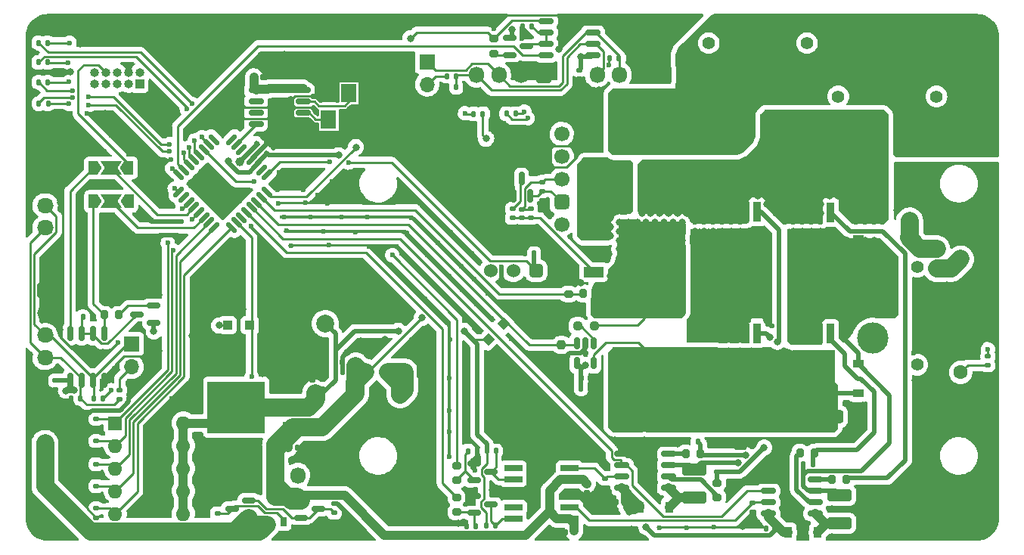
<source format=gbr>
%TF.GenerationSoftware,KiCad,Pcbnew,(6.0.11)*%
%TF.CreationDate,2024-02-10T22:55:27+09:00*%
%TF.ProjectId,LargeMD,4c617267-654d-4442-9e6b-696361645f70,rev?*%
%TF.SameCoordinates,Original*%
%TF.FileFunction,Copper,L2,Bot*%
%TF.FilePolarity,Positive*%
%FSLAX46Y46*%
G04 Gerber Fmt 4.6, Leading zero omitted, Abs format (unit mm)*
G04 Created by KiCad (PCBNEW (6.0.11)) date 2024-02-10 22:55:27*
%MOMM*%
%LPD*%
G01*
G04 APERTURE LIST*
G04 Aperture macros list*
%AMRoundRect*
0 Rectangle with rounded corners*
0 $1 Rounding radius*
0 $2 $3 $4 $5 $6 $7 $8 $9 X,Y pos of 4 corners*
0 Add a 4 corners polygon primitive as box body*
4,1,4,$2,$3,$4,$5,$6,$7,$8,$9,$2,$3,0*
0 Add four circle primitives for the rounded corners*
1,1,$1+$1,$2,$3*
1,1,$1+$1,$4,$5*
1,1,$1+$1,$6,$7*
1,1,$1+$1,$8,$9*
0 Add four rect primitives between the rounded corners*
20,1,$1+$1,$2,$3,$4,$5,0*
20,1,$1+$1,$4,$5,$6,$7,0*
20,1,$1+$1,$6,$7,$8,$9,0*
20,1,$1+$1,$8,$9,$2,$3,0*%
%AMRotRect*
0 Rectangle, with rotation*
0 The origin of the aperture is its center*
0 $1 length*
0 $2 width*
0 $3 Rotation angle, in degrees counterclockwise*
0 Add horizontal line*
21,1,$1,$2,0,0,$3*%
%AMFreePoly0*
4,1,6,1.000000,0.000000,0.500000,-0.750000,-0.500000,-0.750000,-0.500000,0.750000,0.500000,0.750000,1.000000,0.000000,1.000000,0.000000,$1*%
%AMFreePoly1*
4,1,7,0.700000,0.000000,1.200000,-0.750000,-1.200000,-0.750000,-0.700000,0.000000,-1.200000,0.750000,1.200000,0.750000,0.700000,0.000000,0.700000,0.000000,$1*%
G04 Aperture macros list end*
%TA.AperFunction,ComponentPad*%
%ADD10C,1.700000*%
%TD*%
%TA.AperFunction,ComponentPad*%
%ADD11RoundRect,0.425000X0.425000X0.425000X-0.425000X0.425000X-0.425000X-0.425000X0.425000X-0.425000X0*%
%TD*%
%TA.AperFunction,ComponentPad*%
%ADD12RoundRect,0.250000X-0.675000X0.600000X-0.675000X-0.600000X0.675000X-0.600000X0.675000X0.600000X0*%
%TD*%
%TA.AperFunction,ComponentPad*%
%ADD13O,1.850000X1.700000*%
%TD*%
%TA.AperFunction,ComponentPad*%
%ADD14C,1.400000*%
%TD*%
%TA.AperFunction,ComponentPad*%
%ADD15R,3.500000X3.500000*%
%TD*%
%TA.AperFunction,ComponentPad*%
%ADD16C,3.500000*%
%TD*%
%TA.AperFunction,ComponentPad*%
%ADD17RoundRect,0.250000X0.600000X0.675000X-0.600000X0.675000X-0.600000X-0.675000X0.600000X-0.675000X0*%
%TD*%
%TA.AperFunction,ComponentPad*%
%ADD18O,1.700000X1.850000*%
%TD*%
%TA.AperFunction,ComponentPad*%
%ADD19RoundRect,0.381000X-0.381000X0.381000X-0.381000X-0.381000X0.381000X-0.381000X0.381000X0.381000X0*%
%TD*%
%TA.AperFunction,ComponentPad*%
%ADD20C,1.524000*%
%TD*%
%TA.AperFunction,ComponentPad*%
%ADD21R,1.700000X1.700000*%
%TD*%
%TA.AperFunction,ComponentPad*%
%ADD22O,1.700000X1.700000*%
%TD*%
%TA.AperFunction,ComponentPad*%
%ADD23RoundRect,0.250000X-0.600000X-0.675000X0.600000X-0.675000X0.600000X0.675000X-0.600000X0.675000X0*%
%TD*%
%TA.AperFunction,ComponentPad*%
%ADD24R,1.600000X1.600000*%
%TD*%
%TA.AperFunction,ComponentPad*%
%ADD25O,1.600000X1.600000*%
%TD*%
%TA.AperFunction,SMDPad,CuDef*%
%ADD26RoundRect,0.250000X1.100000X-0.412500X1.100000X0.412500X-1.100000X0.412500X-1.100000X-0.412500X0*%
%TD*%
%TA.AperFunction,SMDPad,CuDef*%
%ADD27RoundRect,0.135000X0.185000X-0.135000X0.185000X0.135000X-0.185000X0.135000X-0.185000X-0.135000X0*%
%TD*%
%TA.AperFunction,SMDPad,CuDef*%
%ADD28RoundRect,0.135000X-0.135000X-0.185000X0.135000X-0.185000X0.135000X0.185000X-0.135000X0.185000X0*%
%TD*%
%TA.AperFunction,SMDPad,CuDef*%
%ADD29RoundRect,0.250000X1.425000X-0.362500X1.425000X0.362500X-1.425000X0.362500X-1.425000X-0.362500X0*%
%TD*%
%TA.AperFunction,SMDPad,CuDef*%
%ADD30RoundRect,0.140000X-0.170000X0.140000X-0.170000X-0.140000X0.170000X-0.140000X0.170000X0.140000X0*%
%TD*%
%TA.AperFunction,SMDPad,CuDef*%
%ADD31R,0.900000X1.200000*%
%TD*%
%TA.AperFunction,SMDPad,CuDef*%
%ADD32RoundRect,0.140000X-0.140000X-0.170000X0.140000X-0.170000X0.140000X0.170000X-0.140000X0.170000X0*%
%TD*%
%TA.AperFunction,SMDPad,CuDef*%
%ADD33R,2.200000X1.200000*%
%TD*%
%TA.AperFunction,SMDPad,CuDef*%
%ADD34R,6.400000X5.800000*%
%TD*%
%TA.AperFunction,SMDPad,CuDef*%
%ADD35RoundRect,0.135000X-0.185000X0.135000X-0.185000X-0.135000X0.185000X-0.135000X0.185000X0.135000X0*%
%TD*%
%TA.AperFunction,SMDPad,CuDef*%
%ADD36R,1.800000X2.100000*%
%TD*%
%TA.AperFunction,ComponentPad*%
%ADD37C,2.000000*%
%TD*%
%TA.AperFunction,SMDPad,CuDef*%
%ADD38FreePoly0,0.000000*%
%TD*%
%TA.AperFunction,SMDPad,CuDef*%
%ADD39FreePoly1,0.000000*%
%TD*%
%TA.AperFunction,SMDPad,CuDef*%
%ADD40FreePoly0,180.000000*%
%TD*%
%TA.AperFunction,SMDPad,CuDef*%
%ADD41RoundRect,0.150000X-0.150000X0.512500X-0.150000X-0.512500X0.150000X-0.512500X0.150000X0.512500X0*%
%TD*%
%TA.AperFunction,SMDPad,CuDef*%
%ADD42RoundRect,0.250000X-0.250000X-0.475000X0.250000X-0.475000X0.250000X0.475000X-0.250000X0.475000X0*%
%TD*%
%TA.AperFunction,SMDPad,CuDef*%
%ADD43RoundRect,0.150000X0.587500X0.150000X-0.587500X0.150000X-0.587500X-0.150000X0.587500X-0.150000X0*%
%TD*%
%TA.AperFunction,SMDPad,CuDef*%
%ADD44RoundRect,0.150000X-0.587500X-0.150000X0.587500X-0.150000X0.587500X0.150000X-0.587500X0.150000X0*%
%TD*%
%TA.AperFunction,SMDPad,CuDef*%
%ADD45RoundRect,0.140000X0.021213X-0.219203X0.219203X-0.021213X-0.021213X0.219203X-0.219203X0.021213X0*%
%TD*%
%TA.AperFunction,SMDPad,CuDef*%
%ADD46RoundRect,0.200000X0.200000X0.275000X-0.200000X0.275000X-0.200000X-0.275000X0.200000X-0.275000X0*%
%TD*%
%TA.AperFunction,SMDPad,CuDef*%
%ADD47RoundRect,0.135000X0.135000X0.185000X-0.135000X0.185000X-0.135000X-0.185000X0.135000X-0.185000X0*%
%TD*%
%TA.AperFunction,SMDPad,CuDef*%
%ADD48RoundRect,0.150000X0.150000X-0.587500X0.150000X0.587500X-0.150000X0.587500X-0.150000X-0.587500X0*%
%TD*%
%TA.AperFunction,SMDPad,CuDef*%
%ADD49RoundRect,0.200000X0.275000X-0.200000X0.275000X0.200000X-0.275000X0.200000X-0.275000X-0.200000X0*%
%TD*%
%TA.AperFunction,SMDPad,CuDef*%
%ADD50R,0.850000X2.225000*%
%TD*%
%TA.AperFunction,SMDPad,CuDef*%
%ADD51R,4.700000X3.750000*%
%TD*%
%TA.AperFunction,SMDPad,CuDef*%
%ADD52R,0.850000X1.825000*%
%TD*%
%TA.AperFunction,SMDPad,CuDef*%
%ADD53R,2.000000X0.640000*%
%TD*%
%TA.AperFunction,SMDPad,CuDef*%
%ADD54RoundRect,0.250000X-0.475000X0.250000X-0.475000X-0.250000X0.475000X-0.250000X0.475000X0.250000X0*%
%TD*%
%TA.AperFunction,SMDPad,CuDef*%
%ADD55R,1.000000X1.000000*%
%TD*%
%TA.AperFunction,SMDPad,CuDef*%
%ADD56RoundRect,0.125000X0.353553X0.530330X-0.530330X-0.353553X-0.353553X-0.530330X0.530330X0.353553X0*%
%TD*%
%TA.AperFunction,SMDPad,CuDef*%
%ADD57RoundRect,0.125000X-0.353553X0.530330X-0.530330X0.353553X0.353553X-0.530330X0.530330X-0.353553X0*%
%TD*%
%TA.AperFunction,SMDPad,CuDef*%
%ADD58RoundRect,0.200000X-0.275000X0.200000X-0.275000X-0.200000X0.275000X-0.200000X0.275000X0.200000X0*%
%TD*%
%TA.AperFunction,SMDPad,CuDef*%
%ADD59RotRect,1.000000X1.000000X45.000000*%
%TD*%
%TA.AperFunction,SMDPad,CuDef*%
%ADD60RoundRect,0.140000X0.170000X-0.140000X0.170000X0.140000X-0.170000X0.140000X-0.170000X-0.140000X0*%
%TD*%
%TA.AperFunction,SMDPad,CuDef*%
%ADD61R,1.200000X0.900000*%
%TD*%
%TA.AperFunction,SMDPad,CuDef*%
%ADD62RoundRect,0.140000X0.140000X0.170000X-0.140000X0.170000X-0.140000X-0.170000X0.140000X-0.170000X0*%
%TD*%
%TA.AperFunction,SMDPad,CuDef*%
%ADD63R,1.200000X2.200000*%
%TD*%
%TA.AperFunction,SMDPad,CuDef*%
%ADD64R,5.800000X6.400000*%
%TD*%
%TA.AperFunction,SMDPad,CuDef*%
%ADD65R,0.700000X1.000000*%
%TD*%
%TA.AperFunction,SMDPad,CuDef*%
%ADD66RoundRect,0.200000X-0.200000X-0.275000X0.200000X-0.275000X0.200000X0.275000X-0.200000X0.275000X0*%
%TD*%
%TA.AperFunction,SMDPad,CuDef*%
%ADD67RoundRect,0.150000X-0.675000X-0.150000X0.675000X-0.150000X0.675000X0.150000X-0.675000X0.150000X0*%
%TD*%
%TA.AperFunction,SMDPad,CuDef*%
%ADD68RoundRect,0.237500X-0.250000X-0.237500X0.250000X-0.237500X0.250000X0.237500X-0.250000X0.237500X0*%
%TD*%
%TA.AperFunction,ComponentPad*%
%ADD69R,1.000000X1.000000*%
%TD*%
%TA.AperFunction,ComponentPad*%
%ADD70O,1.000000X1.000000*%
%TD*%
%TA.AperFunction,SMDPad,CuDef*%
%ADD71RoundRect,0.150000X-0.150000X0.675000X-0.150000X-0.675000X0.150000X-0.675000X0.150000X0.675000X0*%
%TD*%
%TA.AperFunction,ComponentPad*%
%ADD72C,1.600000*%
%TD*%
%TA.AperFunction,SMDPad,CuDef*%
%ADD73RoundRect,0.237500X-0.237500X0.250000X-0.237500X-0.250000X0.237500X-0.250000X0.237500X0.250000X0*%
%TD*%
%TA.AperFunction,SMDPad,CuDef*%
%ADD74RoundRect,0.150000X0.675000X0.150000X-0.675000X0.150000X-0.675000X-0.150000X0.675000X-0.150000X0*%
%TD*%
%TA.AperFunction,ViaPad*%
%ADD75C,0.800000*%
%TD*%
%TA.AperFunction,ViaPad*%
%ADD76C,0.600000*%
%TD*%
%TA.AperFunction,ViaPad*%
%ADD77C,1.000000*%
%TD*%
%TA.AperFunction,Conductor*%
%ADD78C,0.250000*%
%TD*%
%TA.AperFunction,Conductor*%
%ADD79C,0.500000*%
%TD*%
%TA.AperFunction,Conductor*%
%ADD80C,1.000000*%
%TD*%
%TA.AperFunction,Conductor*%
%ADD81C,2.000000*%
%TD*%
G04 APERTURE END LIST*
D10*
%TO.P,SW3,*%
%TO.N,*%
X103040000Y-49100000D03*
X103040000Y-59260000D03*
D11*
%TO.P,SW3,1,A*%
%TO.N,\u4E3B\u96FB\u6E90\u30B9\u30A4\u30C3\u30C1*%
X103040000Y-56720000D03*
D10*
%TO.P,SW3,2,B*%
%TO.N,/S-S*%
X103040000Y-54180000D03*
%TO.P,SW3,3,C*%
%TO.N,unconnected-(SW3-Pad3)*%
X103040000Y-51640000D03*
%TD*%
D12*
%TO.P,J10,1,Pin_1*%
%TO.N,GND*%
X45200000Y-52100000D03*
D13*
%TO.P,J10,2,Pin_2*%
X45200000Y-54600000D03*
%TO.P,J10,3,Pin_3*%
%TO.N,RS485a_A*%
X45200000Y-57100000D03*
%TO.P,J10,4,Pin_4*%
%TO.N,RS485a_B*%
X45200000Y-59600000D03*
%TD*%
D14*
%TO.P,J1,*%
%TO.N,*%
X130500000Y-38925000D03*
X119500000Y-38925000D03*
D15*
%TO.P,J1,1,Pin_1*%
%TO.N,GND*%
X127500000Y-48925000D03*
D16*
%TO.P,J1,2,Pin_2*%
%TO.N,/12VBAT*%
X122500000Y-48925000D03*
%TD*%
D17*
%TO.P,J8,1,Pin_1*%
%TO.N,GND*%
X101000000Y-42500000D03*
D18*
%TO.P,J8,2,Pin_2*%
X98500000Y-42500000D03*
%TO.P,J8,3,Pin_3*%
%TO.N,RS485b_A*%
X96000000Y-42500000D03*
%TO.P,J8,4,Pin_4*%
%TO.N,RS485b_B*%
X93500000Y-42500000D03*
%TD*%
D12*
%TO.P,J4,1,Pin_1*%
%TO.N,GND*%
X45200000Y-81250000D03*
D13*
%TO.P,J4,2,Pin_2*%
%TO.N,Net-(J4-Pad2)*%
X45200000Y-83750000D03*
%TD*%
D12*
%TO.P,J9,1,Pin_1*%
%TO.N,GND*%
X45200000Y-66650000D03*
D13*
%TO.P,J9,2,Pin_2*%
X45200000Y-69150000D03*
%TO.P,J9,3,Pin_3*%
%TO.N,RS485a_A*%
X45200000Y-71650000D03*
%TO.P,J9,4,Pin_4*%
%TO.N,RS485a_B*%
X45200000Y-74150000D03*
%TD*%
D19*
%TO.P,SW2,1,A*%
%TO.N,Slide_SW0*%
X100171000Y-64420000D03*
D20*
%TO.P,SW2,2,B*%
%TO.N,+3.3V*%
X97631000Y-64420000D03*
%TO.P,SW2,3,C*%
%TO.N,unconnected-(SW2-Pad3)*%
X95091000Y-64420000D03*
%TD*%
D14*
%TO.P,J2,*%
%TO.N,*%
X134000000Y-44900000D03*
X145000000Y-44900000D03*
D15*
%TO.P,J2,1,Pin_1*%
%TO.N,GND*%
X137000000Y-49900000D03*
D16*
%TO.P,J2,2,Pin_2*%
%TO.N,/12VBAT*%
X142000000Y-49900000D03*
%TD*%
D21*
%TO.P,JP4,1,A*%
%TO.N,RS485a_A*%
X54900000Y-72625000D03*
D22*
%TO.P,JP4,2,B*%
%TO.N,Net-(JP4-Pad2)*%
X54900000Y-75165000D03*
%TD*%
D23*
%TO.P,J5,1,Pin_1*%
%TO.N,GND*%
X68500000Y-87350000D03*
D18*
%TO.P,J5,2,Pin_2*%
%TO.N,+5V*%
X71000000Y-87350000D03*
%TO.P,J5,3,Pin_3*%
%TO.N,Sensor0*%
X73500000Y-87350000D03*
%TD*%
D17*
%TO.P,J7,1,Pin_1*%
%TO.N,GND*%
X114500000Y-42470000D03*
D18*
%TO.P,J7,2,Pin_2*%
X112000000Y-42470000D03*
%TO.P,J7,3,Pin_3*%
%TO.N,RS485b_A*%
X109500000Y-42470000D03*
%TO.P,J7,4,Pin_4*%
%TO.N,RS485b_B*%
X107000000Y-42470000D03*
%TD*%
D14*
%TO.P,J6,*%
%TO.N,*%
X142850000Y-63950000D03*
X142850000Y-74950000D03*
D15*
%TO.P,J6,1,Pin_1*%
%TO.N,Motor_A*%
X137850000Y-66950000D03*
D16*
%TO.P,J6,2,Pin_2*%
%TO.N,Motor_B*%
X137850000Y-71950000D03*
%TD*%
D19*
%TO.P,U1,1,VI*%
%TO.N,VCC*%
X84940000Y-78300000D03*
D20*
%TO.P,U1,2,GND*%
%TO.N,GND*%
X82400000Y-78300000D03*
%TO.P,U1,3,VO*%
%TO.N,+5V*%
X79860000Y-78300000D03*
%TD*%
D24*
%TO.P,SW1,1*%
%TO.N,DIP_SW0*%
X53050000Y-81475000D03*
D25*
%TO.P,SW1,2*%
%TO.N,DIP_SW1*%
X53050000Y-84015000D03*
%TO.P,SW1,3*%
%TO.N,DIP_SW2*%
X53050000Y-86555000D03*
%TO.P,SW1,4*%
%TO.N,DIP_SW3*%
X53050000Y-89095000D03*
%TO.P,SW1,5*%
%TO.N,DIP_SW4*%
X53050000Y-91635000D03*
%TO.P,SW1,6*%
%TO.N,+3.3V*%
X60670000Y-91635000D03*
%TO.P,SW1,7*%
X60670000Y-89095000D03*
%TO.P,SW1,8*%
X60670000Y-86555000D03*
%TO.P,SW1,9*%
X60670000Y-84015000D03*
%TO.P,SW1,10*%
X60670000Y-81475000D03*
%TD*%
D21*
%TO.P,JP3,1,A*%
%TO.N,RS485b_A*%
X87970000Y-41010000D03*
D22*
%TO.P,JP3,2,B*%
%TO.N,Net-(JP3-Pad2)*%
X87970000Y-43550000D03*
%TD*%
D26*
%TO.P,C30,1*%
%TO.N,Net-(C30-Pad1)*%
X117850000Y-89832500D03*
%TO.P,C30,2*%
%TO.N,Motor_B*%
X117850000Y-86707500D03*
%TD*%
D27*
%TO.P,R55,1*%
%TO.N,GND*%
X107900000Y-88710000D03*
%TO.P,R55,2*%
%TO.N,Net-(R55-Pad2)*%
X107900000Y-87690000D03*
%TD*%
D28*
%TO.P,R48,1*%
%TO.N,+3.3V*%
X94642781Y-84600000D03*
%TO.P,R48,2*%
%TO.N,Net-(Q18-Pad3)*%
X95662781Y-84600000D03*
%TD*%
D29*
%TO.P,R68,1*%
%TO.N,Vdrive*%
X110500000Y-74812500D03*
%TO.P,R68,2*%
%TO.N,VDD*%
X110500000Y-68887500D03*
%TD*%
D30*
%TO.P,C1,1*%
%TO.N,/S-S*%
X98534264Y-57520000D03*
%TO.P,C1,2*%
%TO.N,Net-(C1-Pad2)*%
X98534264Y-58480000D03*
%TD*%
D31*
%TO.P,D17,1,K*%
%TO.N,Net-(C30-Pad1)*%
X115100000Y-90900000D03*
%TO.P,D17,2,A*%
%TO.N,VCC*%
X111800000Y-90900000D03*
%TD*%
D27*
%TO.P,R5,1*%
%TO.N,GND*%
X50900000Y-89560000D03*
%TO.P,R5,2*%
%TO.N,DIP_SW3*%
X50900000Y-88540000D03*
%TD*%
D32*
%TO.P,C5,1*%
%TO.N,+5V*%
X72470000Y-84250000D03*
%TO.P,C5,2*%
%TO.N,GND*%
X73430000Y-84250000D03*
%TD*%
D33*
%TO.P,Q3,1,G*%
%TO.N,Net-(C1-Pad2)*%
X106625000Y-64580000D03*
D34*
%TO.P,Q3,2,D*%
%TO.N,VDD*%
X112925000Y-62300000D03*
D33*
%TO.P,Q3,3,S*%
%TO.N,/S-S*%
X106625000Y-60020000D03*
%TD*%
D35*
%TO.P,R19,1*%
%TO.N,GND*%
X64500000Y-90570000D03*
%TO.P,R19,2*%
%TO.N,Net-(Q5-Pad1)*%
X64500000Y-91590000D03*
%TD*%
D28*
%TO.P,R20,1*%
%TO.N,GND*%
X78440000Y-74700000D03*
%TO.P,R20,2*%
%TO.N,+5V*%
X79460000Y-74700000D03*
%TD*%
D36*
%TO.P,Y1,1,1*%
%TO.N,Net-(U11-Pad2)*%
X79220000Y-44540000D03*
%TO.P,Y1,2,2*%
%TO.N,GND*%
X79220000Y-47440000D03*
%TO.P,Y1,3,3*%
%TO.N,Net-(U11-Pad3)*%
X76920000Y-47440000D03*
%TO.P,Y1,4,4*%
%TO.N,GND*%
X76920000Y-44540000D03*
%TD*%
D30*
%TO.P,C26,1*%
%TO.N,+3.3V*%
X46350000Y-76720000D03*
%TO.P,C26,2*%
%TO.N,GND*%
X46350000Y-77680000D03*
%TD*%
D35*
%TO.P,R18,1*%
%TO.N,GND*%
X77560000Y-90510000D03*
%TO.P,R18,2*%
%TO.N,Net-(Q4-Pad1)*%
X77560000Y-91530000D03*
%TD*%
D37*
%TO.P,TP5,1,1*%
%TO.N,GND*%
X149120000Y-59790000D03*
%TD*%
D38*
%TO.P,JP2,1,A*%
%TO.N,RS485aRX*%
X50600000Y-56640000D03*
D39*
%TO.P,JP2,2,C*%
%TO.N,MainTX1_RS485aRX*%
X52600000Y-56640000D03*
D40*
%TO.P,JP2,3,B*%
%TO.N,STLinkRX*%
X54600000Y-56640000D03*
%TD*%
D41*
%TO.P,U4,1*%
%TO.N,Current_Sence*%
X104750000Y-72502500D03*
%TO.P,U4,2,V-*%
%TO.N,GND*%
X105700000Y-72502500D03*
%TO.P,U4,3,-*%
%TO.N,Net-(R42-Pad1)*%
X106650000Y-72502500D03*
%TO.P,U4,4,+*%
%TO.N,Vdrive*%
X106650000Y-74777500D03*
%TO.P,U4,5,V+*%
%TO.N,VCC*%
X104750000Y-74777500D03*
%TD*%
D35*
%TO.P,R67,1*%
%TO.N,Net-(D18-Pad2)*%
X150750000Y-73990000D03*
%TO.P,R67,2*%
%TO.N,Motor_B*%
X150750000Y-75010000D03*
%TD*%
D42*
%TO.P,C3,1*%
%TO.N,VCC*%
X85450000Y-75750000D03*
%TO.P,C3,2*%
%TO.N,GND*%
X87350000Y-75750000D03*
%TD*%
D27*
%TO.P,R7,1*%
%TO.N,/S-S*%
X100884264Y-54470000D03*
%TO.P,R7,2*%
%TO.N,GND*%
X100884264Y-53450000D03*
%TD*%
D43*
%TO.P,Q6,1,B*%
%TO.N,Net-(Q4-Pad1)*%
X68000000Y-90130000D03*
%TO.P,Q6,2,E*%
%TO.N,Net-(J4-Pad2)*%
X68000000Y-92030000D03*
%TO.P,Q6,3,C*%
%TO.N,Net-(Q5-Pad1)*%
X66125000Y-91080000D03*
%TD*%
D28*
%TO.P,R56,1*%
%TO.N,Net-(JP3-Pad2)*%
X90190000Y-42625000D03*
%TO.P,R56,2*%
%TO.N,RS485b_B*%
X91210000Y-42625000D03*
%TD*%
D31*
%TO.P,D16,1,K*%
%TO.N,Net-(C29-Pad1)*%
X131690000Y-93720000D03*
%TO.P,D16,2,A*%
%TO.N,VCC*%
X128390000Y-93720000D03*
%TD*%
D44*
%TO.P,Q15,1,B*%
%TO.N,Net-(Q15-Pad1)*%
X97232500Y-40260000D03*
%TO.P,Q15,2,E*%
%TO.N,+3.3V*%
X97232500Y-38360000D03*
%TO.P,Q15,3,C*%
%TO.N,Net-(Q15-Pad3)*%
X99107500Y-39310000D03*
%TD*%
D45*
%TO.P,C10,1*%
%TO.N,NRST*%
X70041476Y-51333123D03*
%TO.P,C10,2*%
%TO.N,GND*%
X70720298Y-50654301D03*
%TD*%
D46*
%TO.P,R11,1*%
%TO.N,VDD*%
X107075000Y-66950000D03*
%TO.P,R11,2*%
%TO.N,V_Measure*%
X105425000Y-66950000D03*
%TD*%
D47*
%TO.P,R36,1*%
%TO.N,Net-(D14-Pad2)*%
X97860000Y-46830000D03*
%TO.P,R36,2*%
%TO.N,+3.3V*%
X96840000Y-46830000D03*
%TD*%
D48*
%TO.P,Q2,1,G*%
%TO.N,\u4E3B\u96FB\u6E90\u30B9\u30A4\u30C3\u30C1*%
X99500000Y-56000000D03*
%TO.P,Q2,2,S*%
%TO.N,GND*%
X97600000Y-56000000D03*
%TO.P,Q2,3,D*%
%TO.N,Net-(Q2-Pad3)*%
X98550000Y-54125000D03*
%TD*%
D30*
%TO.P,C25,1*%
%TO.N,+3.3V*%
X104980000Y-41940000D03*
%TO.P,C25,2*%
%TO.N,GND*%
X104980000Y-42900000D03*
%TD*%
D47*
%TO.P,R53,1*%
%TO.N,RS485a_B*%
X49160000Y-78700000D03*
%TO.P,R53,2*%
%TO.N,GND*%
X48140000Y-78700000D03*
%TD*%
D49*
%TO.P,R60,1*%
%TO.N,Net-(R60-Pad1)*%
X120450000Y-89815000D03*
%TO.P,R60,2*%
%TO.N,Net-(Q21-Pad4)*%
X120450000Y-88165000D03*
%TD*%
D47*
%TO.P,R16,1*%
%TO.N,Net-(D6-Pad2)*%
X45480000Y-38910000D03*
%TO.P,R16,2*%
%TO.N,MonitorLED0*%
X44460000Y-38910000D03*
%TD*%
D29*
%TO.P,R37,1*%
%TO.N,Vdrive*%
X114500000Y-74812500D03*
%TO.P,R37,2*%
%TO.N,VDD*%
X114500000Y-68887500D03*
%TD*%
D50*
%TO.P,Q20,1,S*%
%TO.N,GND*%
X129345000Y-57862500D03*
%TO.P,Q20,2,S*%
X130615000Y-57862500D03*
%TO.P,Q20,3,S*%
X131885000Y-57862500D03*
%TO.P,Q20,4,G*%
%TO.N,Net-(Q20-Pad4)*%
X133155000Y-57862500D03*
D51*
%TO.P,Q20,5,D*%
%TO.N,Motor_A*%
X131250000Y-61550000D03*
D52*
X129345000Y-64337500D03*
X130615000Y-64337500D03*
X131885000Y-64337500D03*
X133155000Y-64337500D03*
%TD*%
D49*
%TO.P,R12,1*%
%TO.N,V_Measure*%
X103810000Y-67025000D03*
%TO.P,R12,2*%
%TO.N,GND*%
X103810000Y-65375000D03*
%TD*%
D30*
%TO.P,C24,1*%
%TO.N,+5V*%
X105877781Y-88270000D03*
%TO.P,C24,2*%
%TO.N,GND*%
X105877781Y-89230000D03*
%TD*%
D47*
%TO.P,R44,1*%
%TO.N,GND*%
X93587781Y-84625000D03*
%TO.P,R44,2*%
%TO.N,Net-(Q18-Pad1)*%
X92567781Y-84625000D03*
%TD*%
D53*
%TO.P,U7,1,A*%
%TO.N,Net-(Q17-Pad3)*%
X97627780Y-92170001D03*
%TO.P,U7,2,NC*%
%TO.N,unconnected-(U7-Pad2)*%
X97627780Y-90900001D03*
%TO.P,U7,3,K*%
%TO.N,GND*%
X97627780Y-89630001D03*
%TO.P,U7,4,GND*%
X103927780Y-89630001D03*
%TO.P,U7,5,VO*%
%TO.N,Net-(R54-Pad2)*%
X103927780Y-90900001D03*
%TO.P,U7,6,VDD*%
%TO.N,+5V*%
X103927780Y-92170001D03*
%TD*%
D33*
%TO.P,U2,1,GND*%
%TO.N,GND*%
X72900000Y-77420000D03*
D34*
%TO.P,U2,2,VO*%
%TO.N,+3.3V*%
X66600000Y-79700000D03*
D33*
X72900000Y-79700000D03*
%TO.P,U2,3,VI*%
%TO.N,+5V*%
X72900000Y-81980000D03*
%TD*%
D53*
%TO.P,U8,1,A*%
%TO.N,Net-(Q18-Pad3)*%
X97602781Y-87795000D03*
%TO.P,U8,2,NC*%
%TO.N,unconnected-(U8-Pad2)*%
X97602781Y-86525000D03*
%TO.P,U8,3,K*%
%TO.N,GND*%
X97602781Y-85255000D03*
%TO.P,U8,4,GND*%
X103902781Y-85255000D03*
%TO.P,U8,5,VO*%
%TO.N,Net-(R55-Pad2)*%
X103902781Y-86525000D03*
%TO.P,U8,6,VDD*%
%TO.N,+5V*%
X103902781Y-87795000D03*
%TD*%
D28*
%TO.P,R66,1*%
%TO.N,GND*%
X117240000Y-83550000D03*
%TO.P,R66,2*%
%TO.N,Net-(Q22-Pad4)*%
X118260000Y-83550000D03*
%TD*%
D54*
%TO.P,C21,1*%
%TO.N,Vdrive*%
X123000000Y-82050000D03*
%TO.P,C21,2*%
%TO.N,GND*%
X123000000Y-83950000D03*
%TD*%
D47*
%TO.P,R52,1*%
%TO.N,+3.3V*%
X51660000Y-78750000D03*
%TO.P,R52,2*%
%TO.N,RS485a_A*%
X50640000Y-78750000D03*
%TD*%
D28*
%TO.P,R47,1*%
%TO.N,+3.3V*%
X94567781Y-92975000D03*
%TO.P,R47,2*%
%TO.N,Net-(Q17-Pad3)*%
X95587781Y-92975000D03*
%TD*%
D55*
%TO.P,D8,1,K*%
%TO.N,+5V*%
X75650000Y-81500000D03*
%TO.P,D8,2,A*%
%TO.N,+3.3V*%
X75650000Y-79000000D03*
%TD*%
D56*
%TO.P,U3,1,PB9*%
%TO.N,unconnected-(U3-Pad1)*%
X66062272Y-49727930D03*
%TO.P,U3,2,PC14-OSCX_IN*%
%TO.N,OSC_IN*%
X66627957Y-50293616D03*
%TO.P,U3,3,PC15-OSCX_OUT*%
%TO.N,unconnected-(U3-Pad3)*%
X67193643Y-50859301D03*
%TO.P,U3,4,VDD/VDDA*%
%TO.N,+3.3V*%
X67759328Y-51424986D03*
%TO.P,U3,5,VSS/VSSA*%
%TO.N,GND*%
X68325014Y-51990672D03*
%TO.P,U3,6,PF2-NRST*%
%TO.N,NRST*%
X68890699Y-52556357D03*
%TO.P,U3,7,PA0*%
%TO.N,unconnected-(U3-Pad7)*%
X69456384Y-53122043D03*
%TO.P,U3,8,PA1*%
%TO.N,Slide_SW0*%
X70022070Y-53687728D03*
D57*
%TO.P,U3,9,PA2*%
%TO.N,MainTX2_RS485bRX*%
X70022070Y-55632272D03*
%TO.P,U3,10,PA3*%
%TO.N,V_Measure*%
X69456384Y-56197957D03*
%TO.P,U3,11,PA4*%
%TO.N,Current_Sence*%
X68890699Y-56763643D03*
%TO.P,U3,12,PA5*%
%TO.N,SHDN*%
X68325014Y-57329328D03*
%TO.P,U3,13,PA6*%
%TO.N,PWM_A*%
X67759328Y-57895014D03*
%TO.P,U3,14,PA7*%
%TO.N,unconnected-(U3-Pad14)*%
X67193643Y-58460699D03*
%TO.P,U3,15,PB0*%
%TO.N,Sensor0*%
X66627957Y-59026384D03*
%TO.P,U3,16,PB1*%
%TO.N,DIP_SW4*%
X66062272Y-59592070D03*
D56*
%TO.P,U3,17,PB2*%
%TO.N,DIP_SW3*%
X64117728Y-59592070D03*
%TO.P,U3,18,PA8*%
%TO.N,DIP_SW2*%
X63552043Y-59026384D03*
%TO.P,U3,19,PA9*%
%TO.N,MainTX1_RS485aRX*%
X62986357Y-58460699D03*
%TO.P,U3,20,PC6*%
%TO.N,DIP_SW1*%
X62420672Y-57895014D03*
%TO.P,U3,21,PA10*%
%TO.N,MainRX1_RS485aTX*%
X61854986Y-57329328D03*
%TO.P,U3,22,PA11[PA9]*%
%TO.N,DIP_SW0*%
X61289301Y-56763643D03*
%TO.P,U3,23,PA12[PA10]*%
%TO.N,unconnected-(U3-Pad23)*%
X60723616Y-56197957D03*
%TO.P,U3,24,PA13*%
%TO.N,TMS*%
X60157930Y-55632272D03*
D57*
%TO.P,U3,25,PA14-BOOT0*%
%TO.N,TCK*%
X60157930Y-53687728D03*
%TO.P,U3,26,PA15*%
%TO.N,MainRX2_RS485bTX*%
X60723616Y-53122043D03*
%TO.P,U3,27,PB3*%
%TO.N,LED2*%
X61289301Y-52556357D03*
%TO.P,U3,28,PB4*%
%TO.N,LED1*%
X61854986Y-51990672D03*
%TO.P,U3,29,PB5*%
%TO.N,LED0*%
X62420672Y-51424986D03*
%TO.P,U3,30,PB6*%
%TO.N,PWM_B*%
X62986357Y-50859301D03*
%TO.P,U3,31,PB7*%
%TO.N,MonitorLED0*%
X63552043Y-50293616D03*
%TO.P,U3,32,PB8*%
%TO.N,unconnected-(U3-Pad32)*%
X64117728Y-49727930D03*
%TD*%
D58*
%TO.P,R38,1*%
%TO.N,PWM_A*%
X91252781Y-89800000D03*
%TO.P,R38,2*%
%TO.N,Net-(Q17-Pad1)*%
X91252781Y-91450000D03*
%TD*%
D47*
%TO.P,R4,1*%
%TO.N,Slide_SW0*%
X99950000Y-62500000D03*
%TO.P,R4,2*%
%TO.N,GND*%
X98930000Y-62500000D03*
%TD*%
D27*
%TO.P,R64,1*%
%TO.N,GND*%
X136400000Y-88630000D03*
%TO.P,R64,2*%
%TO.N,Net-(Q20-Pad4)*%
X136400000Y-87610000D03*
%TD*%
D47*
%TO.P,R51,1*%
%TO.N,RS485b_B*%
X91225000Y-43875000D03*
%TO.P,R51,2*%
%TO.N,GND*%
X90205000Y-43875000D03*
%TD*%
D59*
%TO.P,D15,1,K*%
%TO.N,+3.3V*%
X94806117Y-72133883D03*
%TO.P,D15,2,A*%
%TO.N,Current_Sence*%
X96573883Y-70366117D03*
%TD*%
D38*
%TO.P,JP1,1,A*%
%TO.N,RS485aTX*%
X50580000Y-52910000D03*
D39*
%TO.P,JP1,2,C*%
%TO.N,MainRX1_RS485aTX*%
X52580000Y-52910000D03*
D40*
%TO.P,JP1,3,B*%
%TO.N,STLinkTX*%
X54580000Y-52910000D03*
%TD*%
D60*
%TO.P,C6,1*%
%TO.N,+3.3V*%
X75150000Y-77610000D03*
%TO.P,C6,2*%
%TO.N,GND*%
X75150000Y-76650000D03*
%TD*%
D61*
%TO.P,D23,1,K*%
%TO.N,Motor_B*%
X118000000Y-60900000D03*
%TO.P,D23,2,A*%
%TO.N,GND*%
X118000000Y-57600000D03*
%TD*%
D47*
%TO.P,R13,1*%
%TO.N,Net-(D3-Pad2)*%
X45490000Y-41080000D03*
%TO.P,R13,2*%
%TO.N,LED0*%
X44470000Y-41080000D03*
%TD*%
D35*
%TO.P,R65,1*%
%TO.N,Motor_B*%
X120440000Y-85920000D03*
%TO.P,R65,2*%
%TO.N,Net-(Q21-Pad4)*%
X120440000Y-86940000D03*
%TD*%
D62*
%TO.P,C27,1*%
%TO.N,VCC*%
X126880000Y-93250000D03*
%TO.P,C27,2*%
%TO.N,GND*%
X125920000Y-93250000D03*
%TD*%
D63*
%TO.P,Q1,1,G*%
%TO.N,GND*%
X114480000Y-54200000D03*
D64*
%TO.P,Q1,2,D*%
%TO.N,/12VBAT*%
X112200000Y-47900000D03*
D63*
%TO.P,Q1,3,S*%
%TO.N,/S-S*%
X109920000Y-54200000D03*
%TD*%
D50*
%TO.P,Q21,1,S*%
%TO.N,Motor_B*%
X121095000Y-71402500D03*
%TO.P,Q21,2,S*%
X122365000Y-71402500D03*
%TO.P,Q21,3,S*%
X123635000Y-71402500D03*
%TO.P,Q21,4,G*%
%TO.N,Net-(Q21-Pad4)*%
X124905000Y-71402500D03*
D52*
%TO.P,Q21,5,D*%
%TO.N,Vdrive*%
X121095000Y-77877500D03*
X124905000Y-77877500D03*
X122365000Y-77877500D03*
X123635000Y-77877500D03*
D51*
X123000000Y-75090000D03*
%TD*%
D65*
%TO.P,Q5,1,G*%
%TO.N,Net-(Q5-Pad1)*%
X71910000Y-92500000D03*
%TO.P,Q5,2,S*%
%TO.N,Net-(J4-Pad2)*%
X70010000Y-92500000D03*
%TO.P,Q5,3,D*%
%TO.N,+5V*%
X70960000Y-90100000D03*
%TD*%
D66*
%TO.P,R58,1*%
%TO.N,Net-(R58-Pad1)*%
X129695000Y-84790000D03*
%TO.P,R58,2*%
%TO.N,Net-(Q19-Pad4)*%
X131345000Y-84790000D03*
%TD*%
D46*
%TO.P,R41,1*%
%TO.N,Net-(Q16-Pad1)*%
X53475000Y-69350000D03*
%TO.P,R41,2*%
%TO.N,RS485aRX*%
X51825000Y-69350000D03*
%TD*%
D61*
%TO.P,D21,1,K*%
%TO.N,Motor_A*%
X136250000Y-60900000D03*
%TO.P,D21,2,A*%
%TO.N,GND*%
X136250000Y-57600000D03*
%TD*%
D27*
%TO.P,R3,1*%
%TO.N,GND*%
X50900000Y-87110000D03*
%TO.P,R3,2*%
%TO.N,DIP_SW2*%
X50900000Y-86090000D03*
%TD*%
D47*
%TO.P,R15,1*%
%TO.N,Net-(D5-Pad2)*%
X45530000Y-45700000D03*
%TO.P,R15,2*%
%TO.N,LED2*%
X44510000Y-45700000D03*
%TD*%
D67*
%TO.P,U9,1,VCC*%
%TO.N,VCC*%
X126175000Y-91625000D03*
%TO.P,U9,2,IN*%
%TO.N,Net-(R54-Pad2)*%
X126175000Y-90355000D03*
%TO.P,U9,3,~{SD}*%
%TO.N,SHDN*%
X126175000Y-89085000D03*
%TO.P,U9,4,COM*%
%TO.N,GND*%
X126175000Y-87815000D03*
%TO.P,U9,5,LO*%
%TO.N,Net-(R59-Pad1)*%
X131425000Y-87815000D03*
%TO.P,U9,6,VS*%
%TO.N,Motor_A*%
X131425000Y-89085000D03*
%TO.P,U9,7,HO*%
%TO.N,Net-(R58-Pad1)*%
X131425000Y-90355000D03*
%TO.P,U9,8,VB*%
%TO.N,Net-(C29-Pad1)*%
X131425000Y-91625000D03*
%TD*%
D35*
%TO.P,R57,1*%
%TO.N,Net-(JP4-Pad2)*%
X53550000Y-77790000D03*
%TO.P,R57,2*%
%TO.N,RS485a_B*%
X53550000Y-78810000D03*
%TD*%
D58*
%TO.P,R39,1*%
%TO.N,PWM_B*%
X91277781Y-86225000D03*
%TO.P,R39,2*%
%TO.N,Net-(Q18-Pad1)*%
X91277781Y-87875000D03*
%TD*%
D67*
%TO.P,U10,1,VCC*%
%TO.N,VCC*%
X109775000Y-88755000D03*
%TO.P,U10,2,IN*%
%TO.N,Net-(R55-Pad2)*%
X109775000Y-87485000D03*
%TO.P,U10,3,~{SD}*%
%TO.N,SHDN*%
X109775000Y-86215000D03*
%TO.P,U10,4,COM*%
%TO.N,GND*%
X109775000Y-84945000D03*
%TO.P,U10,5,LO*%
%TO.N,Net-(R61-Pad1)*%
X115025000Y-84945000D03*
%TO.P,U10,6,VS*%
%TO.N,Motor_B*%
X115025000Y-86215000D03*
%TO.P,U10,7,HO*%
%TO.N,Net-(R60-Pad1)*%
X115025000Y-87485000D03*
%TO.P,U10,8,VB*%
%TO.N,Net-(C30-Pad1)*%
X115025000Y-88755000D03*
%TD*%
D42*
%TO.P,C20,1*%
%TO.N,Vdrive*%
X134050000Y-80750000D03*
%TO.P,C20,2*%
%TO.N,GND*%
X135950000Y-80750000D03*
%TD*%
D61*
%TO.P,D20,1,K*%
%TO.N,Vdrive*%
X136250000Y-78150000D03*
%TO.P,D20,2,A*%
%TO.N,Motor_A*%
X136250000Y-74850000D03*
%TD*%
D68*
%TO.P,R42,1*%
%TO.N,Net-(R42-Pad1)*%
X104837500Y-70600000D03*
%TO.P,R42,2*%
%TO.N,VDD*%
X106662500Y-70600000D03*
%TD*%
D35*
%TO.P,R8,1*%
%TO.N,/S-S*%
X99560000Y-57490000D03*
%TO.P,R8,2*%
%TO.N,Net-(C1-Pad2)*%
X99560000Y-58510000D03*
%TD*%
D69*
%TO.P,J3,1,Pin_1*%
%TO.N,unconnected-(J3-Pad1)*%
X55780000Y-43482500D03*
D70*
%TO.P,J3,2,Pin_2*%
%TO.N,unconnected-(J3-Pad2)*%
X55780000Y-42212500D03*
%TO.P,J3,3,Pin_3*%
%TO.N,TCK*%
X54510000Y-43482500D03*
%TO.P,J3,4,Pin_4*%
%TO.N,GND*%
X54510000Y-42212500D03*
%TO.P,J3,5,Pin_5*%
%TO.N,TMS*%
X53240000Y-43482500D03*
%TO.P,J3,6,Pin_6*%
%TO.N,NRST*%
X53240000Y-42212500D03*
%TO.P,J3,7,Pin_7*%
%TO.N,unconnected-(J3-Pad7)*%
X51970000Y-43482500D03*
%TO.P,J3,8,Pin_8*%
%TO.N,STLinkTX*%
X51970000Y-42212500D03*
%TO.P,J3,9,Pin_9*%
%TO.N,STLinkRX*%
X50700000Y-43482500D03*
%TO.P,J3,10,Pin_10*%
%TO.N,unconnected-(J3-Pad10)*%
X50700000Y-42212500D03*
%TD*%
D35*
%TO.P,R22,1*%
%TO.N,GND*%
X76200000Y-76590000D03*
%TO.P,R22,2*%
%TO.N,+3.3V*%
X76200000Y-77610000D03*
%TD*%
D66*
%TO.P,R61,1*%
%TO.N,Net-(R61-Pad1)*%
X116925000Y-84900000D03*
%TO.P,R61,2*%
%TO.N,Net-(Q22-Pad4)*%
X118575000Y-84900000D03*
%TD*%
D55*
%TO.P,D1,1,K*%
%TO.N,VDD*%
X107000000Y-68750000D03*
%TO.P,D1,2,A*%
%TO.N,GND*%
X104500000Y-68750000D03*
%TD*%
D26*
%TO.P,C29,1*%
%TO.N,Net-(C29-Pad1)*%
X134160000Y-92692500D03*
%TO.P,C29,2*%
%TO.N,Motor_A*%
X134160000Y-89567500D03*
%TD*%
D28*
%TO.P,R63,1*%
%TO.N,Motor_A*%
X130110000Y-86080000D03*
%TO.P,R63,2*%
%TO.N,Net-(Q19-Pad4)*%
X131130000Y-86080000D03*
%TD*%
D27*
%TO.P,R54,1*%
%TO.N,GND*%
X124400000Y-91430000D03*
%TO.P,R54,2*%
%TO.N,Net-(R54-Pad2)*%
X124400000Y-90410000D03*
%TD*%
D62*
%TO.P,C22,1*%
%TO.N,GND*%
X106230000Y-76450000D03*
%TO.P,C22,2*%
%TO.N,VCC*%
X105270000Y-76450000D03*
%TD*%
D47*
%TO.P,R45,1*%
%TO.N,Net-(Q15-Pad3)*%
X99680000Y-37040000D03*
%TO.P,R45,2*%
%TO.N,GND*%
X98660000Y-37040000D03*
%TD*%
D27*
%TO.P,R9,1*%
%TO.N,Net-(C1-Pad2)*%
X97524264Y-58510000D03*
%TO.P,R9,2*%
%TO.N,Net-(Q2-Pad3)*%
X97524264Y-57490000D03*
%TD*%
%TO.P,R2,1*%
%TO.N,GND*%
X50900000Y-84510000D03*
%TO.P,R2,2*%
%TO.N,DIP_SW1*%
X50900000Y-83490000D03*
%TD*%
D28*
%TO.P,R33,1*%
%TO.N,Net-(D11-Pad2)*%
X93187500Y-46850000D03*
%TO.P,R33,2*%
%TO.N,+5V*%
X94207500Y-46850000D03*
%TD*%
D62*
%TO.P,C28,1*%
%TO.N,VCC*%
X110150000Y-90320000D03*
%TO.P,C28,2*%
%TO.N,GND*%
X109190000Y-90320000D03*
%TD*%
D50*
%TO.P,Q19,1,S*%
%TO.N,Motor_A*%
X129335000Y-71442500D03*
%TO.P,Q19,2,S*%
X130605000Y-71442500D03*
%TO.P,Q19,3,S*%
X131875000Y-71442500D03*
%TO.P,Q19,4,G*%
%TO.N,Net-(Q19-Pad4)*%
X133145000Y-71442500D03*
D52*
%TO.P,Q19,5,D*%
%TO.N,Vdrive*%
X130605000Y-77917500D03*
X133145000Y-77917500D03*
X129335000Y-77917500D03*
D51*
X131240000Y-75130000D03*
D52*
X131875000Y-77917500D03*
%TD*%
D32*
%TO.P,C7,1*%
%TO.N,+3.3V*%
X68590000Y-42760000D03*
%TO.P,C7,2*%
%TO.N,GND*%
X69550000Y-42760000D03*
%TD*%
D27*
%TO.P,R6,1*%
%TO.N,GND*%
X50900000Y-92060000D03*
%TO.P,R6,2*%
%TO.N,DIP_SW4*%
X50900000Y-91040000D03*
%TD*%
D71*
%TO.P,U6,1,RO*%
%TO.N,RS485aTX*%
X47995000Y-71425000D03*
%TO.P,U6,2,~{RE}*%
%TO.N,Net-(Q16-Pad3)*%
X49265000Y-71425000D03*
%TO.P,U6,3,DE*%
X50535000Y-71425000D03*
%TO.P,U6,4,DI*%
%TO.N,RS485aRX*%
X51805000Y-71425000D03*
%TO.P,U6,5,GND*%
%TO.N,GND*%
X51805000Y-76675000D03*
%TO.P,U6,6,A*%
%TO.N,RS485a_A*%
X50535000Y-76675000D03*
%TO.P,U6,7,B*%
%TO.N,RS485a_B*%
X49265000Y-76675000D03*
%TO.P,U6,8,VCC*%
%TO.N,+3.3V*%
X47995000Y-76675000D03*
%TD*%
D72*
%TO.P,R62,1*%
%TO.N,Motor_B*%
X147700000Y-75800000D03*
D25*
%TO.P,R62,2*%
%TO.N,Net-(C31-Pad1)*%
X147700000Y-63100000D03*
%TD*%
D28*
%TO.P,R50,1*%
%TO.N,+3.3V*%
X108420000Y-40640000D03*
%TO.P,R50,2*%
%TO.N,RS485b_A*%
X109440000Y-40640000D03*
%TD*%
D60*
%TO.P,C31,1*%
%TO.N,Net-(C31-Pad1)*%
X145020000Y-63440000D03*
%TO.P,C31,2*%
%TO.N,Motor_A*%
X145020000Y-62480000D03*
%TD*%
D44*
%TO.P,Q17,1,G*%
%TO.N,Net-(Q17-Pad1)*%
X93215281Y-91550000D03*
%TO.P,Q17,2,S*%
%TO.N,GND*%
X93215281Y-89650000D03*
%TO.P,Q17,3,D*%
%TO.N,Net-(Q17-Pad3)*%
X95090281Y-90600000D03*
%TD*%
D61*
%TO.P,D22,1,K*%
%TO.N,Vdrive*%
X118000000Y-74400000D03*
%TO.P,D22,2,A*%
%TO.N,Motor_B*%
X118000000Y-71100000D03*
%TD*%
D49*
%TO.P,R40,1*%
%TO.N,Net-(Q15-Pad1)*%
X95430000Y-40075000D03*
%TO.P,R40,2*%
%TO.N,MainTX2_RS485bRX*%
X95430000Y-38425000D03*
%TD*%
D62*
%TO.P,C23,1*%
%TO.N,+5V*%
X104407781Y-93750000D03*
%TO.P,C23,2*%
%TO.N,GND*%
X103447781Y-93750000D03*
%TD*%
D28*
%TO.P,R43,1*%
%TO.N,GND*%
X92417781Y-93000000D03*
%TO.P,R43,2*%
%TO.N,Net-(Q17-Pad1)*%
X93437781Y-93000000D03*
%TD*%
%TO.P,R46,1*%
%TO.N,Net-(Q16-Pad3)*%
X49440000Y-69600000D03*
%TO.P,R46,2*%
%TO.N,GND*%
X50460000Y-69600000D03*
%TD*%
D66*
%TO.P,R59,1*%
%TO.N,Net-(R59-Pad1)*%
X133265000Y-87810000D03*
%TO.P,R59,2*%
%TO.N,Net-(Q20-Pad4)*%
X134915000Y-87810000D03*
%TD*%
D67*
%TO.P,U5,1,RO*%
%TO.N,MainRX2_RS485bTX*%
X101285000Y-40295000D03*
%TO.P,U5,2,~{RE}*%
%TO.N,Net-(Q15-Pad3)*%
X101285000Y-39025000D03*
%TO.P,U5,3,DE*%
X101285000Y-37755000D03*
%TO.P,U5,4,DI*%
%TO.N,MainTX2_RS485bRX*%
X101285000Y-36485000D03*
%TO.P,U5,5,GND*%
%TO.N,GND*%
X106535000Y-36485000D03*
%TO.P,U5,6,A*%
%TO.N,RS485b_A*%
X106535000Y-37755000D03*
%TO.P,U5,7,B*%
%TO.N,RS485b_B*%
X106535000Y-39025000D03*
%TO.P,U5,8,VCC*%
%TO.N,+3.3V*%
X106535000Y-40295000D03*
%TD*%
D35*
%TO.P,R10,1*%
%TO.N,\u4E3B\u96FB\u6E90\u30B9\u30A4\u30C3\u30C1*%
X100900000Y-55490000D03*
%TO.P,R10,2*%
%TO.N,GND*%
X100900000Y-56510000D03*
%TD*%
D47*
%TO.P,R17,1*%
%TO.N,GND*%
X106230000Y-77620000D03*
%TO.P,R17,2*%
%TO.N,VCC*%
X105210000Y-77620000D03*
%TD*%
D55*
%TO.P,D7,1,K*%
%TO.N,VCC*%
X83550000Y-75750000D03*
%TO.P,D7,2,A*%
%TO.N,+5V*%
X81050000Y-75750000D03*
%TD*%
D43*
%TO.P,Q16,1,B*%
%TO.N,Net-(Q16-Pad1)*%
X57337500Y-68350000D03*
%TO.P,Q16,2,E*%
%TO.N,+3.3V*%
X57337500Y-70250000D03*
%TO.P,Q16,3,C*%
%TO.N,Net-(Q16-Pad3)*%
X55462500Y-69300000D03*
%TD*%
D62*
%TO.P,C4,1*%
%TO.N,+5V*%
X79430000Y-75800000D03*
%TO.P,C4,2*%
%TO.N,GND*%
X78470000Y-75800000D03*
%TD*%
D44*
%TO.P,Q18,1,G*%
%TO.N,Net-(Q18-Pad1)*%
X93265281Y-87900000D03*
%TO.P,Q18,2,S*%
%TO.N,GND*%
X93265281Y-86000000D03*
%TO.P,Q18,3,D*%
%TO.N,Net-(Q18-Pad3)*%
X95140281Y-86950000D03*
%TD*%
D27*
%TO.P,R1,1*%
%TO.N,GND*%
X50900000Y-82010000D03*
%TO.P,R1,2*%
%TO.N,DIP_SW0*%
X50900000Y-80990000D03*
%TD*%
D55*
%TO.P,D9,1,K*%
%TO.N,+3.3V*%
X65620000Y-70490000D03*
%TO.P,D9,2,A*%
%TO.N,Sensor0*%
X68120000Y-70490000D03*
%TD*%
D73*
%TO.P,R49,1*%
%TO.N,Current_Sence*%
X103000000Y-72727500D03*
%TO.P,R49,2*%
%TO.N,GND*%
X103000000Y-74552500D03*
%TD*%
D47*
%TO.P,R14,1*%
%TO.N,Net-(D4-Pad2)*%
X45500000Y-43340000D03*
%TO.P,R14,2*%
%TO.N,LED1*%
X44480000Y-43340000D03*
%TD*%
D74*
%TO.P,U11,1,~{CONT}*%
%TO.N,+3.3V*%
X74065000Y-44195000D03*
%TO.P,U11,2,XT*%
%TO.N,Net-(U11-Pad2)*%
X74065000Y-45465000D03*
%TO.P,U11,3,~{XT}*%
%TO.N,Net-(U11-Pad3)*%
X74065000Y-46735000D03*
%TO.P,U11,4,VSS*%
%TO.N,GND*%
X74065000Y-48005000D03*
%TO.P,U11,5,FOUT*%
%TO.N,OSC_IN*%
X68815000Y-48005000D03*
%TO.P,U11,6,NC*%
%TO.N,unconnected-(U11-Pad6)*%
X68815000Y-46735000D03*
%TO.P,U11,7,NC*%
%TO.N,unconnected-(U11-Pad7)*%
X68815000Y-45465000D03*
%TO.P,U11,8,VDD*%
%TO.N,+3.3V*%
X68815000Y-44195000D03*
%TD*%
D50*
%TO.P,Q22,1,S*%
%TO.N,GND*%
X121085000Y-57832500D03*
%TO.P,Q22,2,S*%
X122355000Y-57832500D03*
%TO.P,Q22,3,S*%
X123625000Y-57832500D03*
%TO.P,Q22,4,G*%
%TO.N,Net-(Q22-Pad4)*%
X124895000Y-57832500D03*
D52*
%TO.P,Q22,5,D*%
%TO.N,Motor_B*%
X122355000Y-64307500D03*
X123625000Y-64307500D03*
X124895000Y-64307500D03*
D51*
X122990000Y-61520000D03*
D52*
X121085000Y-64307500D03*
%TD*%
D44*
%TO.P,Q4,1,B*%
%TO.N,Net-(Q4-Pad1)*%
X73882500Y-92070000D03*
%TO.P,Q4,2,E*%
%TO.N,+5V*%
X73882500Y-90170000D03*
%TO.P,Q4,3,C*%
%TO.N,Net-(Q4-Pad1)*%
X75757500Y-91120000D03*
%TD*%
D37*
%TO.P,TP4,1,1*%
%TO.N,+3.3V*%
X76570000Y-70330000D03*
%TD*%
D45*
%TO.P,C11,1*%
%TO.N,+3.3V*%
X68917178Y-50208822D03*
%TO.P,C11,2*%
%TO.N,GND*%
X69596000Y-49530000D03*
%TD*%
D75*
%TO.N,/S-S*%
X105500000Y-55500000D03*
X108500000Y-59500000D03*
X106500000Y-54500000D03*
X109500000Y-56500000D03*
X110500000Y-57500000D03*
X107500000Y-57500000D03*
X105500000Y-53500000D03*
X108500000Y-55500000D03*
X107500000Y-55500000D03*
X105500000Y-60500000D03*
X105500000Y-57500000D03*
X107500000Y-58500000D03*
X107500000Y-52500000D03*
X105500000Y-54500000D03*
X109500000Y-52500000D03*
X110500000Y-53500000D03*
X109500000Y-55500000D03*
X106500000Y-59500000D03*
X109500000Y-57500000D03*
X110500000Y-52500000D03*
X105500000Y-59500000D03*
X107500000Y-59500000D03*
X108500000Y-60500000D03*
X107500000Y-60500000D03*
X109500000Y-53500000D03*
X105500000Y-56500000D03*
X106500000Y-52500000D03*
X108500000Y-58500000D03*
X107500000Y-56500000D03*
X110500000Y-56500000D03*
X106500000Y-55500000D03*
X106500000Y-53500000D03*
X110500000Y-54500000D03*
X106500000Y-60500000D03*
X107500000Y-53500000D03*
X108500000Y-56500000D03*
X108500000Y-52500000D03*
X106500000Y-57500000D03*
X110500000Y-55500000D03*
X106500000Y-58500000D03*
X108500000Y-57500000D03*
X106500000Y-56500000D03*
X109500000Y-54500000D03*
X105500000Y-52500000D03*
X105500000Y-58500000D03*
X107500000Y-54500000D03*
X108500000Y-53500000D03*
X108500000Y-54500000D03*
D76*
%TO.N,GND*%
X71210000Y-55370000D03*
D75*
X102640000Y-69920000D03*
D76*
X56700000Y-47310000D03*
D75*
X120000000Y-54000000D03*
D76*
X135000000Y-52000000D03*
D75*
X129000000Y-55000000D03*
X86250000Y-82250000D03*
D76*
X93470000Y-68120000D03*
D75*
X62010000Y-66360000D03*
X111200000Y-85170000D03*
X59140000Y-85150000D03*
X123000000Y-55000000D03*
X93000000Y-48100000D03*
X101560000Y-65650000D03*
X113000000Y-53000000D03*
X102690000Y-68210000D03*
X112000000Y-58000000D03*
X86910000Y-50410000D03*
X59240000Y-82710000D03*
X74350000Y-84090000D03*
X49910000Y-87310000D03*
X57040000Y-72470000D03*
X143720000Y-90620000D03*
X147480000Y-57220000D03*
D76*
X90500000Y-72140000D03*
D75*
X83690000Y-87670000D03*
X67310000Y-68760000D03*
X138000000Y-55000000D03*
X78560000Y-50290000D03*
X130000000Y-48000000D03*
X75530000Y-40510000D03*
X130000000Y-52000000D03*
X101750000Y-52770000D03*
X89470000Y-44500000D03*
D76*
X68240000Y-59460000D03*
D75*
X124000000Y-55000000D03*
X67120000Y-75810000D03*
X136000000Y-53000000D03*
X98600000Y-70410000D03*
X122000000Y-54000000D03*
D76*
X52560000Y-49260000D03*
D75*
X113000000Y-56000000D03*
D76*
X95180000Y-69730000D03*
X132000000Y-59000000D03*
X137000000Y-52000000D03*
D75*
X112000000Y-54000000D03*
X128000000Y-56000000D03*
X69380000Y-66450000D03*
X71950000Y-40220000D03*
X69530000Y-75900000D03*
X46750000Y-75410000D03*
X133000000Y-50000000D03*
X80630000Y-63390000D03*
X124610000Y-92480000D03*
X122000000Y-58000000D03*
X49560000Y-36650000D03*
D76*
X54380000Y-45000000D03*
D75*
X112340000Y-88230000D03*
X49760000Y-84800000D03*
X83250000Y-72100000D03*
X131000000Y-56000000D03*
X47720000Y-46980000D03*
X114000000Y-56000000D03*
X55560000Y-70760000D03*
X57800000Y-64130000D03*
X116000000Y-56000000D03*
X127000000Y-53000000D03*
X132000000Y-47000000D03*
X140560000Y-57620000D03*
X62140000Y-75230000D03*
X56950000Y-55050000D03*
X66730000Y-63380000D03*
X67150000Y-72500000D03*
X116000000Y-54000000D03*
X134000000Y-55000000D03*
X131000000Y-51000000D03*
X81820000Y-50220000D03*
X138000000Y-53000000D03*
X46950000Y-56830000D03*
X144370000Y-75400000D03*
X137000000Y-57000000D03*
X58770000Y-48800000D03*
D76*
X93290000Y-86770000D03*
X87270000Y-56910000D03*
D75*
X142560000Y-76690000D03*
X114000000Y-57000000D03*
X52940000Y-38900000D03*
X117780000Y-36250000D03*
D76*
X59990000Y-60470000D03*
D75*
X88290000Y-80360000D03*
D76*
X90600000Y-60100000D03*
D75*
X133270000Y-94240000D03*
X55100000Y-36650000D03*
X135000000Y-47000000D03*
X64480000Y-47010000D03*
X135000000Y-53000000D03*
X122000000Y-53000000D03*
X119000000Y-56000000D03*
X133000000Y-54000000D03*
X132000000Y-48000000D03*
X79360000Y-69840000D03*
X133000000Y-53000000D03*
X50440000Y-74830000D03*
X137000000Y-47000000D03*
D76*
X138000000Y-59000000D03*
D75*
X73270000Y-42610000D03*
X53050000Y-75400000D03*
X132000000Y-55000000D03*
X132000000Y-54000000D03*
X131000000Y-50000000D03*
X56450000Y-74090000D03*
X88450000Y-47050000D03*
D76*
X85380000Y-62540000D03*
D75*
X79510000Y-88270000D03*
X63670000Y-75830000D03*
X131000000Y-47000000D03*
X126000000Y-53000000D03*
X72140000Y-63520000D03*
X51900000Y-67790000D03*
D76*
X73530000Y-53340000D03*
D75*
X135000000Y-56000000D03*
X104190000Y-37610000D03*
X83820000Y-92370000D03*
D76*
X90600000Y-67790000D03*
D75*
X97700000Y-62220000D03*
D76*
X90450000Y-80050000D03*
D75*
X137000000Y-53000000D03*
X83880000Y-69840000D03*
D76*
X87330000Y-64500000D03*
D75*
X132000000Y-56000000D03*
X121000000Y-53000000D03*
X125000000Y-53000000D03*
X113790000Y-89820000D03*
X146180000Y-66050000D03*
X133000000Y-47000000D03*
X136000000Y-55000000D03*
X129680000Y-92380000D03*
X151390000Y-52770000D03*
X138000000Y-57000000D03*
X130000000Y-47000000D03*
X129000000Y-53000000D03*
X110880000Y-93390000D03*
D76*
X129000000Y-59000000D03*
D75*
X65540000Y-74120000D03*
X151390000Y-67330000D03*
D76*
X92110000Y-69370000D03*
X139000000Y-52000000D03*
D75*
X129530000Y-90900000D03*
X48710000Y-73110000D03*
X125000000Y-55000000D03*
X101140000Y-94160000D03*
D76*
X90470000Y-82470000D03*
D75*
X130000000Y-55000000D03*
X125000000Y-51000000D03*
X66680000Y-61280000D03*
X59490000Y-46700000D03*
X130000000Y-56000000D03*
X62370000Y-82950000D03*
X139590000Y-94030000D03*
X135000000Y-54000000D03*
X126000000Y-57000000D03*
X130000000Y-49000000D03*
X59210000Y-87690000D03*
X80530000Y-72280000D03*
X123000000Y-57000000D03*
X96660000Y-68520000D03*
D76*
X80130000Y-53570000D03*
D75*
X111690000Y-94180000D03*
X75460000Y-87990000D03*
X128000000Y-58000000D03*
X89130000Y-55680000D03*
X130080000Y-93990000D03*
X51770000Y-51150000D03*
D76*
X77330000Y-54410000D03*
D75*
X127940000Y-88040000D03*
X94990000Y-74280000D03*
X135000000Y-57000000D03*
X139000000Y-58000000D03*
X49110000Y-52910000D03*
X96260000Y-65520000D03*
X88590000Y-72490000D03*
X85030000Y-73760000D03*
X79230000Y-40520000D03*
X123580000Y-87860000D03*
X51940000Y-46780000D03*
X147520000Y-87870000D03*
X99190000Y-45260000D03*
D76*
X90450000Y-76410000D03*
X92270000Y-90540000D03*
D75*
X142950000Y-65670000D03*
X106070000Y-47320000D03*
X134000000Y-56000000D03*
D76*
X105440000Y-62000000D03*
D75*
X47120000Y-83070000D03*
X131000000Y-57000000D03*
X145660000Y-94030000D03*
X101700000Y-93420000D03*
X145210000Y-59820000D03*
X139000000Y-56000000D03*
X77210000Y-42800000D03*
X114000000Y-54000000D03*
X78160000Y-83150000D03*
X120000000Y-53000000D03*
X105060000Y-43780000D03*
X44230000Y-36710000D03*
X81200000Y-79810000D03*
X142700000Y-81490000D03*
D76*
X127000000Y-51000000D03*
D75*
X59610000Y-42140000D03*
X56270000Y-76500000D03*
X54370000Y-67220000D03*
X138000000Y-56000000D03*
X62090000Y-44510000D03*
D76*
X63990000Y-53300000D03*
X83000000Y-62930000D03*
D75*
X121000000Y-58000000D03*
X66090000Y-68390000D03*
X134000000Y-47000000D03*
D76*
X118000000Y-59000000D03*
D75*
X58520000Y-56970000D03*
X108090000Y-91340000D03*
X113000000Y-57000000D03*
D76*
X93130000Y-90480000D03*
X123000000Y-59000000D03*
D75*
X95450000Y-48040000D03*
D76*
X74120000Y-55390000D03*
X96303000Y-63957500D03*
D75*
X46690000Y-78950000D03*
X49290000Y-68100000D03*
X123000000Y-58000000D03*
D76*
X76820000Y-56920000D03*
D75*
X82680000Y-82500000D03*
X51700000Y-73550000D03*
X151520000Y-82000000D03*
D76*
X59400000Y-78750000D03*
D75*
X88430000Y-84060000D03*
D76*
X120080000Y-93150000D03*
D75*
X61150000Y-39590000D03*
D76*
X60440000Y-58890000D03*
D75*
X56710000Y-85110000D03*
X105130000Y-36280000D03*
X124000000Y-53000000D03*
X134000000Y-52000000D03*
D76*
X93730000Y-71100000D03*
D75*
X139000000Y-57000000D03*
X46840000Y-70980000D03*
X64700000Y-72420000D03*
D76*
X117050000Y-93190000D03*
D75*
X136000000Y-47000000D03*
X134000000Y-48000000D03*
D76*
X121000000Y-59000000D03*
D75*
X133000000Y-48000000D03*
X138000000Y-58000000D03*
X133000000Y-55000000D03*
X114970000Y-37420000D03*
X55700000Y-57950000D03*
X97920000Y-52420000D03*
X134000000Y-49000000D03*
X142700000Y-85880000D03*
X118000000Y-58000000D03*
X132000000Y-51000000D03*
D76*
X90090000Y-70030000D03*
D75*
X118000000Y-54000000D03*
X148120000Y-68520000D03*
X124000000Y-56000000D03*
X119000000Y-58000000D03*
X50980000Y-54900000D03*
X95270000Y-88940000D03*
X107240000Y-50670000D03*
X81330000Y-67890000D03*
X149640000Y-76130000D03*
X139000000Y-53000000D03*
X132000000Y-50000000D03*
X102870000Y-94160000D03*
X55520000Y-54400000D03*
X86010000Y-52760000D03*
X130000000Y-53000000D03*
X62220000Y-87790000D03*
D76*
X128000000Y-59000000D03*
D75*
X137000000Y-54000000D03*
D76*
X92970000Y-62440000D03*
D75*
X136620000Y-82270000D03*
X66760000Y-66360000D03*
D76*
X87750000Y-67580000D03*
D75*
X49120000Y-39050000D03*
D76*
X119000000Y-59000000D03*
D75*
X118000000Y-56000000D03*
X64630000Y-48570000D03*
X51810000Y-64280000D03*
D76*
X54670000Y-76790000D03*
D75*
X57930000Y-73410000D03*
X76690000Y-63500000D03*
X133000000Y-56000000D03*
D76*
X76980000Y-61570000D03*
D75*
X54910000Y-91450000D03*
X91470000Y-92680000D03*
X60120000Y-36730000D03*
X67530000Y-38790000D03*
X100390000Y-52420000D03*
X115000000Y-53000000D03*
X145710000Y-52770000D03*
X56680000Y-89480000D03*
X134000000Y-51000000D03*
X76600000Y-72850000D03*
X123000000Y-53000000D03*
X43520000Y-46760000D03*
D76*
X84960000Y-64890000D03*
D75*
X91650000Y-58070000D03*
X120000000Y-56000000D03*
D76*
X99350000Y-91910000D03*
X85700000Y-60150000D03*
D75*
X65450000Y-84500000D03*
X140720000Y-55100000D03*
X146890000Y-61080000D03*
X82550000Y-46570000D03*
X124000000Y-52000000D03*
D76*
X138000000Y-52000000D03*
X55760000Y-49910000D03*
D75*
X70620000Y-45640000D03*
D76*
X51860000Y-87610000D03*
D75*
X130000000Y-57000000D03*
X139000000Y-55000000D03*
D76*
X136000000Y-59000000D03*
D75*
X92370000Y-43910000D03*
X113180000Y-40370000D03*
X80670000Y-46790000D03*
X63710000Y-48010000D03*
X63720000Y-46340000D03*
X128000000Y-52000000D03*
X124360000Y-83600000D03*
D76*
X74990000Y-58410000D03*
D75*
X134000000Y-50000000D03*
X70790000Y-77660000D03*
X63940000Y-42700000D03*
X101130000Y-62800000D03*
X129000000Y-52000000D03*
D76*
X92210000Y-88860000D03*
D75*
X58390000Y-55380000D03*
X46160000Y-42230000D03*
X138000000Y-54000000D03*
D76*
X88030000Y-62630000D03*
D75*
X129000000Y-57000000D03*
D76*
X98570000Y-38420000D03*
X120000000Y-59000000D03*
D75*
X85230000Y-85040000D03*
X126000000Y-54000000D03*
D76*
X79480000Y-54970000D03*
X67640000Y-55430000D03*
D75*
X43650000Y-58380000D03*
D76*
X108250000Y-86480000D03*
D75*
X115000000Y-56000000D03*
X57340000Y-44260000D03*
X98030000Y-59570000D03*
D76*
X129000000Y-51000000D03*
X66050000Y-57230000D03*
D75*
X148210000Y-90310000D03*
X46840000Y-65030000D03*
X103040000Y-36150000D03*
X110520000Y-37820000D03*
D76*
X89190000Y-61320000D03*
D75*
X91980000Y-52930000D03*
X109020000Y-83420000D03*
D76*
X54570000Y-78850000D03*
D75*
X112580000Y-86810000D03*
X139000000Y-47000000D03*
X77000000Y-67020000D03*
X45100000Y-63030000D03*
D76*
X84520000Y-56580000D03*
D75*
X91150000Y-50110000D03*
X66230000Y-55550000D03*
X117000000Y-58000000D03*
X92430000Y-83400000D03*
X49600000Y-80440000D03*
X72480000Y-50390000D03*
X137000000Y-55000000D03*
X112310000Y-83370000D03*
D76*
X80520000Y-56570000D03*
D75*
X127000000Y-52000000D03*
X136000000Y-54000000D03*
D76*
X72670000Y-85630000D03*
D75*
X151510000Y-58460000D03*
X136000000Y-56000000D03*
X131000000Y-48000000D03*
X79790000Y-49220000D03*
X127000000Y-58000000D03*
X118000000Y-53000000D03*
X92350000Y-76160000D03*
X134000000Y-54000000D03*
X100510000Y-47980000D03*
X95610000Y-56540000D03*
X43470000Y-82720000D03*
X116000000Y-55000000D03*
X140870000Y-52810000D03*
X70150000Y-42180000D03*
X115000000Y-57000000D03*
X133000000Y-51000000D03*
X61670000Y-71670000D03*
X129000000Y-54000000D03*
X76010000Y-94220000D03*
X116000000Y-58000000D03*
X115000000Y-54000000D03*
X63070000Y-91470000D03*
X101400000Y-57870000D03*
X108710000Y-93860000D03*
X81020000Y-94060000D03*
D76*
X76390000Y-59980000D03*
D75*
X85780000Y-40350000D03*
D76*
X86410000Y-42550000D03*
D75*
X132000000Y-53000000D03*
X113000000Y-58000000D03*
X138000000Y-47000000D03*
D76*
X93240000Y-65360000D03*
D75*
X115080000Y-39060000D03*
X84350000Y-37580000D03*
X43990000Y-93310000D03*
D76*
X137000000Y-59000000D03*
D75*
X61050000Y-48720000D03*
D76*
X61650000Y-54550000D03*
D75*
X135000000Y-55000000D03*
X52510000Y-76370000D03*
X130000000Y-50000000D03*
X51960000Y-61580000D03*
D76*
X142430000Y-73620000D03*
D75*
X78570000Y-92360000D03*
X127000000Y-54000000D03*
X43480000Y-78350000D03*
X104750000Y-50710000D03*
X110660000Y-39830000D03*
X62070000Y-80000000D03*
X151180000Y-71590000D03*
X97860000Y-48570000D03*
X43720000Y-90180000D03*
D76*
X63410000Y-52630000D03*
D75*
X115000000Y-55000000D03*
X78170000Y-37660000D03*
X114000000Y-53000000D03*
X81240000Y-42800000D03*
D76*
X49930000Y-46800000D03*
D75*
X127000000Y-56000000D03*
X57340000Y-39780000D03*
D76*
X85040000Y-54830000D03*
X72270000Y-59960000D03*
D75*
X120000000Y-55000000D03*
X129000000Y-56000000D03*
X113000000Y-54000000D03*
X106010000Y-93630000D03*
X92380000Y-73040000D03*
X131000000Y-53000000D03*
X78990000Y-73530000D03*
X70550000Y-37060000D03*
X86280000Y-72240000D03*
X151470000Y-62420000D03*
X136230000Y-91030000D03*
X99740000Y-68270000D03*
X121000000Y-57000000D03*
X117000000Y-55000000D03*
D76*
X122000000Y-59000000D03*
D75*
X46680000Y-61750000D03*
X58220000Y-91560000D03*
X49320000Y-63390000D03*
X69560000Y-71600000D03*
X145320000Y-69910000D03*
X119000000Y-55000000D03*
X43870000Y-39930000D03*
X131000000Y-54000000D03*
X47350000Y-87610000D03*
X120000000Y-58000000D03*
D76*
X76050000Y-53200000D03*
D75*
X86840000Y-90360000D03*
D76*
X75430000Y-46410000D03*
D75*
X74590000Y-49050000D03*
D76*
X128000000Y-51000000D03*
D75*
X113000000Y-55000000D03*
X102680000Y-39580000D03*
X90960000Y-46840000D03*
X123000000Y-54000000D03*
X95280000Y-45240000D03*
D76*
X79970000Y-60070000D03*
D75*
X134170000Y-83190000D03*
X116240000Y-83500000D03*
X132000000Y-57000000D03*
X54470000Y-60230000D03*
X69390000Y-40250000D03*
X133270000Y-91080000D03*
X95630000Y-62050000D03*
X121000000Y-54000000D03*
X136000000Y-58000000D03*
X104560000Y-64140000D03*
X73330000Y-72730000D03*
X56100000Y-53160000D03*
X102920000Y-45380000D03*
X117000000Y-57000000D03*
X121690000Y-83650000D03*
D76*
X78670000Y-53590000D03*
D75*
X57730000Y-60780000D03*
X131000000Y-55000000D03*
X122000000Y-55000000D03*
X128030000Y-85830000D03*
X139800000Y-88830000D03*
X130000000Y-54000000D03*
D76*
X81260000Y-58400000D03*
D75*
X137000000Y-58000000D03*
X46790000Y-68280000D03*
X95550000Y-50470000D03*
X63100000Y-64250000D03*
D76*
X108430000Y-89100000D03*
D75*
X83460000Y-66470000D03*
X137000000Y-56000000D03*
X144800000Y-54850000D03*
D76*
X71990000Y-58390000D03*
D75*
X136000000Y-57000000D03*
X122000000Y-57000000D03*
D76*
X72730000Y-61590000D03*
X103970000Y-60600000D03*
D75*
X116000000Y-53000000D03*
D76*
X130000000Y-59000000D03*
D75*
X69070000Y-83580000D03*
X88570000Y-88380000D03*
X119960000Y-83630000D03*
X124000000Y-54000000D03*
X147440000Y-79710000D03*
X65880000Y-44440000D03*
X65130000Y-36790000D03*
D76*
X62590000Y-53670000D03*
D75*
X57920000Y-67140000D03*
D76*
X91810000Y-63920000D03*
D75*
X129000000Y-58000000D03*
X116000000Y-57000000D03*
X114000000Y-58000000D03*
X84750000Y-47250000D03*
D76*
X51840000Y-85200000D03*
D75*
X112000000Y-55000000D03*
X84850000Y-43340000D03*
D76*
X51640000Y-82640000D03*
D75*
X121740000Y-88840000D03*
D76*
X99620000Y-38270000D03*
D75*
X81670000Y-37910000D03*
X72510000Y-47830000D03*
X94960000Y-76290000D03*
X75810000Y-36230000D03*
X43630000Y-50910000D03*
X135000000Y-58000000D03*
D76*
X91900000Y-66500000D03*
D75*
X139000000Y-54000000D03*
D76*
X59320000Y-51930000D03*
X114000000Y-93190000D03*
D75*
X64340000Y-39420000D03*
X114000000Y-55000000D03*
X43450000Y-73790000D03*
D76*
X90440000Y-65020000D03*
D75*
X126000000Y-55000000D03*
X73330000Y-77590000D03*
X130000000Y-51000000D03*
X76410000Y-75620000D03*
X117000000Y-56000000D03*
X86130000Y-68960000D03*
X136760000Y-79510000D03*
X118000000Y-57000000D03*
D76*
X75740000Y-55960000D03*
D75*
X125000000Y-54000000D03*
X112000000Y-57000000D03*
X151480000Y-55200000D03*
D76*
X90450000Y-85210000D03*
D75*
X113220000Y-36140000D03*
X56840000Y-82060000D03*
D76*
X78410000Y-58410000D03*
D75*
X88480000Y-76160000D03*
X134930000Y-79330000D03*
X150960000Y-92710000D03*
X122000000Y-56000000D03*
X131000000Y-52000000D03*
X127000000Y-55000000D03*
X63200000Y-68580000D03*
D76*
X126000000Y-51000000D03*
D75*
X69010000Y-88950000D03*
X49470000Y-51360000D03*
X93480000Y-60060000D03*
X100370000Y-59750000D03*
X134000000Y-53000000D03*
D76*
X74390000Y-56800000D03*
D75*
X125000000Y-52000000D03*
D76*
X106640000Y-63050000D03*
D75*
X121000000Y-56000000D03*
X82570000Y-40340000D03*
X149530000Y-63820000D03*
X58060000Y-80580000D03*
D76*
X94750000Y-66930000D03*
D75*
X76090000Y-92420000D03*
X115000000Y-58000000D03*
X51780000Y-58320000D03*
X73330000Y-67140000D03*
X131000000Y-49000000D03*
D76*
X63330000Y-54610000D03*
D75*
X119000000Y-57000000D03*
X81660000Y-73800000D03*
X46640000Y-49040000D03*
X91790000Y-56080000D03*
X70600000Y-47380000D03*
X142760000Y-69910000D03*
D76*
X54160000Y-48310000D03*
D75*
X126000000Y-56000000D03*
D76*
X139000000Y-59000000D03*
D75*
X133000000Y-52000000D03*
X117000000Y-54000000D03*
X128000000Y-55000000D03*
D76*
X79510000Y-56690000D03*
D75*
X121000000Y-55000000D03*
X48060000Y-42170000D03*
X128000000Y-57000000D03*
X49340000Y-58500000D03*
X132000000Y-49000000D03*
X49880000Y-90040000D03*
D76*
X131000000Y-59000000D03*
D75*
X118000000Y-55000000D03*
X125000000Y-56000000D03*
D76*
X55450000Y-46230000D03*
D75*
X130000000Y-58000000D03*
X47430000Y-93970000D03*
X69550000Y-61290000D03*
X143400000Y-57370000D03*
D76*
X136000000Y-52000000D03*
D75*
X70440000Y-49650000D03*
X102770000Y-62190000D03*
X119000000Y-53000000D03*
X128000000Y-54000000D03*
X54690000Y-63170000D03*
X105140000Y-65790000D03*
X126000000Y-52000000D03*
X133000000Y-49000000D03*
X119000000Y-54000000D03*
X151470000Y-88220000D03*
X71330000Y-94200000D03*
D76*
X51840000Y-90210000D03*
X71430000Y-53410000D03*
X71320000Y-56840000D03*
X53330000Y-72470000D03*
D75*
X131000000Y-58000000D03*
X123260000Y-92990000D03*
X107930000Y-62240000D03*
X57860000Y-75060000D03*
D76*
X54570000Y-51350000D03*
D75*
X49590000Y-49140000D03*
X75370000Y-42840000D03*
D76*
X97380000Y-72000000D03*
D75*
X123000000Y-56000000D03*
X95270000Y-82390000D03*
X120000000Y-57000000D03*
X65540000Y-88030000D03*
D76*
X89360000Y-69250000D03*
D75*
X108130000Y-36340000D03*
X128070000Y-91100000D03*
X132000000Y-52000000D03*
X132000000Y-58000000D03*
X49110000Y-55920000D03*
D76*
X93450000Y-88910000D03*
D75*
X107240000Y-44210000D03*
X112000000Y-53000000D03*
X75870000Y-50340000D03*
X128000000Y-53000000D03*
X129190000Y-83480000D03*
X113410000Y-85510000D03*
X112000000Y-56000000D03*
D76*
X95810000Y-73180000D03*
D75*
X149250000Y-73750000D03*
X72340000Y-45460000D03*
D76*
X89150000Y-66350000D03*
D75*
X63150000Y-56270000D03*
X95140000Y-80310000D03*
X44020000Y-44430000D03*
X127000000Y-57000000D03*
X59210000Y-90310000D03*
X98890000Y-65880000D03*
D76*
X86250000Y-58480000D03*
D75*
X56790000Y-58590000D03*
X151580000Y-76100000D03*
X117000000Y-53000000D03*
D76*
X95430000Y-37350000D03*
X81450000Y-61680000D03*
D75*
X74180000Y-37920000D03*
%TO.N,VCC*%
X112500000Y-93099500D03*
X110560000Y-91399500D03*
X105700000Y-74960000D03*
%TO.N,+5V*%
X87387951Y-69692549D03*
X94579502Y-49640000D03*
%TO.N,NRST*%
X65713881Y-52129781D03*
X78042701Y-51502701D03*
D77*
%TO.N,+3.3V*%
X66982591Y-52201724D03*
D76*
X52578250Y-77798250D03*
D75*
X84740000Y-71150000D03*
X92110000Y-71150000D03*
X48435500Y-77798250D03*
X47540000Y-77850000D03*
X105140000Y-40440000D03*
D76*
X108324500Y-41390000D03*
D77*
X70150000Y-44120000D03*
D75*
X97454799Y-37424799D03*
D76*
X99230000Y-47322272D03*
D75*
X64705000Y-70540000D03*
X57370000Y-71200000D03*
%TO.N,VDD*%
X110500000Y-68000000D03*
X108500000Y-67000000D03*
X113500000Y-63000000D03*
X116500000Y-69000000D03*
X116500000Y-63000000D03*
X114500000Y-63000000D03*
X113500000Y-69000000D03*
X114500000Y-61000000D03*
X112500000Y-68000000D03*
X110500000Y-69000000D03*
X111500000Y-61000000D03*
X109500000Y-63000000D03*
X110500000Y-66000000D03*
X110500000Y-65000000D03*
X115500000Y-66000000D03*
X111500000Y-69000000D03*
X108500000Y-65000000D03*
X110500000Y-63000000D03*
X111500000Y-64000000D03*
X110500000Y-59000000D03*
X116500000Y-61000000D03*
X115500000Y-69000000D03*
X115500000Y-68000000D03*
X109500000Y-61000000D03*
X108500000Y-68000000D03*
X109500000Y-64000000D03*
X116500000Y-60000000D03*
X115500000Y-65000000D03*
X114500000Y-68000000D03*
X111500000Y-68000000D03*
X109500000Y-68000000D03*
X112500000Y-59000000D03*
X114500000Y-62000000D03*
X113500000Y-65000000D03*
X114500000Y-66000000D03*
X111500000Y-59000000D03*
X109500000Y-66000000D03*
X116500000Y-65000000D03*
X112500000Y-64000000D03*
X113500000Y-61000000D03*
X116500000Y-67000000D03*
X111500000Y-62000000D03*
X110500000Y-62000000D03*
X111500000Y-67000000D03*
X115500000Y-61000000D03*
X112500000Y-63000000D03*
X110500000Y-60000000D03*
X113500000Y-60000000D03*
X109500000Y-62000000D03*
X109500000Y-69000000D03*
X113500000Y-62000000D03*
X115500000Y-67000000D03*
X109500000Y-59000000D03*
X112500000Y-62000000D03*
X112500000Y-69000000D03*
X111500000Y-65000000D03*
X115500000Y-63000000D03*
X114500000Y-60000000D03*
X109500000Y-60000000D03*
X112500000Y-60000000D03*
X111500000Y-66000000D03*
X114500000Y-67000000D03*
X112500000Y-65000000D03*
X116500000Y-62000000D03*
X111500000Y-60000000D03*
X112500000Y-66000000D03*
X116500000Y-68000000D03*
X113500000Y-59000000D03*
X112500000Y-61000000D03*
X113500000Y-67000000D03*
X115500000Y-64000000D03*
X108500000Y-69000000D03*
X110500000Y-67000000D03*
X115500000Y-60000000D03*
X115500000Y-62000000D03*
X116500000Y-66000000D03*
X109500000Y-65000000D03*
X114500000Y-59000000D03*
X114500000Y-65000000D03*
X108500000Y-66000000D03*
X116500000Y-64000000D03*
X110500000Y-61000000D03*
X113500000Y-68000000D03*
X110500000Y-64000000D03*
X116500000Y-59000000D03*
X111500000Y-63000000D03*
X109500000Y-67000000D03*
X115500000Y-59000000D03*
X114500000Y-69000000D03*
X114500000Y-64000000D03*
X113500000Y-64000000D03*
X113500000Y-66000000D03*
X112500000Y-67000000D03*
%TO.N,Vdrive*%
X120000000Y-78000000D03*
X120000000Y-77000000D03*
X114000000Y-78000000D03*
X110000000Y-76000000D03*
X122000000Y-76000000D03*
X115000000Y-76000000D03*
X111000000Y-77000000D03*
X131000000Y-78000000D03*
X125000000Y-79000000D03*
X129000000Y-82000000D03*
X121000000Y-80000000D03*
X113000000Y-76000000D03*
X129000000Y-77000000D03*
X131000000Y-82000000D03*
X114000000Y-74000000D03*
X123000000Y-79000000D03*
X122000000Y-77000000D03*
X116000000Y-78000000D03*
X130000000Y-78000000D03*
X125000000Y-82000000D03*
X116000000Y-80000000D03*
X109000000Y-78000000D03*
X117000000Y-77000000D03*
X110000000Y-75000000D03*
X115000000Y-77000000D03*
X111000000Y-75000000D03*
X120000000Y-79000000D03*
X113000000Y-79000000D03*
X109000000Y-74000000D03*
X110000000Y-79000000D03*
X117000000Y-74000000D03*
X112000000Y-77000000D03*
X125000000Y-77000000D03*
X121000000Y-76000000D03*
X117000000Y-79000000D03*
X114000000Y-79000000D03*
X129000000Y-75000000D03*
X117000000Y-76000000D03*
X123000000Y-74000000D03*
X116000000Y-81000000D03*
X120000000Y-75000000D03*
X124000000Y-77000000D03*
X129000000Y-76000000D03*
X119000000Y-75000000D03*
X118000000Y-82000000D03*
X120000000Y-76000000D03*
X130000000Y-75000000D03*
X111000000Y-74000000D03*
X119000000Y-76000000D03*
X113000000Y-77000000D03*
X112000000Y-79000000D03*
X112000000Y-78000000D03*
X123000000Y-81000000D03*
X119000000Y-81000000D03*
X124000000Y-80000000D03*
X121000000Y-79000000D03*
X132000000Y-80000000D03*
X115000000Y-79000000D03*
X120000000Y-74000000D03*
X131000000Y-76000000D03*
X124000000Y-82000000D03*
X133000000Y-81000000D03*
X120000000Y-82000000D03*
X118000000Y-80000000D03*
X129000000Y-80000000D03*
X131000000Y-80000000D03*
X118000000Y-76000000D03*
X123000000Y-80000000D03*
X114000000Y-77000000D03*
X124000000Y-79000000D03*
X129000000Y-79000000D03*
X122000000Y-81000000D03*
X114000000Y-75000000D03*
X130000000Y-79000000D03*
X113000000Y-75000000D03*
X119000000Y-79000000D03*
X120000000Y-81000000D03*
X125000000Y-81000000D03*
X116000000Y-77000000D03*
X124000000Y-78000000D03*
X110000000Y-77000000D03*
X124000000Y-81000000D03*
X112000000Y-74000000D03*
X111000000Y-79000000D03*
X119000000Y-82000000D03*
X122000000Y-80000000D03*
X132000000Y-79000000D03*
X121000000Y-81000000D03*
X130000000Y-81000000D03*
X116000000Y-76000000D03*
X114000000Y-76000000D03*
X110000000Y-78000000D03*
X125000000Y-80000000D03*
X116000000Y-82000000D03*
X117000000Y-78000000D03*
X125000000Y-76000000D03*
X125000000Y-75000000D03*
X118000000Y-74000000D03*
X118000000Y-77000000D03*
X109000000Y-75000000D03*
X129000000Y-78000000D03*
X132000000Y-82000000D03*
X130000000Y-77000000D03*
X111000000Y-78000000D03*
X121000000Y-82000000D03*
X121000000Y-78000000D03*
X124000000Y-74000000D03*
X115000000Y-74000000D03*
X125000000Y-74000000D03*
X123000000Y-75000000D03*
X118000000Y-79000000D03*
X121000000Y-77000000D03*
X121000000Y-75000000D03*
X119000000Y-74000000D03*
X124000000Y-76000000D03*
X122000000Y-82000000D03*
X120000000Y-80000000D03*
X133000000Y-78000000D03*
X122000000Y-74000000D03*
X123000000Y-77000000D03*
X133000000Y-80000000D03*
X115000000Y-78000000D03*
X112000000Y-76000000D03*
X131000000Y-81000000D03*
X133000000Y-82000000D03*
X113000000Y-78000000D03*
X129000000Y-81000000D03*
X118000000Y-81000000D03*
X111000000Y-76000000D03*
X131000000Y-79000000D03*
X129000000Y-74000000D03*
X133000000Y-79000000D03*
X116000000Y-74000000D03*
X117000000Y-80000000D03*
X133000000Y-77000000D03*
X112000000Y-75000000D03*
X123000000Y-76000000D03*
X109000000Y-77000000D03*
X132000000Y-77000000D03*
X119000000Y-78000000D03*
X113000000Y-74000000D03*
X110000000Y-74000000D03*
X117000000Y-75000000D03*
X123000000Y-78000000D03*
X119000000Y-80000000D03*
X116000000Y-75000000D03*
X122000000Y-78000000D03*
X130000000Y-76000000D03*
X109000000Y-76000000D03*
X125000000Y-78000000D03*
X115000000Y-80000000D03*
X124000000Y-75000000D03*
X131000000Y-77000000D03*
X117000000Y-81000000D03*
X121000000Y-74000000D03*
X119000000Y-77000000D03*
X115000000Y-75000000D03*
X132000000Y-81000000D03*
X130000000Y-82000000D03*
X117000000Y-82000000D03*
X115000000Y-81000000D03*
X122000000Y-79000000D03*
X116000000Y-79000000D03*
X109000000Y-79000000D03*
X118000000Y-75000000D03*
X122000000Y-75000000D03*
X118000000Y-78000000D03*
X115000000Y-82000000D03*
X132000000Y-78000000D03*
X130000000Y-80000000D03*
%TO.N,Motor_A*%
X130000000Y-62000000D03*
X137000000Y-62000000D03*
X135000000Y-61000000D03*
X135000000Y-63000000D03*
X133000000Y-60000000D03*
X136000000Y-62000000D03*
X138000000Y-64000000D03*
X133000000Y-65000000D03*
X130000000Y-61000000D03*
X139000000Y-62000000D03*
X138000000Y-63000000D03*
X138000000Y-61000000D03*
X137000000Y-64000000D03*
X131000000Y-61000000D03*
D76*
X140000000Y-66000000D03*
D75*
X133000000Y-64000000D03*
X139000000Y-63000000D03*
X132000000Y-62000000D03*
X141975000Y-59765000D03*
D76*
X140000000Y-65000000D03*
D75*
X129000000Y-61000000D03*
X131000000Y-63000000D03*
X132000000Y-63000000D03*
X133000000Y-61000000D03*
X134000000Y-64000000D03*
X131000000Y-60000000D03*
X132000000Y-64000000D03*
X131000000Y-62000000D03*
X134000000Y-66000000D03*
X135000000Y-62000000D03*
X142515000Y-61325000D03*
X133000000Y-62000000D03*
X129000000Y-60000000D03*
X134000000Y-61000000D03*
X140000000Y-63000000D03*
X135000000Y-65000000D03*
X144250000Y-61960000D03*
X140000000Y-64000000D03*
X141920000Y-60730000D03*
X136000000Y-61000000D03*
X137000000Y-63000000D03*
X138000000Y-62000000D03*
X135000000Y-66000000D03*
X134000000Y-62000000D03*
X132000000Y-60000000D03*
X136000000Y-64000000D03*
X134000000Y-65000000D03*
X133000000Y-63000000D03*
X135000000Y-64000000D03*
X141990355Y-58845355D03*
X139000000Y-64000000D03*
X136000000Y-63000000D03*
X137000000Y-61000000D03*
D76*
X140000000Y-67000000D03*
D75*
X134000000Y-63000000D03*
X135000000Y-67000000D03*
X132000000Y-61000000D03*
X143310000Y-61960000D03*
X130000000Y-60000000D03*
D76*
X140000000Y-68000000D03*
D75*
%TO.N,Motor_B*%
X120000000Y-63000000D03*
X121000000Y-70000000D03*
X121000000Y-72000000D03*
X122000000Y-65000000D03*
X121000000Y-63000000D03*
X118000000Y-68000000D03*
X125000000Y-61000000D03*
X126000000Y-61000000D03*
X119000000Y-69000000D03*
X119000000Y-67000000D03*
X123000000Y-63000000D03*
X120000000Y-71000000D03*
X122000000Y-63000000D03*
X125000000Y-60000000D03*
X126000000Y-70000000D03*
X126000000Y-64000000D03*
X119000000Y-68000000D03*
X120000000Y-62000000D03*
X124000000Y-69000000D03*
X120000000Y-69000000D03*
X123000000Y-66000000D03*
X119000000Y-71000000D03*
X126000000Y-66000000D03*
X124000000Y-61000000D03*
X119000000Y-65000000D03*
X122000000Y-71000000D03*
X121000000Y-67000000D03*
X123000000Y-61000000D03*
X121000000Y-62000000D03*
X125000000Y-64000000D03*
X126000000Y-67000000D03*
X118000000Y-60000000D03*
X124000000Y-62000000D03*
X122000000Y-72000000D03*
X120000000Y-60000000D03*
X119000000Y-72000000D03*
X122000000Y-61000000D03*
X121000000Y-66000000D03*
X125000000Y-66000000D03*
X124000000Y-65000000D03*
X120000000Y-72000000D03*
X124000000Y-66000000D03*
X118000000Y-64000000D03*
X123000000Y-71000000D03*
X124000000Y-63000000D03*
X122000000Y-62000000D03*
X119000000Y-66000000D03*
X118000000Y-69000000D03*
X119000000Y-61000000D03*
X123000000Y-67000000D03*
X125000000Y-62000000D03*
X118000000Y-72000000D03*
X120000000Y-66000000D03*
X123000000Y-68000000D03*
D76*
X123800000Y-72000000D03*
D75*
X123000000Y-60000000D03*
X122000000Y-60000000D03*
X121000000Y-65000000D03*
X123000000Y-72000000D03*
X119000000Y-63000000D03*
X121000000Y-64000000D03*
D76*
X124000000Y-70000000D03*
D75*
X122000000Y-69000000D03*
X118000000Y-67000000D03*
X118000000Y-65000000D03*
X126000000Y-62000000D03*
X125000000Y-63000000D03*
X120000000Y-65000000D03*
X119000000Y-64000000D03*
X120000000Y-70000000D03*
X122000000Y-68000000D03*
X120000000Y-67000000D03*
X118000000Y-62000000D03*
X125000000Y-69000000D03*
X122000000Y-70000000D03*
X126000000Y-68000000D03*
X121000000Y-61000000D03*
X119000000Y-62000000D03*
X122000000Y-67000000D03*
X121000000Y-69000000D03*
X126000000Y-63000000D03*
X123000000Y-64000000D03*
X126000000Y-65000000D03*
X125000000Y-68000000D03*
X122000000Y-64000000D03*
X120000000Y-61000000D03*
X124000000Y-68000000D03*
X125000000Y-65000000D03*
D76*
X123800000Y-71000000D03*
D75*
X118000000Y-61000000D03*
X120000000Y-68000000D03*
X120000000Y-64000000D03*
X123000000Y-70000000D03*
X123000000Y-69000000D03*
X122810000Y-85920000D03*
X119000000Y-70000000D03*
X121000000Y-60000000D03*
X124000000Y-64000000D03*
X121000000Y-68000000D03*
X125000000Y-67000000D03*
X123000000Y-62000000D03*
X118000000Y-63000000D03*
X121000000Y-71000000D03*
X123000000Y-65000000D03*
X126000000Y-69000000D03*
X122000000Y-66000000D03*
X118000000Y-66000000D03*
X124000000Y-67000000D03*
D76*
X126600000Y-70600000D03*
D75*
X118000000Y-71000000D03*
X119000000Y-60000000D03*
X124000000Y-60000000D03*
X118000000Y-70000000D03*
D76*
%TO.N,Net-(D3-Pad2)*%
X47810000Y-41100000D03*
%TO.N,Net-(D4-Pad2)*%
X47870000Y-43270000D03*
%TO.N,Net-(D5-Pad2)*%
X47880000Y-45740000D03*
%TO.N,Net-(D6-Pad2)*%
X47930000Y-38900000D03*
%TO.N,Sensor0*%
X68330000Y-76300498D03*
%TO.N,Net-(D11-Pad2)*%
X92210000Y-46790000D03*
%TO.N,Net-(D14-Pad2)*%
X98863446Y-46611749D03*
%TO.N,Net-(D18-Pad2)*%
X150750000Y-73210000D03*
%TO.N,TCK*%
X59425101Y-52954899D03*
%TO.N,TMS*%
X59710000Y-55220000D03*
%TO.N,STLinkRX*%
X54600000Y-56640000D03*
D75*
%TO.N,Net-(Q21-Pad4)*%
X125701582Y-84220500D03*
X126325000Y-71825000D03*
%TO.N,Net-(Q22-Pad4)*%
X127179500Y-72361592D03*
X123650000Y-85070000D03*
D76*
%TO.N,DIP_SW0*%
X60550000Y-57495500D03*
X58940000Y-61300000D03*
%TO.N,DIP_SW1*%
X61620000Y-58620000D03*
X59564500Y-62140000D03*
%TO.N,Slide_SW0*%
X79149587Y-52303590D03*
X77040000Y-52252201D03*
%TO.N,LED0*%
X61940000Y-49850000D03*
X61068411Y-46308411D03*
%TO.N,LED1*%
X50075500Y-44970000D03*
X59144500Y-50260000D03*
X61315500Y-50590000D03*
X48285500Y-44251461D03*
%TO.N,LED2*%
X60691000Y-51185679D03*
X50075500Y-45860000D03*
X48285500Y-45050964D03*
X59144500Y-51059503D03*
%TO.N,MonitorLED0*%
X61633745Y-45743077D03*
X62740000Y-49460000D03*
%TO.N,PWM_B*%
X68620000Y-54440000D03*
X84065000Y-62665000D03*
D75*
%TO.N,MainTX2_RS485bRX*%
X86115000Y-38395000D03*
X79990000Y-50580000D03*
%TD*%
D78*
%TO.N,/S-S*%
X98534264Y-57520000D02*
X99530000Y-57520000D01*
X98534264Y-57520000D02*
X98875000Y-57179264D01*
X99614251Y-54470000D02*
X100884264Y-54470000D01*
X99530000Y-57520000D02*
X99560000Y-57490000D01*
X101174264Y-54180000D02*
X100884264Y-54470000D01*
X98875000Y-57179264D02*
X98875000Y-55209251D01*
X98875000Y-55209251D02*
X99614251Y-54470000D01*
X103040000Y-54180000D02*
X101174264Y-54180000D01*
%TO.N,Net-(C1-Pad2)*%
X100628299Y-58510000D02*
X106625000Y-64506701D01*
X99560000Y-58510000D02*
X100628299Y-58510000D01*
X97524264Y-58510000D02*
X99560000Y-58510000D01*
X106625000Y-64506701D02*
X106625000Y-64580000D01*
%TO.N,GND*%
X50900000Y-92060000D02*
X49880000Y-91040000D01*
X77850000Y-45470000D02*
X76920000Y-44540000D01*
X73193249Y-44840000D02*
X72915000Y-45118249D01*
X54060000Y-73990000D02*
X56350000Y-73990000D01*
X80520000Y-56570000D02*
X80823854Y-56873854D01*
D79*
X79486396Y-46040000D02*
X80570000Y-46040000D01*
D78*
X73193249Y-46090000D02*
X75020000Y-46090000D01*
X76920000Y-44540000D02*
X76003198Y-45456802D01*
X75020000Y-46090000D02*
X75095000Y-46015000D01*
D79*
X98570000Y-38420000D02*
X98570000Y-37130000D01*
D78*
X84226146Y-56873854D02*
X84520000Y-56580000D01*
X75690000Y-46990000D02*
X75676396Y-46990000D01*
X77985000Y-45470000D02*
X77850000Y-45470000D01*
X75695000Y-48815000D02*
X78145000Y-48815000D01*
X79378198Y-45918198D02*
X80441802Y-45918198D01*
X75561396Y-45015000D02*
X75111751Y-45015000D01*
X77850000Y-45470000D02*
X77850000Y-43310000D01*
D79*
X50080000Y-80440000D02*
X50080000Y-80410000D01*
D78*
X80445000Y-45915000D02*
X80445000Y-43165000D01*
D79*
X68325014Y-51875788D02*
X70440000Y-49760802D01*
D78*
X75690000Y-46670000D02*
X75690000Y-46990000D01*
D79*
X80570000Y-43040000D02*
X77450000Y-43040000D01*
X72855000Y-47485000D02*
X74721828Y-47485000D01*
D78*
X72915000Y-46368249D02*
X72915000Y-47081751D01*
X103040000Y-36150000D02*
X102666320Y-35776320D01*
X75095000Y-46015000D02*
X75191802Y-45918198D01*
X75111751Y-45015000D02*
X74936751Y-44840000D01*
D79*
X70440000Y-49760802D02*
X70440000Y-49650000D01*
X75553172Y-44830000D02*
X75130000Y-44830000D01*
D78*
X74936751Y-44840000D02*
X73193249Y-44840000D01*
D79*
X78760000Y-49090000D02*
X79220000Y-48630000D01*
D78*
X101750000Y-50690000D02*
X102020000Y-50420000D01*
X72915000Y-45118249D02*
X72915000Y-45745000D01*
X77850000Y-43310000D02*
X77995000Y-43165000D01*
D79*
X79220000Y-47440000D02*
X79220000Y-46306396D01*
D78*
X77995000Y-43165000D02*
X77995000Y-45460000D01*
D79*
X72790000Y-47550000D02*
X72790000Y-45226498D01*
X72510000Y-47830000D02*
X72790000Y-47550000D01*
X76115000Y-45345000D02*
X76068172Y-45345000D01*
X78470000Y-75800000D02*
X78470000Y-74050000D01*
X59990000Y-60470000D02*
X58040000Y-60470000D01*
D78*
X53050000Y-75400000D02*
X53050000Y-75000000D01*
D79*
X98660000Y-37310000D02*
X98660000Y-37040000D01*
X75800000Y-49090000D02*
X78760000Y-49090000D01*
D78*
X53050000Y-75000000D02*
X54060000Y-73990000D01*
X102666320Y-35776320D02*
X96773680Y-35776320D01*
D79*
X105148528Y-73665000D02*
X103887500Y-73665000D01*
X72790000Y-45226498D02*
X72681751Y-45118249D01*
D78*
X46840000Y-71780000D02*
X48170000Y-73110000D01*
X73193249Y-46090000D02*
X72915000Y-46368249D01*
X101750000Y-52770000D02*
X101795000Y-52815000D01*
X67550000Y-46110000D02*
X65880000Y-44440000D01*
X75676396Y-46990000D02*
X75493198Y-46806802D01*
D79*
X105700000Y-72502500D02*
X105700000Y-73113528D01*
D78*
X64850000Y-47380000D02*
X64480000Y-47010000D01*
X72915000Y-47081751D02*
X73193249Y-47360000D01*
D79*
X78470000Y-74050000D02*
X78990000Y-73530000D01*
D78*
X78145000Y-46370000D02*
X78300000Y-46370000D01*
X59320000Y-51930000D02*
X57330000Y-51930000D01*
D79*
X99620000Y-38270000D02*
X98720000Y-38270000D01*
D78*
X78300000Y-48660000D02*
X78145000Y-48815000D01*
X75695000Y-47915000D02*
X75695000Y-48815000D01*
D79*
X77560000Y-90510000D02*
X77910000Y-90510000D01*
D78*
X75218198Y-46391447D02*
X74916751Y-46090000D01*
X108430000Y-89100000D02*
X108290000Y-89100000D01*
X74773604Y-47360000D02*
X75303604Y-47890000D01*
D79*
X77450000Y-43040000D02*
X77210000Y-42800000D01*
X75570000Y-48860000D02*
X75800000Y-49090000D01*
X77910000Y-90510000D02*
X81020000Y-93620000D01*
X58040000Y-60470000D02*
X57730000Y-60780000D01*
D78*
X70620000Y-45640000D02*
X70150000Y-46110000D01*
D79*
X50450000Y-80040000D02*
X53626828Y-80040000D01*
D78*
X56350000Y-73990000D02*
X56450000Y-74090000D01*
X75303604Y-47890000D02*
X75670000Y-47890000D01*
D79*
X72681751Y-45118249D02*
X72790000Y-45118249D01*
D78*
X78145000Y-48815000D02*
X78145000Y-46370000D01*
D79*
X99620000Y-38270000D02*
X98660000Y-37310000D01*
X79220000Y-46306396D02*
X79486396Y-46040000D01*
D78*
X70600000Y-47380000D02*
X64850000Y-47380000D01*
D79*
X68325014Y-51990672D02*
X68325014Y-51875788D01*
D78*
X101750000Y-52770000D02*
X101750000Y-50690000D01*
X76003198Y-45456802D02*
X75561396Y-45015000D01*
X96773680Y-35776320D02*
X95430000Y-37120000D01*
D79*
X98720000Y-38270000D02*
X98570000Y-38420000D01*
D78*
X75095000Y-46075000D02*
X75095000Y-46015000D01*
D79*
X98570000Y-37130000D02*
X98660000Y-37040000D01*
X80570000Y-46040000D02*
X80570000Y-43040000D01*
X81020000Y-93620000D02*
X81020000Y-94060000D01*
D78*
X80445000Y-43165000D02*
X77995000Y-43165000D01*
D79*
X96260000Y-65520000D02*
X96303000Y-65477000D01*
D78*
X108290000Y-89100000D02*
X107900000Y-88710000D01*
X104460000Y-50420000D02*
X104750000Y-50710000D01*
D79*
X75381828Y-48145000D02*
X75570000Y-48145000D01*
D78*
X80823854Y-56873854D02*
X84226146Y-56873854D01*
D79*
X74721828Y-47485000D02*
X75381828Y-48145000D01*
X57090000Y-58890000D02*
X56790000Y-58590000D01*
D78*
X75690000Y-46670000D02*
X75430000Y-46410000D01*
X57330000Y-51930000D02*
X56100000Y-53160000D01*
D79*
X72340000Y-45460000D02*
X72681751Y-45118249D01*
X50080000Y-80410000D02*
X50450000Y-80040000D01*
D78*
X101795000Y-52815000D02*
X103535000Y-52815000D01*
D79*
X79220000Y-48630000D02*
X79220000Y-47440000D01*
X49600000Y-80440000D02*
X50080000Y-80440000D01*
X76068172Y-45345000D02*
X75553172Y-44830000D01*
D78*
X103535000Y-52815000D02*
X104750000Y-51600000D01*
X75670000Y-47890000D02*
X75695000Y-47915000D01*
D79*
X96303000Y-65477000D02*
X96303000Y-63957500D01*
X54570000Y-79096828D02*
X54570000Y-78850000D01*
D78*
X75493198Y-46806802D02*
X75218198Y-46531802D01*
D79*
X75570000Y-48145000D02*
X75570000Y-48860000D01*
D78*
X75430000Y-46410000D02*
X75095000Y-46075000D01*
X75690000Y-46416396D02*
X75690000Y-46670000D01*
X70150000Y-46110000D02*
X67550000Y-46110000D01*
X75191802Y-45918198D02*
X75546802Y-46273198D01*
X48170000Y-73110000D02*
X48710000Y-73110000D01*
X95430000Y-37350000D02*
X95430000Y-37120000D01*
D79*
X76920000Y-44540000D02*
X76115000Y-45345000D01*
X60440000Y-58890000D02*
X57090000Y-58890000D01*
D78*
X78300000Y-46370000D02*
X78300000Y-48660000D01*
X77995000Y-45460000D02*
X77985000Y-45470000D01*
X80441802Y-45918198D02*
X80445000Y-45915000D01*
D79*
X53626828Y-80040000D02*
X54570000Y-79096828D01*
D78*
X46840000Y-70980000D02*
X46840000Y-71780000D01*
D79*
X72510000Y-47830000D02*
X72855000Y-47485000D01*
D78*
X78300000Y-46370000D02*
X78926396Y-46370000D01*
X102020000Y-50420000D02*
X104460000Y-50420000D01*
X49880000Y-91040000D02*
X49880000Y-90040000D01*
X78926396Y-46370000D02*
X79378198Y-45918198D01*
X75218198Y-46531802D02*
X75218198Y-46391447D01*
X72915000Y-45811751D02*
X73193249Y-46090000D01*
X72915000Y-45745000D02*
X72915000Y-46368249D01*
D79*
X103887500Y-73665000D02*
X103000000Y-74552500D01*
X105700000Y-73113528D02*
X105148528Y-73665000D01*
D78*
X75546802Y-46273198D02*
X75690000Y-46416396D01*
X104750000Y-51600000D02*
X104750000Y-50710000D01*
X73193249Y-47360000D02*
X74773604Y-47360000D01*
X72915000Y-45745000D02*
X72915000Y-45811751D01*
D80*
%TO.N,VCC*%
X111800000Y-90900000D02*
X111800000Y-90780000D01*
D79*
X110560000Y-91399500D02*
X110560000Y-90730000D01*
X111300500Y-91399500D02*
X111800000Y-90900000D01*
X111310000Y-90649500D02*
X111310000Y-90290000D01*
X110560000Y-91399500D02*
X111129750Y-90829750D01*
X111300500Y-91000500D02*
X111129750Y-90829750D01*
X105210000Y-77620000D02*
X105210000Y-75237500D01*
D80*
X111310000Y-90290000D02*
X111280000Y-90320000D01*
D81*
X85450000Y-75750000D02*
X85450000Y-77790000D01*
D79*
X110560000Y-90730000D02*
X110150000Y-90320000D01*
X110150000Y-90989500D02*
X110560000Y-91399500D01*
X111300500Y-91399500D02*
X111300500Y-91000500D01*
D80*
X109775000Y-88755000D02*
X110170000Y-89150000D01*
X111310000Y-90290000D02*
X109775000Y-88755000D01*
D81*
X84940000Y-77140000D02*
X83550000Y-75750000D01*
D79*
X126360000Y-94020000D02*
X127273969Y-93106031D01*
D80*
X110170000Y-89150000D02*
X110170000Y-90320000D01*
D79*
X105210000Y-75237500D02*
X104750000Y-74777500D01*
D81*
X85450000Y-77790000D02*
X84940000Y-78300000D01*
D79*
X112500000Y-93099500D02*
X113420500Y-94020000D01*
D80*
X111280000Y-90320000D02*
X110170000Y-90320000D01*
X128390000Y-93720000D02*
X127887939Y-93720000D01*
D79*
X111129750Y-90829750D02*
X111310000Y-90649500D01*
D80*
X127887939Y-93720000D02*
X127273969Y-93106031D01*
D79*
X113420500Y-94020000D02*
X126360000Y-94020000D01*
D81*
X85450000Y-75750000D02*
X83550000Y-75750000D01*
D79*
X105210000Y-75237500D02*
X105422500Y-75237500D01*
D81*
X84940000Y-78300000D02*
X84940000Y-77140000D01*
D80*
X127273969Y-93106031D02*
X126175000Y-92007061D01*
X126175000Y-92007061D02*
X126175000Y-91625000D01*
X111800000Y-90780000D02*
X111310000Y-90290000D01*
D79*
X105422500Y-75237500D02*
X105700000Y-74960000D01*
X110150000Y-90320000D02*
X110150000Y-90989500D01*
X110560000Y-91399500D02*
X111300500Y-91399500D01*
D81*
%TO.N,+5V*%
X74580000Y-81980000D02*
X73470000Y-81980000D01*
D80*
X72450000Y-82430000D02*
X72450000Y-83650000D01*
X105850000Y-88250000D02*
X105877781Y-88250000D01*
X104427781Y-92670002D02*
X104427781Y-93572061D01*
X73882500Y-90170000D02*
X74512500Y-89540000D01*
D81*
X71000000Y-87350000D02*
X71000000Y-83880000D01*
X71911916Y-89298084D02*
X72783833Y-90170000D01*
X76180000Y-81980000D02*
X79860000Y-78300000D01*
X71000000Y-88386167D02*
X71911916Y-89298084D01*
D80*
X72450000Y-83650000D02*
X74120000Y-81980000D01*
X99032221Y-94020000D02*
X101680000Y-91372221D01*
D78*
X94207500Y-46850000D02*
X94207500Y-49267998D01*
D80*
X101680000Y-89040000D02*
X102925000Y-87795000D01*
D81*
X79860000Y-78300000D02*
X79860000Y-76940000D01*
X72900000Y-81980000D02*
X74580000Y-81980000D01*
X79860000Y-78300000D02*
X79950000Y-78210000D01*
X71000000Y-89745000D02*
X71000000Y-87350000D01*
D80*
X74120000Y-81980000D02*
X74580000Y-81980000D01*
D81*
X74580000Y-81980000D02*
X76180000Y-81980000D01*
X79860000Y-76940000D02*
X81050000Y-75750000D01*
X73470000Y-81980000D02*
X71000000Y-84450000D01*
X71000000Y-87350000D02*
X71000000Y-88260000D01*
X79950000Y-78210000D02*
X79950000Y-75074954D01*
X73457500Y-89745000D02*
X71000000Y-89745000D01*
D80*
X72450000Y-83650000D02*
X72450000Y-84250000D01*
X76830000Y-89540000D02*
X78720000Y-89540000D01*
D81*
X81050000Y-75750000D02*
X80625046Y-75750000D01*
X71000000Y-87350000D02*
X71000000Y-88386167D01*
D80*
X78720000Y-89540000D02*
X83200000Y-94020000D01*
X74512500Y-89540000D02*
X76830000Y-89540000D01*
X102925000Y-87795000D02*
X103902781Y-87795000D01*
X102477780Y-92170001D02*
X101680000Y-91372221D01*
X103927780Y-92170001D02*
X104427781Y-92670002D01*
D78*
X87387951Y-69692549D02*
X81330500Y-75750000D01*
X81330500Y-75750000D02*
X81050000Y-75750000D01*
D80*
X101680000Y-91372221D02*
X101680000Y-89040000D01*
D81*
X73882500Y-90170000D02*
X73457500Y-89745000D01*
X71000000Y-83880000D02*
X72900000Y-81980000D01*
D80*
X105395000Y-87795000D02*
X105850000Y-88250000D01*
D78*
X94207500Y-49267998D02*
X94579502Y-49640000D01*
D80*
X72153832Y-89540000D02*
X71911916Y-89298084D01*
X76830000Y-89540000D02*
X72153832Y-89540000D01*
X83200000Y-94020000D02*
X99032221Y-94020000D01*
D81*
X80625046Y-75750000D02*
X79950000Y-75074954D01*
D80*
X103927780Y-92170001D02*
X102477780Y-92170001D01*
X72900000Y-81980000D02*
X72450000Y-82430000D01*
X103902781Y-87795000D02*
X105395000Y-87795000D01*
D81*
X72783833Y-90170000D02*
X73882500Y-90170000D01*
D78*
%TO.N,OSC_IN*%
X66627957Y-50192043D02*
X68815000Y-48005000D01*
X66627957Y-50293616D02*
X66627957Y-50192043D01*
%TO.N,Net-(U11-Pad2)*%
X79220000Y-44540000D02*
X79220000Y-45440000D01*
X79220000Y-45440000D02*
X78740000Y-45920000D01*
X75375000Y-45465000D02*
X74065000Y-45465000D01*
X75830000Y-45920000D02*
X75375000Y-45465000D01*
X78740000Y-45920000D02*
X75830000Y-45920000D01*
D79*
%TO.N,NRST*%
X68890699Y-52556357D02*
X68890699Y-52483900D01*
X70211054Y-51502701D02*
X78042701Y-51502701D01*
X68072566Y-53374490D02*
X68890699Y-52556357D01*
X65713881Y-52276517D02*
X66811854Y-53374490D01*
X70041476Y-51333123D02*
X70211054Y-51502701D01*
X68890699Y-52483900D02*
X70041476Y-51333123D01*
X65713881Y-52129781D02*
X65713881Y-52276517D01*
X66811854Y-53374490D02*
X68072566Y-53374490D01*
%TO.N,+3.3V*%
X47995000Y-76675000D02*
X46395000Y-76675000D01*
X97454799Y-37424799D02*
X97454799Y-38137701D01*
X77720000Y-73300000D02*
X77720000Y-76700000D01*
D78*
X65620000Y-70490000D02*
X64755000Y-70490000D01*
D81*
X75480000Y-78940000D02*
X75480000Y-78130000D01*
X74720000Y-79700000D02*
X75580000Y-78840000D01*
D78*
X94027781Y-90953249D02*
X94567781Y-91493249D01*
D79*
X68917178Y-50267136D02*
X67759328Y-51424986D01*
D78*
X108324500Y-41390000D02*
X108324500Y-40735500D01*
X94806117Y-72133883D02*
X93093883Y-72133883D01*
D79*
X57370000Y-71200000D02*
X57370000Y-70282500D01*
D81*
X66600000Y-79700000D02*
X74720000Y-79700000D01*
D79*
X66982591Y-52201724D02*
X67759328Y-51424986D01*
D80*
X70150000Y-44120000D02*
X70255000Y-44015000D01*
D79*
X77720000Y-71480000D02*
X77720000Y-73300000D01*
D78*
X94330000Y-87555468D02*
X94330000Y-89951030D01*
D79*
X47995000Y-77395000D02*
X47540000Y-77850000D01*
X105140000Y-41780000D02*
X104980000Y-41940000D01*
X76570000Y-70330000D02*
X77720000Y-71480000D01*
D81*
X75580000Y-78840000D02*
X75580000Y-78230000D01*
D79*
X47995000Y-77357750D02*
X48435500Y-77798250D01*
D80*
X68890000Y-44120000D02*
X68815000Y-44195000D01*
D78*
X94567781Y-91493249D02*
X94567781Y-92975000D01*
D79*
X92560000Y-71600000D02*
X93560000Y-72600000D01*
D78*
X93093883Y-72133883D02*
X92560000Y-71600000D01*
D79*
X84740000Y-71150000D02*
X79870000Y-71150000D01*
D78*
X96840000Y-46830000D02*
X97485000Y-47475000D01*
X94642781Y-84600000D02*
X94642781Y-86037219D01*
D79*
X46395000Y-76675000D02*
X46350000Y-76720000D01*
X105140000Y-40440000D02*
X106390000Y-40440000D01*
D78*
X94077781Y-87303249D02*
X94330000Y-87555468D01*
X97485000Y-47475000D02*
X99077272Y-47475000D01*
D79*
X47995000Y-76675000D02*
X47995000Y-77395000D01*
X92110000Y-71150000D02*
X92560000Y-71600000D01*
D80*
X68815000Y-44195000D02*
X68570000Y-43950000D01*
D79*
X77720000Y-76700000D02*
X75580000Y-78840000D01*
D81*
X74720000Y-79700000D02*
X75480000Y-78940000D01*
D78*
X94027781Y-90253249D02*
X94027781Y-90953249D01*
X94642781Y-86037219D02*
X94077781Y-86602219D01*
D79*
X105140000Y-40440000D02*
X105140000Y-41780000D01*
D78*
X99077272Y-47475000D02*
X99230000Y-47322272D01*
X64755000Y-70490000D02*
X64705000Y-70540000D01*
D79*
X97454799Y-38137701D02*
X97232500Y-38360000D01*
D78*
X51660000Y-78750000D02*
X51660000Y-78716500D01*
D79*
X57370000Y-70282500D02*
X57337500Y-70250000D01*
D78*
X108324500Y-40735500D02*
X108420000Y-40640000D01*
D80*
X60670000Y-91635000D02*
X60670000Y-81475000D01*
D78*
X94330000Y-89951030D02*
X94027781Y-90253249D01*
D80*
X70150000Y-44120000D02*
X68890000Y-44120000D01*
D79*
X79870000Y-71150000D02*
X77720000Y-73300000D01*
D80*
X70255000Y-44015000D02*
X74065000Y-44015000D01*
D79*
X94642781Y-83842781D02*
X94642781Y-84600000D01*
X48383750Y-77850000D02*
X48435500Y-77798250D01*
X47540000Y-77850000D02*
X48383750Y-77850000D01*
X93560000Y-72600000D02*
X93560000Y-82760000D01*
X93560000Y-82760000D02*
X94642781Y-83842781D01*
D80*
X60670000Y-81475000D02*
X64825000Y-81475000D01*
D79*
X47995000Y-76675000D02*
X47995000Y-77357750D01*
D78*
X94077781Y-86602219D02*
X94077781Y-87303249D01*
D79*
X106390000Y-40440000D02*
X106535000Y-40295000D01*
D80*
X68570000Y-43950000D02*
X68570000Y-42760000D01*
D81*
X75580000Y-78230000D02*
X75480000Y-78130000D01*
D78*
X51660000Y-78716500D02*
X52578250Y-77798250D01*
D79*
X68917178Y-50208822D02*
X68917178Y-50267136D01*
D80*
X64825000Y-81475000D02*
X66600000Y-79700000D01*
D78*
%TO.N,VDD*%
X110500000Y-68887500D02*
X111887500Y-68887500D01*
X112250000Y-69750000D02*
X111500000Y-70500000D01*
X111500000Y-70500000D02*
X106762500Y-70500000D01*
X112250000Y-69250000D02*
X112250000Y-69750000D01*
X106762500Y-70500000D02*
X106662500Y-70600000D01*
X111887500Y-68887500D02*
X112250000Y-69250000D01*
%TO.N,Vdrive*%
X110500000Y-74812500D02*
X111437500Y-74812500D01*
X112250000Y-74000000D02*
X112250000Y-73125000D01*
X112250000Y-73125000D02*
X111625000Y-72500000D01*
D79*
X133150000Y-78150000D02*
X133000000Y-78000000D01*
D78*
X108000000Y-72500000D02*
X106650000Y-73850000D01*
X106650000Y-73850000D02*
X106650000Y-74777500D01*
D79*
X136250000Y-78150000D02*
X133150000Y-78150000D01*
D78*
X111437500Y-74812500D02*
X112250000Y-74000000D01*
X111625000Y-72500000D02*
X108000000Y-72500000D01*
D80*
%TO.N,Net-(C29-Pad1)*%
X132492500Y-92692500D02*
X132717500Y-92692500D01*
X132717500Y-92692500D02*
X131690000Y-93720000D01*
X131425000Y-91625000D02*
X132492500Y-92692500D01*
X134160000Y-92692500D02*
X132717500Y-92692500D01*
D79*
%TO.N,Motor_A*%
X136610000Y-86840000D02*
X135772685Y-86840000D01*
X130110000Y-87280000D02*
X130110000Y-86080000D01*
D81*
X143310000Y-61960000D02*
X144250000Y-61960000D01*
X141920000Y-60730000D02*
X142515000Y-61325000D01*
D79*
X135767685Y-86845000D02*
X131405051Y-86845000D01*
X131400051Y-86850000D02*
X130540000Y-86850000D01*
D81*
X143150000Y-61960000D02*
X143310000Y-61960000D01*
D79*
X131405051Y-86845000D02*
X131400051Y-86850000D01*
X131425000Y-89085000D02*
X130665000Y-89085000D01*
D81*
X141990355Y-58845355D02*
X141990355Y-60659645D01*
D79*
X130665000Y-89085000D02*
X130110000Y-88530000D01*
D81*
X141990355Y-60659645D02*
X141920000Y-60730000D01*
D79*
X139750000Y-78350000D02*
X139750000Y-83700000D01*
X135772685Y-86840000D02*
X135767685Y-86845000D01*
X133677500Y-89085000D02*
X134160000Y-89567500D01*
X134520000Y-71940000D02*
X134520000Y-70280000D01*
D81*
X142515000Y-61325000D02*
X143150000Y-61960000D01*
D79*
X130540000Y-86850000D02*
X130110000Y-87280000D01*
X131425000Y-89085000D02*
X133677500Y-89085000D01*
D81*
X144250000Y-61960000D02*
X145020000Y-61960000D01*
D79*
X136250000Y-74850000D02*
X139750000Y-78350000D01*
X136250000Y-73670000D02*
X134520000Y-71940000D01*
X130110000Y-88530000D02*
X130110000Y-87280000D01*
X134520000Y-70280000D02*
X137850000Y-66950000D01*
X136250000Y-74850000D02*
X136250000Y-73670000D01*
X139750000Y-83700000D02*
X136610000Y-86840000D01*
D80*
%TO.N,Net-(C30-Pad1)*%
X116102500Y-89832500D02*
X115025000Y-88755000D01*
X117850000Y-89832500D02*
X116102500Y-89832500D01*
X116102500Y-89897500D02*
X116102500Y-89832500D01*
X115100000Y-90900000D02*
X116102500Y-89897500D01*
D79*
%TO.N,Motor_B*%
X117357500Y-86215000D02*
X117850000Y-86707500D01*
X122810000Y-85920000D02*
X120440000Y-85920000D01*
X117850000Y-86707500D02*
X118637500Y-85920000D01*
X118637500Y-85920000D02*
X120440000Y-85920000D01*
D78*
X148490000Y-75010000D02*
X147700000Y-75800000D01*
D79*
X115025000Y-86215000D02*
X117357500Y-86215000D01*
D78*
X150750000Y-75010000D02*
X148490000Y-75010000D01*
D81*
%TO.N,Net-(C31-Pad1)*%
X147700000Y-63100000D02*
X146640000Y-64160000D01*
X146640000Y-64160000D02*
X145020000Y-64160000D01*
D78*
%TO.N,Net-(D3-Pad2)*%
X45510000Y-41100000D02*
X47810000Y-41100000D01*
X45490000Y-41080000D02*
X45510000Y-41100000D01*
%TO.N,Net-(D4-Pad2)*%
X47800000Y-43340000D02*
X47870000Y-43270000D01*
X45500000Y-43340000D02*
X47800000Y-43340000D01*
%TO.N,Net-(D5-Pad2)*%
X45530000Y-45700000D02*
X47840000Y-45700000D01*
X47840000Y-45700000D02*
X47880000Y-45740000D01*
%TO.N,Net-(D6-Pad2)*%
X45490000Y-38900000D02*
X47930000Y-38900000D01*
X45480000Y-38910000D02*
X45490000Y-38900000D01*
%TO.N,Sensor0*%
X68330000Y-60728427D02*
X68330000Y-76300498D01*
X66627957Y-59026384D02*
X68330000Y-60728427D01*
%TO.N,Net-(D11-Pad2)*%
X93187500Y-46850000D02*
X92270000Y-46850000D01*
X92270000Y-46850000D02*
X92210000Y-46790000D01*
%TO.N,Net-(D14-Pad2)*%
X98645195Y-46830000D02*
X98863446Y-46611749D01*
X97860000Y-46830000D02*
X98645195Y-46830000D01*
%TO.N,Current_Sence*%
X68890699Y-56763643D02*
X71337056Y-59210000D01*
X99387500Y-72727500D02*
X103000000Y-72727500D01*
X104525000Y-72727500D02*
X104750000Y-72502500D01*
X71337056Y-59210000D02*
X71990000Y-59210000D01*
X85870000Y-59210000D02*
X95530000Y-68870000D01*
X95530000Y-68870000D02*
X99387500Y-72727500D01*
X96573883Y-70366117D02*
X96573883Y-69913883D01*
X71990000Y-59210000D02*
X85870000Y-59210000D01*
X103000000Y-72727500D02*
X104525000Y-72727500D01*
X96573883Y-69913883D02*
X95530000Y-68870000D01*
%TO.N,Net-(D18-Pad2)*%
X150750000Y-73210000D02*
X150750000Y-73990000D01*
%TO.N,TCK*%
X59425101Y-52954899D02*
X60157930Y-53687728D01*
%TO.N,TMS*%
X59710000Y-55220000D02*
X59745658Y-55220000D01*
X59745658Y-55220000D02*
X60157930Y-55632272D01*
%TO.N,STLinkTX*%
X48910000Y-46830380D02*
X54580000Y-52500380D01*
X51970000Y-42212500D02*
X51145000Y-41387500D01*
X48910000Y-42020000D02*
X48910000Y-46830380D01*
X49542500Y-41387500D02*
X48910000Y-42020000D01*
X51145000Y-41387500D02*
X49542500Y-41387500D01*
X54580000Y-52500380D02*
X54580000Y-52910000D01*
D81*
%TO.N,Net-(J4-Pad2)*%
X45200000Y-88567975D02*
X50283345Y-93651320D01*
X69203680Y-93651320D02*
X70010000Y-92845000D01*
X64698680Y-93651320D02*
X69203680Y-93651320D01*
X66428680Y-93651320D02*
X68000000Y-92080000D01*
X67235000Y-92845000D02*
X70010000Y-92845000D01*
X66428680Y-93651320D02*
X67235000Y-92845000D01*
X50283345Y-93651320D02*
X64698680Y-93651320D01*
X45200000Y-83750000D02*
X45200000Y-88567975D01*
X64698680Y-93651320D02*
X66428680Y-93651320D01*
D78*
%TO.N,RS485a_A*%
X54358249Y-72625000D02*
X54900000Y-72625000D01*
X45736751Y-71650000D02*
X45200000Y-71650000D01*
X50640000Y-76780000D02*
X50535000Y-76675000D01*
X45200000Y-71650000D02*
X43950000Y-70400000D01*
X50535000Y-76448249D02*
X45736751Y-71650000D01*
X46450000Y-60086701D02*
X46450000Y-58350000D01*
X43950000Y-62586701D02*
X46450000Y-60086701D01*
X50640000Y-78750000D02*
X50640000Y-76780000D01*
X50535000Y-76675000D02*
X50535000Y-76448249D01*
X43950000Y-70400000D02*
X43950000Y-62586701D01*
X50535000Y-76448249D02*
X54358249Y-72625000D01*
X46450000Y-58350000D02*
X45200000Y-57100000D01*
%TO.N,RS485a_B*%
X43500000Y-61300000D02*
X45200000Y-59600000D01*
X49160000Y-76780000D02*
X49265000Y-76675000D01*
X53550000Y-78810000D02*
X52965000Y-79395000D01*
X52965000Y-79395000D02*
X49855000Y-79395000D01*
X49855000Y-79395000D02*
X49160000Y-78700000D01*
X43500000Y-72450000D02*
X43500000Y-61300000D01*
X49265000Y-76675000D02*
X49265000Y-76448249D01*
X45200000Y-74150000D02*
X43500000Y-72450000D01*
X49265000Y-76448249D02*
X46966751Y-74150000D01*
X49160000Y-78700000D02*
X49160000Y-76780000D01*
X46966751Y-74150000D02*
X45200000Y-74150000D01*
%TO.N,RS485b_A*%
X103170000Y-43310000D02*
X102730000Y-43750000D01*
X105755000Y-37755000D02*
X103170000Y-40340000D01*
X106866751Y-37755000D02*
X106535000Y-37755000D01*
X109500000Y-42470000D02*
X109500000Y-40388249D01*
X92283299Y-41980000D02*
X93013299Y-41250000D01*
X109500000Y-40388249D02*
X106866751Y-37755000D01*
X94750000Y-41250000D02*
X96000000Y-42500000D01*
X88940000Y-41980000D02*
X92283299Y-41980000D01*
X97250000Y-43750000D02*
X96000000Y-42500000D01*
X93013299Y-41250000D02*
X94750000Y-41250000D01*
X87970000Y-41010000D02*
X88940000Y-41980000D01*
X103170000Y-40340000D02*
X103170000Y-43310000D01*
X106535000Y-37755000D02*
X105755000Y-37755000D01*
X102730000Y-43750000D02*
X97250000Y-43750000D01*
%TO.N,RS485b_B*%
X107000000Y-42470000D02*
X107700000Y-41770000D01*
X106535000Y-39025000D02*
X105121396Y-39025000D01*
X107700000Y-39858249D02*
X106866751Y-39025000D01*
X105121396Y-39025000D02*
X103620000Y-40526396D01*
X95200000Y-44200000D02*
X93500000Y-42500000D01*
X91335000Y-42500000D02*
X91210000Y-42625000D01*
X91225000Y-43875000D02*
X91225000Y-42640000D01*
X91225000Y-42640000D02*
X91210000Y-42625000D01*
X93500000Y-42500000D02*
X91335000Y-42500000D01*
X107700000Y-41770000D02*
X107700000Y-39858249D01*
X102916396Y-44200000D02*
X95200000Y-44200000D01*
X106866751Y-39025000D02*
X106535000Y-39025000D01*
X103620000Y-40526396D02*
X103620000Y-43496396D01*
X103620000Y-43496396D02*
X102916396Y-44200000D01*
%TO.N,RS485aTX*%
X47995000Y-71425000D02*
X47995000Y-55495000D01*
X47995000Y-55495000D02*
X50580000Y-52910000D01*
%TO.N,MainRX1_RS485aTX*%
X61063814Y-58120500D02*
X61854986Y-57329328D01*
X57790500Y-58120500D02*
X61063814Y-58120500D01*
X52580000Y-52910000D02*
X57790500Y-58120500D01*
%TO.N,RS485aRX*%
X51805000Y-69370000D02*
X51825000Y-69350000D01*
X50600000Y-68125000D02*
X51825000Y-69350000D01*
X51805000Y-71425000D02*
X51805000Y-69370000D01*
X50600000Y-56640000D02*
X50600000Y-68125000D01*
%TO.N,MainTX1_RS485aRX*%
X55590000Y-59630000D02*
X61817056Y-59630000D01*
X52600000Y-56640000D02*
X55590000Y-59630000D01*
X61817056Y-59630000D02*
X62986357Y-58460699D01*
%TO.N,Net-(JP3-Pad2)*%
X88895000Y-42625000D02*
X87970000Y-43550000D01*
X90190000Y-42625000D02*
X88895000Y-42625000D01*
%TO.N,Net-(JP4-Pad2)*%
X54900000Y-75165000D02*
X53550000Y-76515000D01*
X53550000Y-76515000D02*
X53550000Y-77790000D01*
%TO.N,\u4E3B\u96FB\u6E90\u30B9\u30A4\u30C3\u30C1*%
X100390000Y-56000000D02*
X100900000Y-55490000D01*
X100900000Y-55490000D02*
X101810000Y-55490000D01*
X101810000Y-55490000D02*
X103040000Y-56720000D01*
X99500000Y-56000000D02*
X100390000Y-56000000D01*
%TO.N,Net-(Q2-Pad3)*%
X97524264Y-57490000D02*
X98425000Y-56589264D01*
X98425000Y-56589264D02*
X98425000Y-54250000D01*
X98425000Y-54250000D02*
X98550000Y-54125000D01*
%TO.N,Net-(Q4-Pad1)*%
X69980000Y-91070000D02*
X71810000Y-91070000D01*
X68000000Y-90130000D02*
X69040000Y-90130000D01*
X69040000Y-90130000D02*
X69980000Y-91070000D01*
X72810000Y-92070000D02*
X73882500Y-92070000D01*
X73882500Y-92070000D02*
X74807500Y-92070000D01*
X74807500Y-92070000D02*
X75757500Y-91120000D01*
X75757500Y-91120000D02*
X77150000Y-91120000D01*
X71810000Y-91070000D02*
X72810000Y-92070000D01*
X77150000Y-91120000D02*
X77560000Y-91530000D01*
%TO.N,Net-(Q5-Pad1)*%
X71120000Y-91520000D02*
X71910000Y-92310000D01*
X65615000Y-91590000D02*
X66125000Y-91080000D01*
X69028604Y-90755000D02*
X69793604Y-91520000D01*
X66450000Y-90755000D02*
X69028604Y-90755000D01*
X71910000Y-92310000D02*
X71910000Y-92500000D01*
X69793604Y-91520000D02*
X71120000Y-91520000D01*
X66125000Y-91080000D02*
X66450000Y-90755000D01*
X64500000Y-91590000D02*
X65615000Y-91590000D01*
%TO.N,Net-(Q15-Pad1)*%
X97232500Y-40260000D02*
X95615000Y-40260000D01*
X95615000Y-40260000D02*
X95430000Y-40075000D01*
%TO.N,Net-(Q15-Pad3)*%
X100395000Y-37755000D02*
X101285000Y-37755000D01*
X99107500Y-39310000D02*
X99392500Y-39025000D01*
X99392500Y-39025000D02*
X101285000Y-39025000D01*
X101285000Y-37755000D02*
X101285000Y-39025000D01*
X99680000Y-37040000D02*
X100395000Y-37755000D01*
%TO.N,Net-(Q16-Pad1)*%
X54475000Y-68350000D02*
X57337500Y-68350000D01*
X53475000Y-69350000D02*
X54475000Y-68350000D01*
%TO.N,Net-(Q16-Pad3)*%
X50535000Y-71651751D02*
X51458249Y-72575000D01*
X52187500Y-72575000D02*
X55462500Y-69300000D01*
X49265000Y-69775000D02*
X49440000Y-69600000D01*
X49265000Y-71425000D02*
X49265000Y-69775000D01*
X50535000Y-71425000D02*
X50535000Y-71651751D01*
X51458249Y-72575000D02*
X52187500Y-72575000D01*
X49265000Y-71425000D02*
X50535000Y-71425000D01*
%TO.N,Net-(Q17-Pad1)*%
X93215281Y-92777500D02*
X93437781Y-93000000D01*
X93115281Y-91450000D02*
X93215281Y-91550000D01*
X91252781Y-91450000D02*
X93115281Y-91450000D01*
X93215281Y-91550000D02*
X93215281Y-92777500D01*
%TO.N,Net-(Q17-Pad3)*%
X95090281Y-92477500D02*
X95587781Y-92975000D01*
X97627780Y-92170001D02*
X96392780Y-92170001D01*
X95090281Y-90600000D02*
X95090281Y-92477500D01*
X96392780Y-92170001D02*
X95587781Y-92975000D01*
%TO.N,Net-(Q18-Pad1)*%
X92202781Y-84990000D02*
X92202781Y-86837500D01*
X92567781Y-84625000D02*
X92202781Y-84990000D01*
X92202781Y-86837500D02*
X93265281Y-87900000D01*
X91277781Y-87762500D02*
X92202781Y-86837500D01*
X91277781Y-87875000D02*
X91277781Y-87762500D01*
%TO.N,Net-(Q18-Pad3)*%
X95985281Y-87795000D02*
X95140281Y-86950000D01*
X95140281Y-86950000D02*
X95662781Y-86427500D01*
X95662781Y-86427500D02*
X95662781Y-84600000D01*
X97602781Y-87795000D02*
X95985281Y-87795000D01*
D79*
%TO.N,Net-(Q19-Pad4)*%
X138000000Y-82575000D02*
X136075000Y-84500000D01*
X134750000Y-75120000D02*
X136130000Y-76500000D01*
X133145000Y-72145000D02*
X134750000Y-73750000D01*
X131130000Y-86080000D02*
X131130000Y-85005000D01*
X134750000Y-73750000D02*
X134750000Y-75120000D01*
X136130000Y-76500000D02*
X136500000Y-76500000D01*
X136075000Y-84500000D02*
X131635000Y-84500000D01*
X138000000Y-78000000D02*
X138000000Y-82575000D01*
X133145000Y-71442500D02*
X133145000Y-72145000D01*
X136500000Y-76500000D02*
X138000000Y-78000000D01*
X131130000Y-85005000D02*
X131345000Y-84790000D01*
X131635000Y-84500000D02*
X131345000Y-84790000D01*
%TO.N,Net-(Q20-Pad4)*%
X139000000Y-60000000D02*
X135292500Y-60000000D01*
X141500000Y-62500000D02*
X139000000Y-60000000D01*
X139485000Y-87640000D02*
X141500000Y-85625000D01*
X141500000Y-85625000D02*
X141500000Y-62500000D01*
X135085000Y-87640000D02*
X139485000Y-87640000D01*
X135292500Y-60000000D02*
X133155000Y-57862500D01*
X134915000Y-87810000D02*
X135085000Y-87640000D01*
%TO.N,Net-(Q21-Pad4)*%
X125701582Y-84220500D02*
X123660000Y-86262082D01*
X123660000Y-86272082D02*
X122992082Y-86940000D01*
X120450000Y-88165000D02*
X120450000Y-86950000D01*
X120450000Y-86950000D02*
X120440000Y-86940000D01*
X126325000Y-71825000D02*
X125902500Y-71402500D01*
X123660000Y-86262082D02*
X123660000Y-86272082D01*
X125902500Y-71402500D02*
X124905000Y-71402500D01*
X122992082Y-86940000D02*
X120440000Y-86940000D01*
%TO.N,Net-(Q22-Pad4)*%
X127179500Y-72361592D02*
X127350000Y-72191092D01*
X123650000Y-85070000D02*
X118745000Y-85070000D01*
X118745000Y-85070000D02*
X118575000Y-84900000D01*
X127350000Y-72191092D02*
X127350000Y-59850000D01*
X118575000Y-83865000D02*
X118260000Y-83550000D01*
X118575000Y-84900000D02*
X118575000Y-83865000D01*
X127350000Y-59850000D02*
X125332500Y-57832500D01*
X125332500Y-57832500D02*
X124895000Y-57832500D01*
D78*
%TO.N,DIP_SW0*%
X53050000Y-81430000D02*
X53050000Y-81475000D01*
X52565000Y-80990000D02*
X53050000Y-81475000D01*
X58940000Y-75540000D02*
X53050000Y-81430000D01*
X60557444Y-57495500D02*
X61289301Y-56763643D01*
X58940000Y-61300000D02*
X58940000Y-75540000D01*
X60550000Y-57495500D02*
X60557444Y-57495500D01*
X50900000Y-80990000D02*
X52565000Y-80990000D01*
%TO.N,DIP_SW1*%
X62344986Y-57895014D02*
X61620000Y-58620000D01*
X54175000Y-80941396D02*
X59400000Y-75716396D01*
X59390000Y-64940000D02*
X59390000Y-62314500D01*
X59390000Y-62314500D02*
X59564500Y-62140000D01*
X52525000Y-83490000D02*
X53050000Y-84015000D01*
X54175000Y-82890000D02*
X54175000Y-80941396D01*
X59400000Y-64950000D02*
X59390000Y-64940000D01*
X53050000Y-84015000D02*
X54175000Y-82890000D01*
X59400000Y-75716396D02*
X59400000Y-64950000D01*
X50900000Y-83490000D02*
X52525000Y-83490000D01*
X62420672Y-57895014D02*
X62344986Y-57895014D01*
%TO.N,DIP_SW2*%
X52585000Y-86090000D02*
X53050000Y-86555000D01*
X53050000Y-86555000D02*
X54625000Y-84980000D01*
X63552043Y-59026384D02*
X63552043Y-59036341D01*
X54625000Y-84980000D02*
X54625000Y-81127792D01*
X59850000Y-62738384D02*
X59850000Y-66580000D01*
X63552043Y-59036341D02*
X59850000Y-62738384D01*
X54625000Y-81127792D02*
X59850000Y-75902792D01*
X59850000Y-75902792D02*
X59850000Y-66310000D01*
X50900000Y-86090000D02*
X52585000Y-86090000D01*
%TO.N,Slide_SW0*%
X70022070Y-53687728D02*
X71457597Y-52252201D01*
X83993590Y-52303590D02*
X79149587Y-52303590D01*
D79*
X99950000Y-62500000D02*
X99950000Y-64199000D01*
D78*
X99084000Y-63333000D02*
X95023000Y-63333000D01*
X71457597Y-52252201D02*
X77040000Y-52252201D01*
X95023000Y-63333000D02*
X83993590Y-52303590D01*
D79*
X99950000Y-64199000D02*
X100171000Y-64420000D01*
D78*
X100171000Y-64420000D02*
X99084000Y-63333000D01*
%TO.N,DIP_SW3*%
X53050000Y-89095000D02*
X55075000Y-87070000D01*
X60300000Y-76089188D02*
X60300000Y-63409798D01*
X50900000Y-88540000D02*
X52495000Y-88540000D01*
X55075000Y-87070000D02*
X55075000Y-81314188D01*
X60300000Y-63409798D02*
X64117728Y-59592070D01*
X55075000Y-81314188D02*
X60300000Y-76089188D01*
X52495000Y-88540000D02*
X53050000Y-89095000D01*
%TO.N,DIP_SW4*%
X50900000Y-91040000D02*
X52455000Y-91040000D01*
X60750000Y-64904342D02*
X66062272Y-59592070D01*
X55525000Y-89160000D02*
X55525000Y-81500584D01*
X55525000Y-81500584D02*
X60750000Y-76275584D01*
X52455000Y-91040000D02*
X53050000Y-91635000D01*
X60750000Y-76275584D02*
X60750000Y-64904342D01*
X53050000Y-91635000D02*
X55525000Y-89160000D01*
%TO.N,V_Measure*%
X105350000Y-67025000D02*
X105425000Y-66950000D01*
X69456384Y-56197957D02*
X70868427Y-57610000D01*
X86660000Y-57610000D02*
X96075000Y-67025000D01*
X103810000Y-67025000D02*
X105350000Y-67025000D01*
X96075000Y-67025000D02*
X103810000Y-67025000D01*
X70868427Y-57610000D02*
X86660000Y-57610000D01*
%TO.N,LED0*%
X61940000Y-50944314D02*
X62420672Y-51424986D01*
X45765000Y-40435000D02*
X55385000Y-40435000D01*
X55385000Y-40435000D02*
X61068411Y-46118411D01*
X61940000Y-49850000D02*
X61940000Y-50944314D01*
X44470000Y-41080000D02*
X45115000Y-40435000D01*
X61068411Y-46118411D02*
X61068411Y-46308411D01*
X45115000Y-40435000D02*
X45765000Y-40435000D01*
%TO.N,LED1*%
X44529462Y-43340000D02*
X45440923Y-44251461D01*
X61315500Y-51451186D02*
X61854986Y-51990672D01*
X45440923Y-44251461D02*
X48285500Y-44251461D01*
X59144500Y-50260000D02*
X58166396Y-50260000D01*
X52876396Y-44970000D02*
X50075500Y-44970000D01*
X61315500Y-50590000D02*
X61315500Y-51451186D01*
X44480000Y-43340000D02*
X44529462Y-43340000D01*
X58166396Y-50260000D02*
X52876396Y-44970000D01*
%TO.N,LED2*%
X60691000Y-51185679D02*
X60691000Y-51958056D01*
X44510000Y-45580000D02*
X45039036Y-45050964D01*
X58329503Y-51059503D02*
X53130000Y-45860000D01*
X53130000Y-45860000D02*
X50075500Y-45860000D01*
X59144500Y-51059503D02*
X58329503Y-51059503D01*
X60691000Y-51958056D02*
X61289301Y-52556357D01*
X45039036Y-45050964D02*
X48285500Y-45050964D01*
X44510000Y-45700000D02*
X44510000Y-45580000D01*
%TO.N,MonitorLED0*%
X45584462Y-39985000D02*
X49510000Y-39985000D01*
X55875668Y-39985000D02*
X61633745Y-45743077D01*
X44460000Y-38910000D02*
X44509462Y-38910000D01*
X44509462Y-38910000D02*
X45584462Y-39985000D01*
X62740000Y-49460000D02*
X62740000Y-49481573D01*
X49510000Y-39985000D02*
X55875668Y-39985000D01*
X62740000Y-49481573D02*
X63552043Y-50293616D01*
%TO.N,PWM_A*%
X91252781Y-89800000D02*
X89680000Y-88227219D01*
X89680000Y-88227219D02*
X89680000Y-70960000D01*
X72234314Y-62370000D02*
X72350000Y-62370000D01*
X89680000Y-70960000D02*
X81090000Y-62370000D01*
X81090000Y-62370000D02*
X72350000Y-62370000D01*
X67759328Y-57895014D02*
X72234314Y-62370000D01*
%TO.N,PWM_B*%
X91277781Y-69877781D02*
X91277781Y-86225000D01*
X68620000Y-54440000D02*
X66567056Y-54440000D01*
X84065000Y-62665000D02*
X91277781Y-69877781D01*
X66567056Y-54440000D02*
X62986357Y-50859301D01*
%TO.N,MainTX2_RS485bRX*%
X79990000Y-50580000D02*
X74480000Y-56090000D01*
X74480000Y-56090000D02*
X70479798Y-56090000D01*
X86115000Y-38395000D02*
X86780000Y-37730000D01*
X70479798Y-56090000D02*
X70022070Y-55632272D01*
X94735000Y-37730000D02*
X95430000Y-38425000D01*
X95430000Y-38425000D02*
X97460000Y-36395000D01*
X97460000Y-36395000D02*
X101195000Y-36395000D01*
X101195000Y-36395000D02*
X101285000Y-36485000D01*
X86780000Y-37730000D02*
X94735000Y-37730000D01*
%TO.N,Net-(R42-Pad1)*%
X106650000Y-72502500D02*
X106650000Y-72110000D01*
X106650000Y-72110000D02*
X105140000Y-70600000D01*
X105140000Y-70600000D02*
X104837500Y-70600000D01*
%TO.N,Net-(R54-Pad2)*%
X122435000Y-92375000D02*
X106102779Y-92375000D01*
X124455000Y-90355000D02*
X124400000Y-90410000D01*
X104627780Y-90900001D02*
X103927780Y-90900001D01*
X126175000Y-90355000D02*
X124455000Y-90355000D01*
X106102779Y-92375000D02*
X104627780Y-90900001D01*
X124400000Y-90410000D02*
X122435000Y-92375000D01*
%TO.N,Net-(R55-Pad2)*%
X109775000Y-87485000D02*
X108105000Y-87485000D01*
X108105000Y-87485000D02*
X107900000Y-87690000D01*
X106735000Y-86525000D02*
X103902781Y-86525000D01*
X107900000Y-87690000D02*
X106735000Y-86525000D01*
D79*
%TO.N,Net-(R58-Pad1)*%
X131425000Y-90355000D02*
X130765000Y-90355000D01*
X130765000Y-90355000D02*
X129340000Y-88930000D01*
X129340000Y-88930000D02*
X129340000Y-85145000D01*
X129340000Y-85145000D02*
X129695000Y-84790000D01*
%TO.N,Net-(R59-Pad1)*%
X133260000Y-87815000D02*
X133265000Y-87810000D01*
X131425000Y-87815000D02*
X133260000Y-87815000D01*
%TO.N,Net-(R60-Pad1)*%
X115025000Y-87485000D02*
X115360000Y-87820000D01*
X120450000Y-89640000D02*
X120450000Y-89815000D01*
X115360000Y-87820000D02*
X118630000Y-87820000D01*
X118630000Y-87820000D02*
X120450000Y-89640000D01*
%TO.N,Net-(R61-Pad1)*%
X116880000Y-84945000D02*
X116925000Y-84900000D01*
X115025000Y-84945000D02*
X116880000Y-84945000D01*
D78*
%TO.N,MainRX2_RS485bTX*%
X101285000Y-40295000D02*
X98676751Y-40295000D01*
X60050000Y-48210000D02*
X60050000Y-52448427D01*
X98676751Y-40295000D02*
X97611751Y-39230000D01*
X97611751Y-39230000D02*
X69030000Y-39230000D01*
X60050000Y-52448427D02*
X60723616Y-53122043D01*
X69030000Y-39230000D02*
X60050000Y-48210000D01*
%TO.N,SHDN*%
X109635000Y-85570000D02*
X108903249Y-85570000D01*
X108681624Y-84541624D02*
X84980000Y-60840000D01*
X108625000Y-84598249D02*
X108681624Y-84541624D01*
X71835686Y-60840000D02*
X72940000Y-60840000D01*
X120963173Y-91925000D02*
X114425000Y-91925000D01*
X108903249Y-85570000D02*
X108625000Y-85291751D01*
X126175000Y-89085000D02*
X123803173Y-89085000D01*
X108625000Y-85291751D02*
X108625000Y-84598249D01*
X110925000Y-86815000D02*
X110325000Y-86215000D01*
X114425000Y-91925000D02*
X110925000Y-88425000D01*
X84980000Y-60840000D02*
X72940000Y-60840000D01*
X109635000Y-86075000D02*
X109635000Y-85570000D01*
X109775000Y-86215000D02*
X109635000Y-86075000D01*
X110925000Y-88425000D02*
X110925000Y-86815000D01*
X110325000Y-86215000D02*
X109775000Y-86215000D01*
X68325014Y-57329328D02*
X71835686Y-60840000D01*
X123803173Y-89085000D02*
X120963173Y-91925000D01*
%TO.N,Net-(U11-Pad3)*%
X75490000Y-47440000D02*
X76920000Y-47440000D01*
X74785000Y-46735000D02*
X75490000Y-47440000D01*
X74065000Y-46735000D02*
X74785000Y-46735000D01*
%TD*%
%TA.AperFunction,Conductor*%
%TO.N,GND*%
G36*
X139165931Y-46420002D02*
G01*
X139186905Y-46436905D01*
X139613095Y-46863095D01*
X139647121Y-46925407D01*
X139650000Y-46952190D01*
X139650000Y-58597810D01*
X139629998Y-58665931D01*
X139613095Y-58686905D01*
X139186905Y-59113095D01*
X139124593Y-59147121D01*
X139097810Y-59150000D01*
X135567371Y-59150000D01*
X135499250Y-59129998D01*
X135478276Y-59113095D01*
X134125405Y-57760224D01*
X134091379Y-57697912D01*
X134088500Y-57671129D01*
X134088500Y-56701866D01*
X134081745Y-56639684D01*
X134030615Y-56503295D01*
X133943261Y-56386739D01*
X133826705Y-56299385D01*
X133690316Y-56248255D01*
X133628134Y-56241500D01*
X132681866Y-56241500D01*
X132619684Y-56248255D01*
X132483295Y-56299385D01*
X132366739Y-56386739D01*
X132279385Y-56503295D01*
X132228255Y-56639684D01*
X132221500Y-56701866D01*
X132221500Y-58965501D01*
X132201498Y-59033622D01*
X132147842Y-59080115D01*
X132095487Y-59089416D01*
X132095487Y-59091500D01*
X131904513Y-59091500D01*
X131898061Y-59092872D01*
X131898056Y-59092872D01*
X131811112Y-59111353D01*
X131717712Y-59131206D01*
X131711682Y-59133891D01*
X131711681Y-59133891D01*
X131699966Y-59139107D01*
X131648717Y-59150000D01*
X131351283Y-59150000D01*
X131300034Y-59139107D01*
X131288319Y-59133891D01*
X131288318Y-59133891D01*
X131282288Y-59131206D01*
X131188888Y-59111353D01*
X131101944Y-59092872D01*
X131101939Y-59092872D01*
X131095487Y-59091500D01*
X130904513Y-59091500D01*
X130898061Y-59092872D01*
X130898056Y-59092872D01*
X130811112Y-59111353D01*
X130717712Y-59131206D01*
X130711682Y-59133891D01*
X130711681Y-59133891D01*
X130699966Y-59139107D01*
X130648717Y-59150000D01*
X130351283Y-59150000D01*
X130300034Y-59139107D01*
X130288319Y-59133891D01*
X130288318Y-59133891D01*
X130282288Y-59131206D01*
X130188888Y-59111353D01*
X130101944Y-59092872D01*
X130101939Y-59092872D01*
X130095487Y-59091500D01*
X129904513Y-59091500D01*
X129898061Y-59092872D01*
X129898056Y-59092872D01*
X129811112Y-59111353D01*
X129717712Y-59131206D01*
X129711682Y-59133891D01*
X129711681Y-59133891D01*
X129699966Y-59139107D01*
X129648717Y-59150000D01*
X129351283Y-59150000D01*
X129300034Y-59139107D01*
X129288319Y-59133891D01*
X129288318Y-59133891D01*
X129282288Y-59131206D01*
X129188888Y-59111353D01*
X129101944Y-59092872D01*
X129101939Y-59092872D01*
X129095487Y-59091500D01*
X128904513Y-59091500D01*
X128898061Y-59092872D01*
X128898056Y-59092872D01*
X128811112Y-59111353D01*
X128717712Y-59131206D01*
X128711682Y-59133891D01*
X128711681Y-59133891D01*
X128699966Y-59139107D01*
X128648717Y-59150000D01*
X127774871Y-59150000D01*
X127706750Y-59129998D01*
X127685776Y-59113095D01*
X125916270Y-57343589D01*
X125903884Y-57329177D01*
X125895351Y-57317582D01*
X125895346Y-57317577D01*
X125891008Y-57311682D01*
X125885430Y-57306943D01*
X125885427Y-57306940D01*
X125872921Y-57296316D01*
X125833956Y-57236967D01*
X125828500Y-57200291D01*
X125828500Y-56671866D01*
X125821745Y-56609684D01*
X125770615Y-56473295D01*
X125683261Y-56356739D01*
X125566705Y-56269385D01*
X125430316Y-56218255D01*
X125368134Y-56211500D01*
X124421866Y-56211500D01*
X124359684Y-56218255D01*
X124223295Y-56269385D01*
X124106739Y-56356739D01*
X124019385Y-56473295D01*
X123968255Y-56609684D01*
X123961500Y-56671866D01*
X123961500Y-58977354D01*
X123941498Y-59045475D01*
X123887842Y-59091968D01*
X123861698Y-59100601D01*
X123717712Y-59131206D01*
X123717693Y-59131115D01*
X123683695Y-59136500D01*
X123316305Y-59136500D01*
X123282307Y-59131115D01*
X123282288Y-59131206D01*
X123220065Y-59117980D01*
X123101944Y-59092872D01*
X123101939Y-59092872D01*
X123095487Y-59091500D01*
X122904513Y-59091500D01*
X122898061Y-59092872D01*
X122898056Y-59092872D01*
X122779935Y-59117980D01*
X122717712Y-59131206D01*
X122717693Y-59131115D01*
X122683695Y-59136500D01*
X122316305Y-59136500D01*
X122282307Y-59131115D01*
X122282288Y-59131206D01*
X122220065Y-59117980D01*
X122101944Y-59092872D01*
X122101939Y-59092872D01*
X122095487Y-59091500D01*
X121904513Y-59091500D01*
X121898061Y-59092872D01*
X121898056Y-59092872D01*
X121779935Y-59117980D01*
X121717712Y-59131206D01*
X121717693Y-59131115D01*
X121683695Y-59136500D01*
X121316305Y-59136500D01*
X121282307Y-59131115D01*
X121282288Y-59131206D01*
X121220065Y-59117980D01*
X121101944Y-59092872D01*
X121101939Y-59092872D01*
X121095487Y-59091500D01*
X120904513Y-59091500D01*
X120898061Y-59092872D01*
X120898056Y-59092872D01*
X120779935Y-59117980D01*
X120717712Y-59131206D01*
X120717693Y-59131115D01*
X120683695Y-59136500D01*
X120591866Y-59136500D01*
X120588469Y-59136869D01*
X120537542Y-59142401D01*
X120537539Y-59142402D01*
X120529684Y-59143255D01*
X120522284Y-59146029D01*
X120519955Y-59146583D01*
X120490808Y-59150000D01*
X120351283Y-59150000D01*
X120300034Y-59139107D01*
X120288319Y-59133891D01*
X120288318Y-59133891D01*
X120282288Y-59131206D01*
X120188888Y-59111353D01*
X120101944Y-59092872D01*
X120101939Y-59092872D01*
X120095487Y-59091500D01*
X119904513Y-59091500D01*
X119898061Y-59092872D01*
X119898056Y-59092872D01*
X119811112Y-59111353D01*
X119717712Y-59131206D01*
X119711682Y-59133891D01*
X119711681Y-59133891D01*
X119699966Y-59139107D01*
X119648717Y-59150000D01*
X119351283Y-59150000D01*
X119300034Y-59139107D01*
X119288319Y-59133891D01*
X119288318Y-59133891D01*
X119282288Y-59131206D01*
X119188888Y-59111353D01*
X119101944Y-59092872D01*
X119101939Y-59092872D01*
X119095487Y-59091500D01*
X118904513Y-59091500D01*
X118898061Y-59092872D01*
X118898056Y-59092872D01*
X118811112Y-59111353D01*
X118717712Y-59131206D01*
X118711682Y-59133891D01*
X118711681Y-59133891D01*
X118699966Y-59139107D01*
X118648717Y-59150000D01*
X118351283Y-59150000D01*
X118300034Y-59139107D01*
X118288319Y-59133891D01*
X118288318Y-59133891D01*
X118282288Y-59131206D01*
X118188888Y-59111353D01*
X118101944Y-59092872D01*
X118101939Y-59092872D01*
X118095487Y-59091500D01*
X117904513Y-59091500D01*
X117898061Y-59092872D01*
X117898056Y-59092872D01*
X117803411Y-59112990D01*
X117754521Y-59123382D01*
X117683731Y-59117980D01*
X117639230Y-59089230D01*
X117428073Y-58878073D01*
X117394116Y-58815537D01*
X117393542Y-58810072D01*
X117334527Y-58628444D01*
X117316841Y-58597810D01*
X117242341Y-58468774D01*
X117239040Y-58463056D01*
X117111253Y-58321134D01*
X117012157Y-58249136D01*
X116962094Y-58212763D01*
X116962093Y-58212762D01*
X116956752Y-58208882D01*
X116950724Y-58206198D01*
X116950722Y-58206197D01*
X116788319Y-58133891D01*
X116788318Y-58133891D01*
X116782288Y-58131206D01*
X116688888Y-58111353D01*
X116601944Y-58092872D01*
X116601939Y-58092872D01*
X116595487Y-58091500D01*
X116404513Y-58091500D01*
X116398061Y-58092872D01*
X116398056Y-58092872D01*
X116311112Y-58111353D01*
X116217712Y-58131206D01*
X116051248Y-58205320D01*
X115980882Y-58214754D01*
X115948753Y-58205320D01*
X115782288Y-58131206D01*
X115688888Y-58111353D01*
X115601944Y-58092872D01*
X115601939Y-58092872D01*
X115595487Y-58091500D01*
X115404513Y-58091500D01*
X115398061Y-58092872D01*
X115398056Y-58092872D01*
X115311112Y-58111353D01*
X115217712Y-58131206D01*
X115051248Y-58205320D01*
X114980882Y-58214754D01*
X114948753Y-58205320D01*
X114782288Y-58131206D01*
X114688888Y-58111353D01*
X114601944Y-58092872D01*
X114601939Y-58092872D01*
X114595487Y-58091500D01*
X114404513Y-58091500D01*
X114398061Y-58092872D01*
X114398056Y-58092872D01*
X114311112Y-58111353D01*
X114217712Y-58131206D01*
X114051248Y-58205320D01*
X113980882Y-58214754D01*
X113948753Y-58205320D01*
X113782288Y-58131206D01*
X113688888Y-58111353D01*
X113601944Y-58092872D01*
X113601939Y-58092872D01*
X113595487Y-58091500D01*
X113404513Y-58091500D01*
X113398061Y-58092872D01*
X113398056Y-58092872D01*
X113311112Y-58111353D01*
X113217712Y-58131206D01*
X113051248Y-58205320D01*
X112980882Y-58214754D01*
X112948753Y-58205320D01*
X112782288Y-58131206D01*
X112688888Y-58111353D01*
X112601944Y-58092872D01*
X112601939Y-58092872D01*
X112595487Y-58091500D01*
X112404513Y-58091500D01*
X112398061Y-58092872D01*
X112398056Y-58092872D01*
X112311112Y-58111353D01*
X112217712Y-58131206D01*
X112211685Y-58133889D01*
X112211677Y-58133892D01*
X112063981Y-58199650D01*
X111993614Y-58209084D01*
X111929317Y-58178977D01*
X111923638Y-58173638D01*
X111536905Y-57786905D01*
X111502879Y-57724593D01*
X111500000Y-57697810D01*
X111500000Y-52552190D01*
X111520002Y-52484069D01*
X111536905Y-52463095D01*
X111963095Y-52036905D01*
X112025407Y-52002879D01*
X112052190Y-52000000D01*
X122750000Y-52000000D01*
X122835028Y-51964780D01*
X123592089Y-51651196D01*
X123592091Y-51651195D01*
X123603553Y-51646447D01*
X124896447Y-50353553D01*
X125250000Y-49500000D01*
X125250000Y-46952190D01*
X125270002Y-46884069D01*
X125286905Y-46863095D01*
X125713095Y-46436905D01*
X125775407Y-46402879D01*
X125802190Y-46400000D01*
X139097810Y-46400000D01*
X139165931Y-46420002D01*
G37*
%TD.AperFunction*%
%TD*%
%TA.AperFunction,Conductor*%
%TO.N,VDD*%
G36*
X111366368Y-58660002D02*
G01*
X111382558Y-58672364D01*
X111384326Y-58673955D01*
X111388747Y-58678866D01*
X111476302Y-58742479D01*
X111500000Y-58759696D01*
X111543248Y-58791118D01*
X111549276Y-58793802D01*
X111549278Y-58793803D01*
X111711681Y-58866109D01*
X111717712Y-58868794D01*
X111811113Y-58888647D01*
X111898056Y-58907128D01*
X111898061Y-58907128D01*
X111904513Y-58908500D01*
X112095487Y-58908500D01*
X112101939Y-58907128D01*
X112101944Y-58907128D01*
X112188887Y-58888647D01*
X112282288Y-58868794D01*
X112448752Y-58794680D01*
X112519118Y-58785246D01*
X112551247Y-58794680D01*
X112717712Y-58868794D01*
X112811113Y-58888647D01*
X112898056Y-58907128D01*
X112898061Y-58907128D01*
X112904513Y-58908500D01*
X113095487Y-58908500D01*
X113101939Y-58907128D01*
X113101944Y-58907128D01*
X113188887Y-58888647D01*
X113282288Y-58868794D01*
X113448752Y-58794680D01*
X113519118Y-58785246D01*
X113551247Y-58794680D01*
X113717712Y-58868794D01*
X113811113Y-58888647D01*
X113898056Y-58907128D01*
X113898061Y-58907128D01*
X113904513Y-58908500D01*
X114095487Y-58908500D01*
X114101939Y-58907128D01*
X114101944Y-58907128D01*
X114188887Y-58888647D01*
X114282288Y-58868794D01*
X114448752Y-58794680D01*
X114519118Y-58785246D01*
X114551247Y-58794680D01*
X114717712Y-58868794D01*
X114811113Y-58888647D01*
X114898056Y-58907128D01*
X114898061Y-58907128D01*
X114904513Y-58908500D01*
X115095487Y-58908500D01*
X115101939Y-58907128D01*
X115101944Y-58907128D01*
X115188887Y-58888647D01*
X115282288Y-58868794D01*
X115448752Y-58794680D01*
X115519118Y-58785246D01*
X115551247Y-58794680D01*
X115717712Y-58868794D01*
X115811113Y-58888647D01*
X115898056Y-58907128D01*
X115898061Y-58907128D01*
X115904513Y-58908500D01*
X116095487Y-58908500D01*
X116101939Y-58907128D01*
X116101944Y-58907128D01*
X116188887Y-58888647D01*
X116282288Y-58868794D01*
X116288319Y-58866109D01*
X116448752Y-58794680D01*
X116519119Y-58785246D01*
X116551248Y-58794680D01*
X116554131Y-58795963D01*
X116591973Y-58821973D01*
X116873095Y-59103095D01*
X116907121Y-59165407D01*
X116910000Y-59192190D01*
X116910000Y-60285513D01*
X116901982Y-60329742D01*
X116898255Y-60339684D01*
X116891500Y-60401866D01*
X116891500Y-61398134D01*
X116898255Y-61460316D01*
X116901027Y-61467709D01*
X116901027Y-61467711D01*
X116901982Y-61470258D01*
X116910000Y-61514487D01*
X116910000Y-69197810D01*
X116889998Y-69265931D01*
X116873095Y-69286905D01*
X116446905Y-69713095D01*
X116384593Y-69747121D01*
X116357810Y-69750000D01*
X106802190Y-69750000D01*
X106734069Y-69729998D01*
X106713095Y-69713095D01*
X106286905Y-69286905D01*
X106252879Y-69224593D01*
X106250000Y-69197810D01*
X106250000Y-67595938D01*
X106268224Y-67530667D01*
X106271537Y-67525197D01*
X106271538Y-67525195D01*
X106275472Y-67518699D01*
X106326753Y-67355062D01*
X106333500Y-67281635D01*
X106333499Y-66618366D01*
X106333236Y-66615504D01*
X106333235Y-66615481D01*
X106331087Y-66592107D01*
X106340149Y-66532360D01*
X106593963Y-65919600D01*
X106621277Y-65878723D01*
X106774595Y-65725405D01*
X106836907Y-65691379D01*
X106863690Y-65688500D01*
X107773134Y-65688500D01*
X107835316Y-65681745D01*
X107971705Y-65630615D01*
X108088261Y-65543261D01*
X108175615Y-65426705D01*
X108226745Y-65290316D01*
X108233500Y-65228134D01*
X108233500Y-64318690D01*
X108253502Y-64250569D01*
X108270405Y-64229595D01*
X108896447Y-63603553D01*
X109250000Y-62750000D01*
X109250000Y-61051722D01*
X109266881Y-60988722D01*
X109331223Y-60877279D01*
X109331224Y-60877278D01*
X109334527Y-60871556D01*
X109393542Y-60689928D01*
X109413504Y-60500000D01*
X109398898Y-60361028D01*
X109394232Y-60316635D01*
X109394232Y-60316633D01*
X109393542Y-60310072D01*
X109334527Y-60128444D01*
X109296743Y-60063000D01*
X109280005Y-59994005D01*
X109296743Y-59937000D01*
X109331223Y-59877279D01*
X109331224Y-59877278D01*
X109334527Y-59871556D01*
X109393542Y-59689928D01*
X109396932Y-59657680D01*
X109412814Y-59506565D01*
X109413504Y-59500000D01*
X109406520Y-59433553D01*
X109394232Y-59316635D01*
X109394232Y-59316633D01*
X109393542Y-59310072D01*
X109354575Y-59190144D01*
X109340492Y-59146801D01*
X109338464Y-59075834D01*
X109371230Y-59018770D01*
X109713095Y-58676905D01*
X109775407Y-58642879D01*
X109802190Y-58640000D01*
X111298247Y-58640000D01*
X111366368Y-58660002D01*
G37*
%TD.AperFunction*%
%TD*%
%TA.AperFunction,Conductor*%
%TO.N,Vdrive*%
G36*
X120536405Y-73008018D02*
G01*
X120559684Y-73016745D01*
X120621866Y-73023500D01*
X121568134Y-73023500D01*
X121630316Y-73016745D01*
X121653595Y-73008018D01*
X121697825Y-73000000D01*
X121762175Y-73000000D01*
X121806405Y-73008018D01*
X121829684Y-73016745D01*
X121891866Y-73023500D01*
X122838134Y-73023500D01*
X122900316Y-73016745D01*
X122923595Y-73008018D01*
X122967825Y-73000000D01*
X123032175Y-73000000D01*
X123076405Y-73008018D01*
X123099684Y-73016745D01*
X123161866Y-73023500D01*
X124108134Y-73023500D01*
X124170316Y-73016745D01*
X124193595Y-73008018D01*
X124237825Y-73000000D01*
X124302175Y-73000000D01*
X124346405Y-73008018D01*
X124369684Y-73016745D01*
X124431866Y-73023500D01*
X125378134Y-73023500D01*
X125440316Y-73016745D01*
X125463595Y-73008018D01*
X125507825Y-73000000D01*
X126475978Y-73000000D01*
X126544099Y-73020002D01*
X126560287Y-73032362D01*
X126563828Y-73035550D01*
X126568247Y-73040458D01*
X126722748Y-73152710D01*
X126728776Y-73155394D01*
X126728778Y-73155395D01*
X126812154Y-73192516D01*
X126897212Y-73230386D01*
X126990612Y-73250239D01*
X127077556Y-73268720D01*
X127077561Y-73268720D01*
X127084013Y-73270092D01*
X127274987Y-73270092D01*
X127281439Y-73268720D01*
X127281444Y-73268720D01*
X127368388Y-73250239D01*
X127461788Y-73230386D01*
X127546846Y-73192516D01*
X127630222Y-73155395D01*
X127630224Y-73155394D01*
X127636252Y-73152710D01*
X127790753Y-73040458D01*
X127795172Y-73035550D01*
X127798713Y-73032362D01*
X127862721Y-73001646D01*
X127883022Y-73000000D01*
X127974937Y-73000000D01*
X128023154Y-73009591D01*
X128048289Y-73020002D01*
X128830400Y-73343963D01*
X128871277Y-73371277D01*
X131896447Y-76396447D01*
X131907909Y-76401195D01*
X131907911Y-76401196D01*
X132664972Y-76714780D01*
X132750000Y-76750000D01*
X133447810Y-76750000D01*
X133515931Y-76770002D01*
X133536905Y-76786905D01*
X133963095Y-77213095D01*
X133997121Y-77275407D01*
X134000000Y-77302190D01*
X134000000Y-82007696D01*
X133979998Y-82075817D01*
X133962958Y-82096928D01*
X133557102Y-82501538D01*
X133537044Y-82521534D01*
X133474680Y-82555464D01*
X133447698Y-82558301D01*
X114999998Y-82501538D01*
X114000000Y-82500000D01*
X112599859Y-82500000D01*
X112573662Y-82497247D01*
X112411944Y-82462872D01*
X112411939Y-82462872D01*
X112405487Y-82461500D01*
X112214513Y-82461500D01*
X112208061Y-82462872D01*
X112208056Y-82462872D01*
X112046338Y-82497247D01*
X112020141Y-82500000D01*
X108802190Y-82500000D01*
X108734069Y-82479998D01*
X108713095Y-82463095D01*
X108286905Y-82036905D01*
X108252879Y-81974593D01*
X108250000Y-81947810D01*
X108250000Y-73552190D01*
X108270002Y-73484069D01*
X108286905Y-73463095D01*
X108713095Y-73036905D01*
X108775407Y-73002879D01*
X108802190Y-73000000D01*
X120492175Y-73000000D01*
X120536405Y-73008018D01*
G37*
%TD.AperFunction*%
%TD*%
%TA.AperFunction,Conductor*%
%TO.N,/12VBAT*%
G36*
X124750000Y-46858291D02*
G01*
X124737139Y-46947743D01*
X124736500Y-46952190D01*
X124736500Y-49372796D01*
X124726909Y-49421014D01*
X124470712Y-50039527D01*
X124443398Y-50080404D01*
X123330404Y-51193398D01*
X123289527Y-51220712D01*
X122671014Y-51476909D01*
X122622796Y-51486500D01*
X112052190Y-51486500D01*
X112025615Y-51487924D01*
X111999001Y-51489350D01*
X111998991Y-51489351D01*
X111997308Y-51489441D01*
X111970525Y-51492320D01*
X111968868Y-51492588D01*
X111968857Y-51492590D01*
X111933149Y-51498377D01*
X111912993Y-51500000D01*
X108802142Y-51500000D01*
X108734021Y-51479998D01*
X108713106Y-51463155D01*
X108286227Y-51036845D01*
X108252160Y-50974555D01*
X108249263Y-50947858D01*
X108248000Y-50000000D01*
X108240737Y-44552240D01*
X108260648Y-44484093D01*
X108277582Y-44463036D01*
X108703085Y-44036964D01*
X108765375Y-44002897D01*
X108792240Y-44000000D01*
X124750000Y-44000000D01*
X124750000Y-46858291D01*
G37*
%TD.AperFunction*%
%TD*%
%TA.AperFunction,Conductor*%
%TO.N,/12VBAT*%
G36*
X149471337Y-35661320D02*
G01*
X149486169Y-35663630D01*
X149486172Y-35663630D01*
X149495041Y-35665011D01*
X149503942Y-35663847D01*
X149503948Y-35663847D01*
X149512234Y-35662763D01*
X149536180Y-35661929D01*
X149794023Y-35677528D01*
X149809127Y-35679362D01*
X150090067Y-35730848D01*
X150104840Y-35734489D01*
X150377532Y-35819465D01*
X150391759Y-35824861D01*
X150652215Y-35942085D01*
X150665687Y-35949156D01*
X150910111Y-36096918D01*
X150922633Y-36105561D01*
X151147470Y-36281711D01*
X151158859Y-36291801D01*
X151360820Y-36493765D01*
X151370910Y-36505154D01*
X151547058Y-36729994D01*
X151555701Y-36742516D01*
X151703461Y-36986944D01*
X151710532Y-37000417D01*
X151827752Y-37260876D01*
X151833147Y-37275102D01*
X151918119Y-37547792D01*
X151921760Y-37562566D01*
X151973242Y-37843504D01*
X151975076Y-37858608D01*
X151990245Y-38109405D01*
X151989020Y-38135437D01*
X151989011Y-38136166D01*
X151987629Y-38145041D01*
X151988793Y-38153944D01*
X151988793Y-38153951D01*
X151991756Y-38176611D01*
X151992820Y-38192947D01*
X151992820Y-51454990D01*
X151972818Y-51523111D01*
X151955915Y-51544085D01*
X151786905Y-51713095D01*
X151724593Y-51747121D01*
X151697810Y-51750000D01*
X140552190Y-51750000D01*
X140484069Y-51729998D01*
X140463095Y-51713095D01*
X140200405Y-51450405D01*
X140166379Y-51388093D01*
X140163500Y-51361310D01*
X140163500Y-46952190D01*
X140160559Y-46897308D01*
X140157680Y-46870525D01*
X140157410Y-46868857D01*
X140149875Y-46822360D01*
X140149874Y-46822355D01*
X140148884Y-46816248D01*
X140144017Y-46803198D01*
X140099378Y-46683521D01*
X140099377Y-46683519D01*
X140097806Y-46679307D01*
X140063780Y-46616995D01*
X140022499Y-46561851D01*
X139978891Y-46503598D01*
X139978887Y-46503594D01*
X139976194Y-46499996D01*
X139550004Y-46073806D01*
X139509123Y-46037083D01*
X139488149Y-46020180D01*
X139482306Y-46015966D01*
X139448570Y-45991638D01*
X139448565Y-45991635D01*
X139443549Y-45988018D01*
X139310600Y-45927302D01*
X139286846Y-45920327D01*
X139246802Y-45908569D01*
X139246798Y-45908568D01*
X139242479Y-45907300D01*
X139238030Y-45906660D01*
X139238024Y-45906659D01*
X139102257Y-45887139D01*
X139102252Y-45887139D01*
X139097810Y-45886500D01*
X135025420Y-45886500D01*
X134957299Y-45866498D01*
X134910806Y-45812842D01*
X134900702Y-45742568D01*
X134928358Y-45680719D01*
X134929301Y-45679776D01*
X134932461Y-45675264D01*
X134977865Y-45610419D01*
X135050589Y-45506558D01*
X135139956Y-45314910D01*
X135194686Y-45110655D01*
X135213116Y-44900000D01*
X143786884Y-44900000D01*
X143805314Y-45110655D01*
X143860044Y-45314910D01*
X143949411Y-45506558D01*
X144070699Y-45679776D01*
X144220224Y-45829301D01*
X144393442Y-45950589D01*
X144398420Y-45952910D01*
X144398423Y-45952912D01*
X144576664Y-46036027D01*
X144585090Y-46039956D01*
X144590398Y-46041378D01*
X144590400Y-46041379D01*
X144784030Y-46093262D01*
X144784032Y-46093262D01*
X144789345Y-46094686D01*
X145000000Y-46113116D01*
X145210655Y-46094686D01*
X145215968Y-46093262D01*
X145215970Y-46093262D01*
X145409600Y-46041379D01*
X145409602Y-46041378D01*
X145414910Y-46039956D01*
X145423336Y-46036027D01*
X145601577Y-45952912D01*
X145601580Y-45952910D01*
X145606558Y-45950589D01*
X145779776Y-45829301D01*
X145929301Y-45679776D01*
X146050589Y-45506558D01*
X146139956Y-45314910D01*
X146194686Y-45110655D01*
X146213116Y-44900000D01*
X146194686Y-44689345D01*
X146139956Y-44485090D01*
X146050589Y-44293442D01*
X145929301Y-44120224D01*
X145779776Y-43970699D01*
X145606558Y-43849411D01*
X145601580Y-43847090D01*
X145601577Y-43847088D01*
X145419892Y-43762367D01*
X145419891Y-43762366D01*
X145414910Y-43760044D01*
X145409602Y-43758622D01*
X145409600Y-43758621D01*
X145215970Y-43706738D01*
X145215968Y-43706738D01*
X145210655Y-43705314D01*
X145000000Y-43686884D01*
X144789345Y-43705314D01*
X144784032Y-43706738D01*
X144784030Y-43706738D01*
X144590400Y-43758621D01*
X144590398Y-43758622D01*
X144585090Y-43760044D01*
X144580109Y-43762366D01*
X144580108Y-43762367D01*
X144398423Y-43847088D01*
X144398420Y-43847090D01*
X144393442Y-43849411D01*
X144220224Y-43970699D01*
X144070699Y-44120224D01*
X143949411Y-44293442D01*
X143860044Y-44485090D01*
X143805314Y-44689345D01*
X143786884Y-44900000D01*
X135213116Y-44900000D01*
X135194686Y-44689345D01*
X135139956Y-44485090D01*
X135050589Y-44293442D01*
X134929301Y-44120224D01*
X134779776Y-43970699D01*
X134606558Y-43849411D01*
X134601580Y-43847090D01*
X134601577Y-43847088D01*
X134419892Y-43762367D01*
X134419891Y-43762366D01*
X134414910Y-43760044D01*
X134409602Y-43758622D01*
X134409600Y-43758621D01*
X134215970Y-43706738D01*
X134215968Y-43706738D01*
X134210655Y-43705314D01*
X134000000Y-43686884D01*
X133789345Y-43705314D01*
X133784032Y-43706738D01*
X133784030Y-43706738D01*
X133590400Y-43758621D01*
X133590398Y-43758622D01*
X133585090Y-43760044D01*
X133580109Y-43762366D01*
X133580108Y-43762367D01*
X133398423Y-43847088D01*
X133398420Y-43847090D01*
X133393442Y-43849411D01*
X133220224Y-43970699D01*
X133070699Y-44120224D01*
X132949411Y-44293442D01*
X132860044Y-44485090D01*
X132805314Y-44689345D01*
X132786884Y-44900000D01*
X132805314Y-45110655D01*
X132860044Y-45314910D01*
X132949411Y-45506558D01*
X133022135Y-45610419D01*
X133067540Y-45675264D01*
X133070699Y-45679776D01*
X133071621Y-45680698D01*
X133099566Y-45744547D01*
X133088350Y-45814652D01*
X133041012Y-45867564D01*
X132974580Y-45886500D01*
X125802190Y-45886500D01*
X125775615Y-45887924D01*
X125749001Y-45889350D01*
X125748991Y-45889351D01*
X125747308Y-45889441D01*
X125720525Y-45892320D01*
X125718868Y-45892588D01*
X125718857Y-45892590D01*
X125672360Y-45900125D01*
X125672355Y-45900126D01*
X125666248Y-45901116D01*
X125660451Y-45903278D01*
X125660448Y-45903279D01*
X125533521Y-45950622D01*
X125533519Y-45950623D01*
X125529307Y-45952194D01*
X125466995Y-45986220D01*
X125463395Y-45988915D01*
X125353598Y-46071109D01*
X125353594Y-46071113D01*
X125349996Y-46073806D01*
X124923806Y-46499996D01*
X124887083Y-46540877D01*
X124870180Y-46561851D01*
X124869190Y-46563224D01*
X124841638Y-46601430D01*
X124841635Y-46601435D01*
X124838018Y-46606451D01*
X124777302Y-46739400D01*
X124757300Y-46807521D01*
X124756660Y-46811970D01*
X124756659Y-46811976D01*
X124744147Y-46899001D01*
X124736500Y-46952190D01*
X124736500Y-49372796D01*
X124726909Y-49421014D01*
X124470712Y-50039527D01*
X124443398Y-50080404D01*
X123330404Y-51193398D01*
X123289527Y-51220712D01*
X122671014Y-51476909D01*
X122622796Y-51486500D01*
X116038690Y-51486500D01*
X115970569Y-51466498D01*
X115949595Y-51449595D01*
X115786905Y-51286905D01*
X115752879Y-51224593D01*
X115750000Y-51197810D01*
X115750000Y-43571775D01*
X115768740Y-43505659D01*
X115788275Y-43473968D01*
X115788276Y-43473966D01*
X115792115Y-43467738D01*
X115847797Y-43299861D01*
X115858500Y-43195400D01*
X115858500Y-41744600D01*
X115847526Y-41638834D01*
X115791550Y-41471054D01*
X115768856Y-41434381D01*
X115750000Y-41368078D01*
X115750000Y-40275063D01*
X115759591Y-40226845D01*
X116093963Y-39419600D01*
X116121277Y-39378723D01*
X116575000Y-38925000D01*
X118286884Y-38925000D01*
X118305314Y-39135655D01*
X118360044Y-39339910D01*
X118449411Y-39531558D01*
X118570699Y-39704776D01*
X118720224Y-39854301D01*
X118893442Y-39975589D01*
X118898420Y-39977910D01*
X118898423Y-39977912D01*
X119080108Y-40062633D01*
X119085090Y-40064956D01*
X119090398Y-40066378D01*
X119090400Y-40066379D01*
X119284030Y-40118262D01*
X119284032Y-40118262D01*
X119289345Y-40119686D01*
X119500000Y-40138116D01*
X119710655Y-40119686D01*
X119715968Y-40118262D01*
X119715970Y-40118262D01*
X119909600Y-40066379D01*
X119909602Y-40066378D01*
X119914910Y-40064956D01*
X119919892Y-40062633D01*
X120101577Y-39977912D01*
X120101580Y-39977910D01*
X120106558Y-39975589D01*
X120279776Y-39854301D01*
X120429301Y-39704776D01*
X120550589Y-39531558D01*
X120639956Y-39339910D01*
X120694686Y-39135655D01*
X120713116Y-38925000D01*
X129286884Y-38925000D01*
X129305314Y-39135655D01*
X129360044Y-39339910D01*
X129449411Y-39531558D01*
X129570699Y-39704776D01*
X129720224Y-39854301D01*
X129893442Y-39975589D01*
X129898420Y-39977910D01*
X129898423Y-39977912D01*
X130080108Y-40062633D01*
X130085090Y-40064956D01*
X130090398Y-40066378D01*
X130090400Y-40066379D01*
X130284030Y-40118262D01*
X130284032Y-40118262D01*
X130289345Y-40119686D01*
X130500000Y-40138116D01*
X130710655Y-40119686D01*
X130715968Y-40118262D01*
X130715970Y-40118262D01*
X130909600Y-40066379D01*
X130909602Y-40066378D01*
X130914910Y-40064956D01*
X130919892Y-40062633D01*
X131101577Y-39977912D01*
X131101580Y-39977910D01*
X131106558Y-39975589D01*
X131279776Y-39854301D01*
X131429301Y-39704776D01*
X131550589Y-39531558D01*
X131639956Y-39339910D01*
X131694686Y-39135655D01*
X131713116Y-38925000D01*
X131694686Y-38714345D01*
X131639956Y-38510090D01*
X131550589Y-38318442D01*
X131429301Y-38145224D01*
X131279776Y-37995699D01*
X131106558Y-37874411D01*
X131101580Y-37872090D01*
X131101577Y-37872088D01*
X130919892Y-37787367D01*
X130919891Y-37787366D01*
X130914910Y-37785044D01*
X130909602Y-37783622D01*
X130909600Y-37783621D01*
X130715970Y-37731738D01*
X130715968Y-37731738D01*
X130710655Y-37730314D01*
X130500000Y-37711884D01*
X130289345Y-37730314D01*
X130284032Y-37731738D01*
X130284030Y-37731738D01*
X130090400Y-37783621D01*
X130090398Y-37783622D01*
X130085090Y-37785044D01*
X130080109Y-37787366D01*
X130080108Y-37787367D01*
X129898423Y-37872088D01*
X129898420Y-37872090D01*
X129893442Y-37874411D01*
X129720224Y-37995699D01*
X129570699Y-38145224D01*
X129449411Y-38318442D01*
X129360044Y-38510090D01*
X129305314Y-38714345D01*
X129286884Y-38925000D01*
X120713116Y-38925000D01*
X120694686Y-38714345D01*
X120639956Y-38510090D01*
X120550589Y-38318442D01*
X120429301Y-38145224D01*
X120279776Y-37995699D01*
X120106558Y-37874411D01*
X120101580Y-37872090D01*
X120101577Y-37872088D01*
X119919892Y-37787367D01*
X119919891Y-37787366D01*
X119914910Y-37785044D01*
X119909602Y-37783622D01*
X119909600Y-37783621D01*
X119715970Y-37731738D01*
X119715968Y-37731738D01*
X119710655Y-37730314D01*
X119500000Y-37711884D01*
X119289345Y-37730314D01*
X119284032Y-37731738D01*
X119284030Y-37731738D01*
X119090400Y-37783621D01*
X119090398Y-37783622D01*
X119085090Y-37785044D01*
X119080109Y-37787366D01*
X119080108Y-37787367D01*
X118898423Y-37872088D01*
X118898420Y-37872090D01*
X118893442Y-37874411D01*
X118720224Y-37995699D01*
X118570699Y-38145224D01*
X118449411Y-38318442D01*
X118360044Y-38510090D01*
X118305314Y-38714345D01*
X118286884Y-38925000D01*
X116575000Y-38925000D01*
X119628723Y-35871277D01*
X119669600Y-35843963D01*
X119996730Y-35708461D01*
X120091006Y-35669411D01*
X120139223Y-35659820D01*
X149451951Y-35659820D01*
X149471337Y-35661320D01*
G37*
%TD.AperFunction*%
%TD*%
%TA.AperFunction,Conductor*%
%TO.N,/S-S*%
G36*
X108289630Y-51770002D02*
G01*
X108310545Y-51786845D01*
X108350249Y-51826496D01*
X108391033Y-51863094D01*
X108411948Y-51879937D01*
X108413297Y-51880909D01*
X108413303Y-51880914D01*
X108437853Y-51898610D01*
X108456403Y-51911982D01*
X108589352Y-51972698D01*
X108613106Y-51979673D01*
X108653150Y-51991431D01*
X108653154Y-51991432D01*
X108657473Y-51992700D01*
X108661922Y-51993340D01*
X108661928Y-51993341D01*
X108797695Y-52012861D01*
X108797700Y-52012861D01*
X108802142Y-52013500D01*
X110711310Y-52013500D01*
X110779431Y-52033502D01*
X110800405Y-52050405D01*
X110963095Y-52213095D01*
X110997121Y-52275407D01*
X111000000Y-52302190D01*
X111000000Y-52449280D01*
X110998718Y-52467211D01*
X110986500Y-52552190D01*
X110986500Y-57697810D01*
X110986834Y-57704045D01*
X110970512Y-57773136D01*
X110950111Y-57799889D01*
X110694376Y-58055624D01*
X110632064Y-58089650D01*
X110596064Y-58091623D01*
X110595487Y-58091500D01*
X110404513Y-58091500D01*
X110398061Y-58092872D01*
X110398056Y-58092872D01*
X110252804Y-58123747D01*
X110226607Y-58126500D01*
X109802190Y-58126500D01*
X109800524Y-58126589D01*
X109800496Y-58126590D01*
X109785256Y-58127407D01*
X109752317Y-58124835D01*
X109678923Y-58109235D01*
X109601944Y-58092872D01*
X109601940Y-58092872D01*
X109595487Y-58091500D01*
X109404513Y-58091500D01*
X109398061Y-58092872D01*
X109398056Y-58092872D01*
X109311112Y-58111353D01*
X109217712Y-58131206D01*
X109211682Y-58133891D01*
X109211681Y-58133891D01*
X109049278Y-58206197D01*
X109049276Y-58206198D01*
X109043248Y-58208882D01*
X108888747Y-58321134D01*
X108884326Y-58326044D01*
X108884325Y-58326045D01*
X108772798Y-58449909D01*
X108760960Y-58463056D01*
X108757659Y-58468774D01*
X108683160Y-58597810D01*
X108665473Y-58628444D01*
X108606458Y-58810072D01*
X108586496Y-59000000D01*
X108606458Y-59189928D01*
X108665473Y-59371556D01*
X108668776Y-59377278D01*
X108668777Y-59377279D01*
X108703257Y-59437000D01*
X108719995Y-59505995D01*
X108703257Y-59563000D01*
X108665473Y-59628444D01*
X108606458Y-59810072D01*
X108586496Y-60000000D01*
X108606458Y-60189928D01*
X108665473Y-60371556D01*
X108668776Y-60377278D01*
X108668777Y-60377279D01*
X108703257Y-60437000D01*
X108719995Y-60505995D01*
X108703257Y-60563000D01*
X108665473Y-60628444D01*
X108663432Y-60634727D01*
X108662268Y-60638309D01*
X108631529Y-60688471D01*
X108286905Y-61033095D01*
X108224593Y-61067121D01*
X108197810Y-61070000D01*
X105302190Y-61070000D01*
X105234069Y-61049998D01*
X105213095Y-61033095D01*
X104815274Y-60635274D01*
X104781248Y-60572962D01*
X104779154Y-60560224D01*
X104773072Y-60505995D01*
X104763397Y-60419745D01*
X104757007Y-60401396D01*
X104750000Y-60359964D01*
X104750000Y-52548094D01*
X104770002Y-52479973D01*
X104786905Y-52458999D01*
X105142247Y-52103657D01*
X105150537Y-52096113D01*
X105157018Y-52092000D01*
X105203659Y-52042332D01*
X105206413Y-52039491D01*
X105226134Y-52019770D01*
X105228612Y-52016575D01*
X105236318Y-52007553D01*
X105261158Y-51981101D01*
X105266586Y-51975321D01*
X105276346Y-51957568D01*
X105287199Y-51941045D01*
X105294753Y-51931306D01*
X105299613Y-51925041D01*
X105317176Y-51884457D01*
X105322383Y-51873827D01*
X105343695Y-51835060D01*
X105345245Y-51829021D01*
X105388459Y-51773641D01*
X105461934Y-51750000D01*
X108221509Y-51750000D01*
X108289630Y-51770002D01*
G37*
%TD.AperFunction*%
%TD*%
%TA.AperFunction,Conductor*%
%TO.N,Motor_A*%
G36*
X133705812Y-59495177D02*
G01*
X133738639Y-59518820D01*
X134708730Y-60488911D01*
X134721116Y-60503323D01*
X134729649Y-60514918D01*
X134729654Y-60514923D01*
X134733992Y-60520818D01*
X134739570Y-60525557D01*
X134739573Y-60525560D01*
X134774268Y-60555035D01*
X134781784Y-60561965D01*
X134787479Y-60567660D01*
X134790361Y-60569940D01*
X134809751Y-60585281D01*
X134813155Y-60588072D01*
X134863203Y-60630591D01*
X134868785Y-60635333D01*
X134875301Y-60638661D01*
X134880338Y-60642020D01*
X134885477Y-60645194D01*
X134891216Y-60649734D01*
X134897849Y-60652834D01*
X134957337Y-60680636D01*
X134961291Y-60682569D01*
X135026308Y-60715769D01*
X135033424Y-60717510D01*
X135039054Y-60719604D01*
X135044821Y-60721523D01*
X135051450Y-60724621D01*
X135058610Y-60726110D01*
X135058612Y-60726111D01*
X135122896Y-60739482D01*
X135127180Y-60740452D01*
X135198110Y-60757808D01*
X135203712Y-60758156D01*
X135203715Y-60758156D01*
X135209264Y-60758500D01*
X135209262Y-60758536D01*
X135213252Y-60758775D01*
X135217450Y-60759150D01*
X135224615Y-60760640D01*
X135302004Y-60758546D01*
X135305412Y-60758500D01*
X138633629Y-60758500D01*
X138701750Y-60778502D01*
X138722724Y-60795405D01*
X140704595Y-62777276D01*
X140738621Y-62839588D01*
X140741500Y-62866371D01*
X140741500Y-69206310D01*
X140721498Y-69274431D01*
X140704595Y-69295405D01*
X140286905Y-69713095D01*
X140224593Y-69747121D01*
X140197810Y-69750000D01*
X138378952Y-69750000D01*
X138354370Y-69747579D01*
X138149465Y-69706820D01*
X138149459Y-69706819D01*
X138145426Y-69706017D01*
X138141321Y-69705748D01*
X138141314Y-69705747D01*
X137854119Y-69686924D01*
X137850000Y-69686654D01*
X137845881Y-69686924D01*
X137558686Y-69705747D01*
X137558679Y-69705748D01*
X137554574Y-69706017D01*
X137550541Y-69706819D01*
X137550535Y-69706820D01*
X137268253Y-69762970D01*
X137268247Y-69762972D01*
X137264203Y-69763776D01*
X137260294Y-69765103D01*
X137260290Y-69765104D01*
X137076766Y-69827402D01*
X136983855Y-69858941D01*
X136942399Y-69879385D01*
X136722031Y-69988058D01*
X136722026Y-69988061D01*
X136718327Y-69989885D01*
X136714894Y-69992179D01*
X136475593Y-70152074D01*
X136475588Y-70152078D01*
X136472162Y-70154367D01*
X136469068Y-70157081D01*
X136469062Y-70157085D01*
X136406119Y-70212285D01*
X136249573Y-70349573D01*
X136246864Y-70352662D01*
X136057085Y-70569062D01*
X136057081Y-70569068D01*
X136054367Y-70572162D01*
X135889885Y-70818327D01*
X135758941Y-71083855D01*
X135757616Y-71087760D01*
X135757615Y-71087761D01*
X135677451Y-71323917D01*
X135654934Y-71364079D01*
X135376221Y-71698535D01*
X134838045Y-72344346D01*
X134794694Y-72377785D01*
X134640306Y-72450096D01*
X134570133Y-72460876D01*
X134505271Y-72432006D01*
X134497768Y-72425087D01*
X134115405Y-72042724D01*
X134081379Y-71980412D01*
X134078500Y-71953629D01*
X134078500Y-70281866D01*
X134071745Y-70219684D01*
X134020615Y-70083295D01*
X133933261Y-69966739D01*
X133816705Y-69879385D01*
X133680316Y-69828255D01*
X133618134Y-69821500D01*
X132671866Y-69821500D01*
X132609684Y-69828255D01*
X132473295Y-69879385D01*
X132356739Y-69966739D01*
X132269385Y-70083295D01*
X132218255Y-70219684D01*
X132211500Y-70281866D01*
X132211500Y-72603134D01*
X132211869Y-72606529D01*
X132211869Y-72606533D01*
X132211909Y-72606900D01*
X132211894Y-72606986D01*
X132212053Y-72609928D01*
X132211359Y-72609966D01*
X132199376Y-72676782D01*
X132151052Y-72728795D01*
X132086645Y-72746500D01*
X128841866Y-72746500D01*
X128838471Y-72746869D01*
X128838467Y-72746869D01*
X128816430Y-72749263D01*
X128802823Y-72750000D01*
X128802190Y-72750000D01*
X128734069Y-72729998D01*
X128713095Y-72713095D01*
X128286905Y-72286905D01*
X128252879Y-72224593D01*
X128250000Y-72197810D01*
X128250000Y-59860346D01*
X128270002Y-59792225D01*
X128323952Y-59745598D01*
X128329403Y-59743126D01*
X128336108Y-59740947D01*
X128342159Y-59737340D01*
X128342161Y-59737339D01*
X128435700Y-59681578D01*
X128504455Y-59663878D01*
X128569209Y-59684374D01*
X128633159Y-59726222D01*
X128639763Y-59728678D01*
X128639765Y-59728679D01*
X128796558Y-59786990D01*
X128796560Y-59786990D01*
X128803168Y-59789448D01*
X128886995Y-59800633D01*
X128975980Y-59812507D01*
X128975984Y-59812507D01*
X128982961Y-59813438D01*
X128989972Y-59812800D01*
X128989976Y-59812800D01*
X129132459Y-59799832D01*
X129163600Y-59796998D01*
X129170302Y-59794820D01*
X129170304Y-59794820D01*
X129329409Y-59743124D01*
X129329412Y-59743123D01*
X129336108Y-59740947D01*
X129435700Y-59681578D01*
X129504455Y-59663878D01*
X129569209Y-59684374D01*
X129633159Y-59726222D01*
X129639763Y-59728678D01*
X129639765Y-59728679D01*
X129796558Y-59786990D01*
X129796560Y-59786990D01*
X129803168Y-59789448D01*
X129886995Y-59800633D01*
X129975980Y-59812507D01*
X129975984Y-59812507D01*
X129982961Y-59813438D01*
X129989972Y-59812800D01*
X129989976Y-59812800D01*
X130132459Y-59799832D01*
X130163600Y-59796998D01*
X130170302Y-59794820D01*
X130170304Y-59794820D01*
X130329409Y-59743124D01*
X130329412Y-59743123D01*
X130336108Y-59740947D01*
X130435700Y-59681578D01*
X130504455Y-59663878D01*
X130569209Y-59684374D01*
X130633159Y-59726222D01*
X130639763Y-59728678D01*
X130639765Y-59728679D01*
X130796558Y-59786990D01*
X130796560Y-59786990D01*
X130803168Y-59789448D01*
X130886995Y-59800633D01*
X130975980Y-59812507D01*
X130975984Y-59812507D01*
X130982961Y-59813438D01*
X130989972Y-59812800D01*
X130989976Y-59812800D01*
X131132459Y-59799832D01*
X131163600Y-59796998D01*
X131170302Y-59794820D01*
X131170304Y-59794820D01*
X131329409Y-59743124D01*
X131329412Y-59743123D01*
X131336108Y-59740947D01*
X131435700Y-59681578D01*
X131504455Y-59663878D01*
X131569209Y-59684374D01*
X131633159Y-59726222D01*
X131639763Y-59728678D01*
X131639765Y-59728679D01*
X131796558Y-59786990D01*
X131796560Y-59786990D01*
X131803168Y-59789448D01*
X131886995Y-59800633D01*
X131975980Y-59812507D01*
X131975984Y-59812507D01*
X131982961Y-59813438D01*
X131989972Y-59812800D01*
X131989976Y-59812800D01*
X132132459Y-59799832D01*
X132163600Y-59796998D01*
X132170302Y-59794820D01*
X132170304Y-59794820D01*
X132329409Y-59743124D01*
X132329412Y-59743123D01*
X132336108Y-59740947D01*
X132465392Y-59663878D01*
X132485860Y-59651677D01*
X132485862Y-59651676D01*
X132491912Y-59648069D01*
X132623266Y-59522982D01*
X132624292Y-59524060D01*
X132676709Y-59489184D01*
X132714125Y-59483500D01*
X133628134Y-59483500D01*
X133631530Y-59483131D01*
X133631532Y-59483131D01*
X133633255Y-59482944D01*
X133635930Y-59482653D01*
X133705812Y-59495177D01*
G37*
%TD.AperFunction*%
%TD*%
%TA.AperFunction,Conductor*%
%TO.N,Motor_B*%
G36*
X125761641Y-59341567D02*
G01*
X125790412Y-59363093D01*
X126554595Y-60127276D01*
X126588621Y-60189588D01*
X126591500Y-60216371D01*
X126591500Y-70720045D01*
X126571498Y-70788166D01*
X126517842Y-70834659D01*
X126447568Y-70844763D01*
X126387341Y-70818874D01*
X126385266Y-70817233D01*
X126381845Y-70814428D01*
X126331797Y-70771909D01*
X126331795Y-70771908D01*
X126326215Y-70767167D01*
X126319699Y-70763839D01*
X126314650Y-70760472D01*
X126309521Y-70757305D01*
X126303784Y-70752766D01*
X126237625Y-70721845D01*
X126233725Y-70719939D01*
X126168692Y-70686731D01*
X126161584Y-70684992D01*
X126155941Y-70682893D01*
X126150178Y-70680976D01*
X126143550Y-70677878D01*
X126072083Y-70663013D01*
X126067799Y-70662043D01*
X125996890Y-70644692D01*
X125991288Y-70644344D01*
X125991285Y-70644344D01*
X125985736Y-70644000D01*
X125985738Y-70643964D01*
X125981745Y-70643725D01*
X125977553Y-70643351D01*
X125970385Y-70641860D01*
X125963068Y-70642058D01*
X125955776Y-70641407D01*
X125956010Y-70638781D01*
X125899269Y-70623773D01*
X125851343Y-70571394D01*
X125838500Y-70515973D01*
X125838500Y-70241866D01*
X125831745Y-70179684D01*
X125780615Y-70043295D01*
X125693261Y-69926739D01*
X125576705Y-69839385D01*
X125440316Y-69788255D01*
X125378134Y-69781500D01*
X124431866Y-69781500D01*
X124369684Y-69788255D01*
X124233295Y-69839385D01*
X124116739Y-69926739D01*
X124029385Y-70043295D01*
X123978255Y-70179684D01*
X123971500Y-70241866D01*
X123971500Y-72384000D01*
X123951498Y-72452121D01*
X123897842Y-72498614D01*
X123845500Y-72510000D01*
X123211338Y-72510000D01*
X123177851Y-72505469D01*
X123170712Y-72503501D01*
X123170713Y-72503501D01*
X123167999Y-72502753D01*
X123123769Y-72494735D01*
X123032175Y-72486500D01*
X122967825Y-72486500D01*
X122876231Y-72494735D01*
X122832001Y-72502753D01*
X122829287Y-72503501D01*
X122829288Y-72503501D01*
X122822149Y-72505469D01*
X122788662Y-72510000D01*
X121941338Y-72510000D01*
X121907851Y-72505469D01*
X121900712Y-72503501D01*
X121900713Y-72503501D01*
X121897999Y-72502753D01*
X121853769Y-72494735D01*
X121762175Y-72486500D01*
X121697825Y-72486500D01*
X121606231Y-72494735D01*
X121562001Y-72502753D01*
X121559287Y-72503501D01*
X121559288Y-72503501D01*
X121552149Y-72505469D01*
X121518662Y-72510000D01*
X120671338Y-72510000D01*
X120637851Y-72505469D01*
X120630712Y-72503501D01*
X120630713Y-72503501D01*
X120627999Y-72502753D01*
X120583769Y-72494735D01*
X120492175Y-72486500D01*
X117126000Y-72486500D01*
X117057879Y-72466498D01*
X117011386Y-72412842D01*
X117000000Y-72360500D01*
X117000000Y-69938388D01*
X117020002Y-69870267D01*
X117036905Y-69849293D01*
X117236194Y-69650004D01*
X117272917Y-69609123D01*
X117289820Y-69588149D01*
X117294034Y-69582306D01*
X117318362Y-69548570D01*
X117318365Y-69548565D01*
X117321982Y-69543549D01*
X117382698Y-69410600D01*
X117402700Y-69342479D01*
X117411759Y-69279475D01*
X117422861Y-69202257D01*
X117422861Y-69202252D01*
X117423500Y-69197810D01*
X117423500Y-61514487D01*
X117415265Y-61422891D01*
X117407247Y-61378662D01*
X117407634Y-61378592D01*
X117405000Y-61355196D01*
X117405000Y-61087516D01*
X117405690Y-61074346D01*
X117412814Y-61006565D01*
X117413504Y-61000000D01*
X117405690Y-60925654D01*
X117405000Y-60912484D01*
X117405000Y-60444804D01*
X117407634Y-60421408D01*
X117407247Y-60421338D01*
X117414761Y-60379888D01*
X117415265Y-60377109D01*
X117423500Y-60285513D01*
X117423500Y-59822057D01*
X117443502Y-59753936D01*
X117497158Y-59707443D01*
X117567432Y-59697339D01*
X117618491Y-59716624D01*
X117633159Y-59726222D01*
X117639763Y-59728678D01*
X117639765Y-59728679D01*
X117796558Y-59786990D01*
X117796560Y-59786990D01*
X117803168Y-59789448D01*
X117886995Y-59800633D01*
X117975980Y-59812507D01*
X117975984Y-59812507D01*
X117982961Y-59813438D01*
X117989972Y-59812800D01*
X117989976Y-59812800D01*
X118132459Y-59799832D01*
X118163600Y-59796998D01*
X118170302Y-59794820D01*
X118170304Y-59794820D01*
X118329409Y-59743124D01*
X118329412Y-59743123D01*
X118336108Y-59740947D01*
X118435700Y-59681578D01*
X118504455Y-59663878D01*
X118569209Y-59684374D01*
X118633159Y-59726222D01*
X118639763Y-59728678D01*
X118639765Y-59728679D01*
X118796558Y-59786990D01*
X118796560Y-59786990D01*
X118803168Y-59789448D01*
X118886995Y-59800633D01*
X118975980Y-59812507D01*
X118975984Y-59812507D01*
X118982961Y-59813438D01*
X118989972Y-59812800D01*
X118989976Y-59812800D01*
X119132459Y-59799832D01*
X119163600Y-59796998D01*
X119170302Y-59794820D01*
X119170304Y-59794820D01*
X119329409Y-59743124D01*
X119329412Y-59743123D01*
X119336108Y-59740947D01*
X119435700Y-59681578D01*
X119504455Y-59663878D01*
X119569209Y-59684374D01*
X119633159Y-59726222D01*
X119639763Y-59728678D01*
X119639765Y-59728679D01*
X119796558Y-59786990D01*
X119796560Y-59786990D01*
X119803168Y-59789448D01*
X119886995Y-59800633D01*
X119975980Y-59812507D01*
X119975984Y-59812507D01*
X119982961Y-59813438D01*
X119989972Y-59812800D01*
X119989976Y-59812800D01*
X120132459Y-59799832D01*
X120163600Y-59796998D01*
X120170302Y-59794820D01*
X120170304Y-59794820D01*
X120329409Y-59743124D01*
X120329412Y-59743123D01*
X120336108Y-59740947D01*
X120435701Y-59681578D01*
X120504454Y-59663878D01*
X120569210Y-59684375D01*
X120618492Y-59716624D01*
X120633159Y-59726222D01*
X120639763Y-59728678D01*
X120639765Y-59728679D01*
X120796558Y-59786990D01*
X120796560Y-59786990D01*
X120803168Y-59789448D01*
X120886995Y-59800633D01*
X120975980Y-59812507D01*
X120975984Y-59812507D01*
X120982961Y-59813438D01*
X120989972Y-59812800D01*
X120989976Y-59812800D01*
X121132459Y-59799832D01*
X121163600Y-59796998D01*
X121170302Y-59794820D01*
X121170304Y-59794820D01*
X121329409Y-59743124D01*
X121329412Y-59743123D01*
X121336108Y-59740947D01*
X121435701Y-59681577D01*
X121504454Y-59663878D01*
X121569210Y-59684375D01*
X121618492Y-59716624D01*
X121633159Y-59726222D01*
X121639763Y-59728678D01*
X121639765Y-59728679D01*
X121796558Y-59786990D01*
X121796560Y-59786990D01*
X121803168Y-59789448D01*
X121886995Y-59800633D01*
X121975980Y-59812507D01*
X121975984Y-59812507D01*
X121982961Y-59813438D01*
X121989972Y-59812800D01*
X121989976Y-59812800D01*
X122132459Y-59799832D01*
X122163600Y-59796998D01*
X122170302Y-59794820D01*
X122170304Y-59794820D01*
X122329409Y-59743124D01*
X122329412Y-59743123D01*
X122336108Y-59740947D01*
X122435701Y-59681577D01*
X122504454Y-59663878D01*
X122569210Y-59684375D01*
X122618492Y-59716624D01*
X122633159Y-59726222D01*
X122639763Y-59728678D01*
X122639765Y-59728679D01*
X122796558Y-59786990D01*
X122796560Y-59786990D01*
X122803168Y-59789448D01*
X122886995Y-59800633D01*
X122975980Y-59812507D01*
X122975984Y-59812507D01*
X122982961Y-59813438D01*
X122989972Y-59812800D01*
X122989976Y-59812800D01*
X123132459Y-59799832D01*
X123163600Y-59796998D01*
X123170302Y-59794820D01*
X123170304Y-59794820D01*
X123329409Y-59743124D01*
X123329412Y-59743123D01*
X123336108Y-59740947D01*
X123458862Y-59667771D01*
X123523379Y-59650000D01*
X123683695Y-59650000D01*
X123686144Y-59649807D01*
X123686150Y-59649807D01*
X123725849Y-59646682D01*
X123764028Y-59643677D01*
X123766440Y-59643295D01*
X123766448Y-59643294D01*
X123798026Y-59638292D01*
X123798079Y-59638628D01*
X123815545Y-59634081D01*
X123816061Y-59634047D01*
X123824474Y-59633485D01*
X123968460Y-59602880D01*
X124022709Y-59588205D01*
X124024331Y-59587669D01*
X124024339Y-59587667D01*
X124039750Y-59582578D01*
X124048853Y-59579572D01*
X124101157Y-59559064D01*
X124224112Y-59480046D01*
X124227505Y-59477106D01*
X124227517Y-59477097D01*
X124235564Y-59470124D01*
X124300145Y-59440632D01*
X124347220Y-59442767D01*
X124352285Y-59443971D01*
X124359684Y-59446745D01*
X124421866Y-59453500D01*
X125368134Y-59453500D01*
X125430316Y-59446745D01*
X125566705Y-59395615D01*
X125625751Y-59351362D01*
X125692259Y-59326514D01*
X125761641Y-59341567D01*
G37*
%TD.AperFunction*%
%TD*%
%TA.AperFunction,Conductor*%
%TO.N,GND*%
G36*
X101721324Y-92861297D02*
G01*
X101758285Y-92882833D01*
X101792212Y-92911302D01*
X101795859Y-92914484D01*
X101797681Y-92916136D01*
X101799855Y-92918310D01*
X101802232Y-92920263D01*
X101802237Y-92920267D01*
X101833016Y-92945550D01*
X101834031Y-92946392D01*
X101860611Y-92968695D01*
X101905254Y-93006155D01*
X101909928Y-93008724D01*
X101914041Y-93012103D01*
X101919478Y-93015018D01*
X101919479Y-93015019D01*
X101995827Y-93055956D01*
X101996957Y-93056569D01*
X102078567Y-93101434D01*
X102083649Y-93103046D01*
X102088343Y-93105563D01*
X102177311Y-93132763D01*
X102178339Y-93133083D01*
X102267086Y-93161236D01*
X102272382Y-93161830D01*
X102277478Y-93163388D01*
X102370037Y-93172791D01*
X102371173Y-93172912D01*
X102404788Y-93176682D01*
X102417510Y-93178109D01*
X102417514Y-93178109D01*
X102421007Y-93178501D01*
X102424534Y-93178501D01*
X102425519Y-93178556D01*
X102431199Y-93179003D01*
X102460605Y-93181990D01*
X102468117Y-93182753D01*
X102468119Y-93182753D01*
X102474242Y-93183375D01*
X102519888Y-93179060D01*
X102531747Y-93178501D01*
X103293281Y-93178501D01*
X103361402Y-93198503D01*
X103407895Y-93252159D01*
X103419281Y-93304501D01*
X103419281Y-93621830D01*
X103419581Y-93624886D01*
X103419581Y-93624893D01*
X103420153Y-93630726D01*
X103433701Y-93768894D01*
X103435483Y-93774795D01*
X103435483Y-93774797D01*
X103442051Y-93796550D01*
X103490865Y-93958230D01*
X103583715Y-94132857D01*
X103708716Y-94286123D01*
X103713458Y-94290046D01*
X103713460Y-94290048D01*
X103750874Y-94321000D01*
X103759654Y-94328990D01*
X103858389Y-94427725D01*
X103892415Y-94490037D01*
X103887350Y-94560852D01*
X103844803Y-94617688D01*
X103778283Y-94642499D01*
X103769294Y-94642820D01*
X100139826Y-94642820D01*
X100071705Y-94622818D01*
X100025212Y-94569162D01*
X100015108Y-94498888D01*
X100044602Y-94434308D01*
X100050731Y-94427725D01*
X101588197Y-92890258D01*
X101650509Y-92856233D01*
X101721324Y-92861297D01*
G37*
%TD.AperFunction*%
%TA.AperFunction,Conductor*%
G36*
X135250792Y-78928502D02*
G01*
X135274332Y-78950407D01*
X135275008Y-78949731D01*
X135281358Y-78956081D01*
X135286739Y-78963261D01*
X135403295Y-79050615D01*
X135539684Y-79101745D01*
X135601866Y-79108500D01*
X136898134Y-79108500D01*
X136960316Y-79101745D01*
X137071271Y-79060150D01*
X137142077Y-79054967D01*
X137204446Y-79088888D01*
X137238576Y-79151143D01*
X137241500Y-79178132D01*
X137241500Y-82208629D01*
X137221498Y-82276750D01*
X137204595Y-82297724D01*
X135797724Y-83704595D01*
X135735412Y-83738621D01*
X135708629Y-83741500D01*
X131702070Y-83741500D01*
X131683120Y-83740067D01*
X131668885Y-83737901D01*
X131668881Y-83737901D01*
X131661651Y-83736801D01*
X131654359Y-83737394D01*
X131654356Y-83737394D01*
X131608982Y-83741085D01*
X131598767Y-83741500D01*
X131590707Y-83741500D01*
X131587073Y-83741924D01*
X131587067Y-83741924D01*
X131574042Y-83743443D01*
X131562480Y-83744791D01*
X131558132Y-83745221D01*
X131485364Y-83751140D01*
X131478403Y-83753395D01*
X131472463Y-83754582D01*
X131466588Y-83755971D01*
X131459319Y-83756818D01*
X131390670Y-83781736D01*
X131386558Y-83783148D01*
X131333403Y-83800368D01*
X131294571Y-83806501D01*
X131088366Y-83806501D01*
X131085508Y-83806764D01*
X131085499Y-83806764D01*
X131049996Y-83810026D01*
X131014938Y-83813247D01*
X131008560Y-83815246D01*
X131008559Y-83815246D01*
X130858550Y-83862256D01*
X130858548Y-83862257D01*
X130851301Y-83864528D01*
X130704619Y-83953361D01*
X130609095Y-84048885D01*
X130546783Y-84082911D01*
X130475968Y-84077846D01*
X130430905Y-84048885D01*
X130335381Y-83953361D01*
X130188699Y-83864528D01*
X130181452Y-83862257D01*
X130181450Y-83862256D01*
X130107182Y-83838982D01*
X130025062Y-83813247D01*
X129951635Y-83806500D01*
X129948737Y-83806500D01*
X129694335Y-83806501D01*
X129438366Y-83806501D01*
X129435508Y-83806764D01*
X129435499Y-83806764D01*
X129399996Y-83810026D01*
X129364938Y-83813247D01*
X129358560Y-83815246D01*
X129358559Y-83815246D01*
X129208550Y-83862256D01*
X129208548Y-83862257D01*
X129201301Y-83864528D01*
X129054619Y-83953361D01*
X128933361Y-84074619D01*
X128844528Y-84221301D01*
X128842257Y-84228548D01*
X128842256Y-84228550D01*
X128827065Y-84277026D01*
X128793247Y-84384938D01*
X128786500Y-84458365D01*
X128786500Y-84578265D01*
X128766498Y-84646386D01*
X128759319Y-84656436D01*
X128754723Y-84662246D01*
X128751928Y-84665655D01*
X128712610Y-84711935D01*
X128704667Y-84721285D01*
X128701339Y-84727801D01*
X128697972Y-84732850D01*
X128694805Y-84737979D01*
X128690266Y-84743716D01*
X128659345Y-84809875D01*
X128657442Y-84813769D01*
X128624231Y-84878808D01*
X128622492Y-84885916D01*
X128620393Y-84891559D01*
X128618476Y-84897322D01*
X128615378Y-84903950D01*
X128603155Y-84962717D01*
X128600514Y-84975412D01*
X128599544Y-84979696D01*
X128582192Y-85050610D01*
X128581500Y-85061764D01*
X128581464Y-85061762D01*
X128581225Y-85065755D01*
X128580851Y-85069947D01*
X128579360Y-85077115D01*
X128579727Y-85090669D01*
X128581454Y-85154521D01*
X128581500Y-85157928D01*
X128581500Y-88862930D01*
X128580067Y-88881880D01*
X128578604Y-88891500D01*
X128576801Y-88903349D01*
X128577394Y-88910641D01*
X128577394Y-88910644D01*
X128581085Y-88956018D01*
X128581500Y-88966233D01*
X128581500Y-88974293D01*
X128581925Y-88977937D01*
X128584789Y-89002507D01*
X128585222Y-89006882D01*
X128589003Y-89053361D01*
X128591140Y-89079637D01*
X128593396Y-89086601D01*
X128594587Y-89092560D01*
X128595971Y-89098415D01*
X128596818Y-89105681D01*
X128621735Y-89174327D01*
X128623152Y-89178455D01*
X128643100Y-89240030D01*
X128645649Y-89247899D01*
X128649445Y-89254154D01*
X128651951Y-89259628D01*
X128654670Y-89265058D01*
X128657167Y-89271937D01*
X128661180Y-89278057D01*
X128661180Y-89278058D01*
X128697186Y-89332976D01*
X128699523Y-89336680D01*
X128737405Y-89399107D01*
X128741121Y-89403315D01*
X128741122Y-89403316D01*
X128744803Y-89407484D01*
X128744776Y-89407508D01*
X128747429Y-89410500D01*
X128750132Y-89413733D01*
X128754144Y-89419852D01*
X128787562Y-89451509D01*
X128810383Y-89473128D01*
X128812825Y-89475506D01*
X130180161Y-90842842D01*
X130199519Y-90867797D01*
X130225547Y-90911807D01*
X130228226Y-90914486D01*
X130253501Y-90978857D01*
X130239602Y-91048480D01*
X130229428Y-91064312D01*
X130225547Y-91068193D01*
X130140855Y-91211399D01*
X130138644Y-91219010D01*
X130138643Y-91219012D01*
X130125365Y-91264718D01*
X130094438Y-91371169D01*
X130093934Y-91377574D01*
X130093933Y-91377579D01*
X130091755Y-91405255D01*
X130091500Y-91408498D01*
X130091500Y-91841502D01*
X130091693Y-91843950D01*
X130091693Y-91843958D01*
X130093617Y-91868399D01*
X130094438Y-91878831D01*
X130140855Y-92038601D01*
X130144892Y-92045427D01*
X130221509Y-92174980D01*
X130221511Y-92174983D01*
X130225547Y-92181807D01*
X130343193Y-92299453D01*
X130350017Y-92303489D01*
X130350020Y-92303491D01*
X130441735Y-92357731D01*
X130486399Y-92384145D01*
X130494010Y-92386356D01*
X130494012Y-92386357D01*
X130517670Y-92393230D01*
X130646169Y-92430562D01*
X130652574Y-92431066D01*
X130652579Y-92431067D01*
X130681042Y-92433307D01*
X130681050Y-92433307D01*
X130683498Y-92433500D01*
X130755075Y-92433500D01*
X130823196Y-92453502D01*
X130844170Y-92470405D01*
X130919029Y-92545264D01*
X130953055Y-92607576D01*
X130947990Y-92678391D01*
X130905499Y-92735184D01*
X130876739Y-92756739D01*
X130789385Y-92873295D01*
X130738255Y-93009684D01*
X130731500Y-93071866D01*
X130731500Y-93386759D01*
X130725994Y-93423598D01*
X130700037Y-93508500D01*
X130696613Y-93519698D01*
X130695990Y-93525833D01*
X130677945Y-93703478D01*
X130676626Y-93716462D01*
X130685802Y-93813532D01*
X130690526Y-93863500D01*
X130695239Y-93913362D01*
X130715611Y-93981699D01*
X130726249Y-94017384D01*
X130731500Y-94053380D01*
X130731500Y-94368134D01*
X130738255Y-94430316D01*
X130754103Y-94472590D01*
X130759286Y-94543397D01*
X130725365Y-94605766D01*
X130663110Y-94639896D01*
X130636121Y-94642820D01*
X129443879Y-94642820D01*
X129375758Y-94622818D01*
X129329265Y-94569162D01*
X129319161Y-94498888D01*
X129325897Y-94472590D01*
X129341745Y-94430316D01*
X129348500Y-94368134D01*
X129348500Y-94053248D01*
X129354135Y-94015989D01*
X129364749Y-93981699D01*
X129382682Y-93923768D01*
X129385884Y-93893303D01*
X129402711Y-93733204D01*
X129402711Y-93733202D01*
X129403355Y-93727075D01*
X129393777Y-93621830D01*
X129385989Y-93536251D01*
X129385988Y-93536248D01*
X129385430Y-93530112D01*
X129383232Y-93522642D01*
X129353626Y-93422050D01*
X129348500Y-93386475D01*
X129348500Y-93071866D01*
X129341745Y-93009684D01*
X129290615Y-92873295D01*
X129203261Y-92756739D01*
X129086705Y-92669385D01*
X128950316Y-92618255D01*
X128888134Y-92611500D01*
X128257863Y-92611500D01*
X128189742Y-92591498D01*
X128168768Y-92574595D01*
X127951894Y-92357721D01*
X127951889Y-92357717D01*
X127544261Y-91950089D01*
X127510235Y-91887777D01*
X127507744Y-91851108D01*
X127508307Y-91843959D01*
X127508307Y-91843949D01*
X127508500Y-91841502D01*
X127508500Y-91408498D01*
X127508245Y-91405255D01*
X127506067Y-91377579D01*
X127506066Y-91377574D01*
X127505562Y-91371169D01*
X127474635Y-91264718D01*
X127461357Y-91219012D01*
X127461356Y-91219010D01*
X127459145Y-91211399D01*
X127374453Y-91068193D01*
X127371771Y-91065511D01*
X127346498Y-91001139D01*
X127360400Y-90931516D01*
X127370572Y-90915688D01*
X127374453Y-90911807D01*
X127459145Y-90768601D01*
X127463312Y-90754260D01*
X127487176Y-90672115D01*
X127505562Y-90608831D01*
X127506398Y-90598217D01*
X127508307Y-90573958D01*
X127508307Y-90573950D01*
X127508500Y-90571502D01*
X127508500Y-90138498D01*
X127507836Y-90130062D01*
X127506067Y-90107579D01*
X127506066Y-90107574D01*
X127505562Y-90101169D01*
X127467102Y-89968786D01*
X127461357Y-89949012D01*
X127461356Y-89949010D01*
X127459145Y-89941399D01*
X127374453Y-89798193D01*
X127371771Y-89795511D01*
X127346498Y-89731139D01*
X127360400Y-89661516D01*
X127370572Y-89645688D01*
X127374453Y-89641807D01*
X127459145Y-89498601D01*
X127463115Y-89484938D01*
X127479234Y-89429453D01*
X127505562Y-89338831D01*
X127506233Y-89330312D01*
X127508307Y-89303958D01*
X127508307Y-89303950D01*
X127508500Y-89301502D01*
X127508500Y-88868498D01*
X127507957Y-88861598D01*
X127506067Y-88837579D01*
X127506066Y-88837574D01*
X127505562Y-88831169D01*
X127475685Y-88728331D01*
X127461357Y-88679012D01*
X127461356Y-88679010D01*
X127459145Y-88671399D01*
X127428469Y-88619528D01*
X127378491Y-88535020D01*
X127378489Y-88535017D01*
X127374453Y-88528193D01*
X127256807Y-88410547D01*
X127249983Y-88406511D01*
X127249980Y-88406509D01*
X127124328Y-88332199D01*
X127113601Y-88325855D01*
X127105990Y-88323644D01*
X127105988Y-88323643D01*
X127036771Y-88303534D01*
X126953831Y-88279438D01*
X126947426Y-88278934D01*
X126947421Y-88278933D01*
X126918958Y-88276693D01*
X126918950Y-88276693D01*
X126916502Y-88276500D01*
X125433498Y-88276500D01*
X125431050Y-88276693D01*
X125431042Y-88276693D01*
X125402579Y-88278933D01*
X125402574Y-88278934D01*
X125396169Y-88279438D01*
X125313229Y-88303534D01*
X125244012Y-88323643D01*
X125244010Y-88323644D01*
X125236399Y-88325855D01*
X125225672Y-88332199D01*
X125100020Y-88406509D01*
X125100017Y-88406511D01*
X125093193Y-88410547D01*
X125087585Y-88416155D01*
X125081325Y-88421011D01*
X125080156Y-88419504D01*
X125026833Y-88448621D01*
X125000050Y-88451500D01*
X123881941Y-88451500D01*
X123870758Y-88450973D01*
X123863265Y-88449298D01*
X123855339Y-88449547D01*
X123855338Y-88449547D01*
X123795175Y-88451438D01*
X123791217Y-88451500D01*
X123763317Y-88451500D01*
X123759327Y-88452004D01*
X123747493Y-88452936D01*
X123703284Y-88454326D01*
X123695668Y-88456539D01*
X123695666Y-88456539D01*
X123683825Y-88459979D01*
X123664466Y-88463988D01*
X123663156Y-88464154D01*
X123644376Y-88466526D01*
X123637010Y-88469442D01*
X123637004Y-88469444D01*
X123603271Y-88482800D01*
X123592041Y-88486645D01*
X123557190Y-88496770D01*
X123549580Y-88498981D01*
X123542757Y-88503016D01*
X123532139Y-88509295D01*
X123514386Y-88517992D01*
X123506741Y-88521019D01*
X123495556Y-88525448D01*
X123489141Y-88530109D01*
X123459785Y-88551437D01*
X123449868Y-88557951D01*
X123411811Y-88580458D01*
X123397490Y-88594779D01*
X123382457Y-88607619D01*
X123366066Y-88619528D01*
X123343190Y-88647180D01*
X123337875Y-88653605D01*
X123329885Y-88662384D01*
X121597583Y-90394685D01*
X121535271Y-90428711D01*
X121464455Y-90423646D01*
X121407620Y-90381099D01*
X121382809Y-90314579D01*
X121388254Y-90267913D01*
X121426753Y-90145062D01*
X121433500Y-90071635D01*
X121433499Y-89558366D01*
X121432975Y-89552654D01*
X121429682Y-89516819D01*
X121426753Y-89484938D01*
X121423052Y-89473128D01*
X121377744Y-89328550D01*
X121377743Y-89328548D01*
X121375472Y-89321301D01*
X121286639Y-89174619D01*
X121191115Y-89079095D01*
X121157089Y-89016783D01*
X121162154Y-88945968D01*
X121191115Y-88900905D01*
X121286639Y-88805381D01*
X121375472Y-88658699D01*
X121379701Y-88645206D01*
X121409666Y-88549587D01*
X121426753Y-88495062D01*
X121433500Y-88421635D01*
X121433499Y-87908366D01*
X121433208Y-87905192D01*
X121426853Y-87836027D01*
X121440539Y-87766362D01*
X121489716Y-87715156D01*
X121552325Y-87698500D01*
X122925012Y-87698500D01*
X122943962Y-87699933D01*
X122958197Y-87702099D01*
X122958201Y-87702099D01*
X122965431Y-87703199D01*
X122972723Y-87702606D01*
X122972726Y-87702606D01*
X123018100Y-87698915D01*
X123028315Y-87698500D01*
X123036375Y-87698500D01*
X123049665Y-87696951D01*
X123064589Y-87695211D01*
X123068964Y-87694778D01*
X123134421Y-87689454D01*
X123134424Y-87689453D01*
X123141719Y-87688860D01*
X123148683Y-87686604D01*
X123154642Y-87685413D01*
X123160497Y-87684029D01*
X123167763Y-87683182D01*
X123236409Y-87658265D01*
X123240537Y-87656848D01*
X123303018Y-87636607D01*
X123303020Y-87636606D01*
X123309981Y-87634351D01*
X123316236Y-87630555D01*
X123321710Y-87628049D01*
X123327140Y-87625330D01*
X123334019Y-87622833D01*
X123340140Y-87618820D01*
X123395058Y-87582814D01*
X123398762Y-87580477D01*
X123461189Y-87542595D01*
X123469566Y-87535197D01*
X123469590Y-87535224D01*
X123472582Y-87532571D01*
X123475815Y-87529868D01*
X123481934Y-87525856D01*
X123535210Y-87469617D01*
X123537588Y-87467175D01*
X124148911Y-86855852D01*
X124163323Y-86843466D01*
X124174918Y-86834933D01*
X124174923Y-86834928D01*
X124180818Y-86830590D01*
X124185557Y-86825012D01*
X124185560Y-86825009D01*
X124215035Y-86790314D01*
X124221965Y-86782798D01*
X124227661Y-86777102D01*
X124245302Y-86754805D01*
X124248071Y-86751429D01*
X124271513Y-86723836D01*
X124278443Y-86716320D01*
X125857913Y-85136850D01*
X125920810Y-85102699D01*
X125977406Y-85090669D01*
X125977415Y-85090666D01*
X125983870Y-85089294D01*
X125991592Y-85085856D01*
X126152304Y-85014303D01*
X126152306Y-85014302D01*
X126158334Y-85011618D01*
X126210067Y-84974032D01*
X126259012Y-84938471D01*
X126312835Y-84899366D01*
X126319629Y-84891821D01*
X126436203Y-84762352D01*
X126436204Y-84762351D01*
X126440622Y-84757444D01*
X126503109Y-84649213D01*
X126532805Y-84597779D01*
X126532806Y-84597778D01*
X126536109Y-84592056D01*
X126595124Y-84410428D01*
X126596744Y-84395020D01*
X126614396Y-84227065D01*
X126615086Y-84220500D01*
X126611869Y-84189892D01*
X126595814Y-84037135D01*
X126595814Y-84037133D01*
X126595124Y-84030572D01*
X126536109Y-83848944D01*
X126530358Y-83838982D01*
X126495252Y-83778178D01*
X126440622Y-83683556D01*
X126423144Y-83664144D01*
X126317257Y-83546545D01*
X126317256Y-83546544D01*
X126312835Y-83541634D01*
X126198153Y-83458312D01*
X126163676Y-83433263D01*
X126163675Y-83433262D01*
X126158334Y-83429382D01*
X126152306Y-83426698D01*
X126152304Y-83426697D01*
X125989901Y-83354391D01*
X125989900Y-83354391D01*
X125983870Y-83351706D01*
X125890470Y-83331853D01*
X125803526Y-83313372D01*
X125803521Y-83313372D01*
X125797069Y-83312000D01*
X125606095Y-83312000D01*
X125599643Y-83313372D01*
X125599638Y-83313372D01*
X125512694Y-83331853D01*
X125419294Y-83351706D01*
X125413264Y-83354391D01*
X125413263Y-83354391D01*
X125250860Y-83426697D01*
X125250858Y-83426698D01*
X125244830Y-83429382D01*
X125239489Y-83433262D01*
X125239488Y-83433263D01*
X125205011Y-83458312D01*
X125090329Y-83541634D01*
X125085908Y-83546544D01*
X125085907Y-83546545D01*
X124980021Y-83664144D01*
X124962542Y-83683556D01*
X124907912Y-83778178D01*
X124872807Y-83838982D01*
X124867055Y-83848944D01*
X124824972Y-83978463D01*
X124812195Y-84017785D01*
X124781457Y-84067944D01*
X124448485Y-84400916D01*
X124386173Y-84434942D01*
X124315358Y-84429877D01*
X124271163Y-84399814D01*
X124270580Y-84400461D01*
X124265841Y-84396194D01*
X124265760Y-84396139D01*
X124265675Y-84396045D01*
X124265674Y-84396044D01*
X124261253Y-84391134D01*
X124243939Y-84378554D01*
X124112094Y-84282763D01*
X124112093Y-84282762D01*
X124106752Y-84278882D01*
X124100724Y-84276198D01*
X124100722Y-84276197D01*
X123938319Y-84203891D01*
X123938318Y-84203891D01*
X123932288Y-84201206D01*
X123829427Y-84179342D01*
X123751944Y-84162872D01*
X123751939Y-84162872D01*
X123745487Y-84161500D01*
X123554513Y-84161500D01*
X123548061Y-84162872D01*
X123548056Y-84162872D01*
X123470573Y-84179342D01*
X123367712Y-84201206D01*
X123361682Y-84203891D01*
X123361681Y-84203891D01*
X123199278Y-84276197D01*
X123199276Y-84276198D01*
X123193248Y-84278882D01*
X123187909Y-84282761D01*
X123187902Y-84282765D01*
X123181472Y-84287437D01*
X123107413Y-84311500D01*
X119484478Y-84311500D01*
X119416357Y-84291498D01*
X119376703Y-84250772D01*
X119351725Y-84209529D01*
X119333500Y-84144257D01*
X119333500Y-83932069D01*
X119334933Y-83913118D01*
X119337099Y-83898883D01*
X119337099Y-83898881D01*
X119338199Y-83891651D01*
X119337520Y-83883297D01*
X119333915Y-83838982D01*
X119333500Y-83828767D01*
X119333500Y-83820707D01*
X119331844Y-83806500D01*
X119330211Y-83792493D01*
X119329778Y-83788118D01*
X119324454Y-83722661D01*
X119324453Y-83722658D01*
X119323860Y-83715363D01*
X119321604Y-83708399D01*
X119320413Y-83702440D01*
X119319029Y-83696585D01*
X119318182Y-83689319D01*
X119293265Y-83620673D01*
X119291848Y-83616545D01*
X119271607Y-83554064D01*
X119271606Y-83554062D01*
X119269351Y-83547101D01*
X119265555Y-83540846D01*
X119263049Y-83535372D01*
X119260330Y-83529942D01*
X119257833Y-83523063D01*
X119217809Y-83462016D01*
X119215472Y-83458312D01*
X119215142Y-83457767D01*
X119190552Y-83417244D01*
X119180509Y-83400693D01*
X119180505Y-83400688D01*
X119177595Y-83395892D01*
X119170197Y-83387516D01*
X119170223Y-83387493D01*
X119167574Y-83384503D01*
X119164866Y-83381264D01*
X119160856Y-83375148D01*
X119155549Y-83370121D01*
X119155546Y-83370117D01*
X119104617Y-83321872D01*
X119102175Y-83319494D01*
X119054171Y-83271490D01*
X119022269Y-83217548D01*
X119013951Y-83188917D01*
X119014154Y-83117920D01*
X119052708Y-83058304D01*
X119117373Y-83028996D01*
X119135331Y-83027765D01*
X122220068Y-83037257D01*
X122319315Y-83037562D01*
X122358595Y-83043968D01*
X122370139Y-83047797D01*
X122376972Y-83048497D01*
X122376976Y-83048498D01*
X122428406Y-83053767D01*
X122474600Y-83058500D01*
X123525400Y-83058500D01*
X123528646Y-83058163D01*
X123528650Y-83058163D01*
X123584163Y-83052403D01*
X123631166Y-83047526D01*
X123637704Y-83045345D01*
X123641375Y-83044552D01*
X123668359Y-83041713D01*
X128879916Y-83057749D01*
X133444413Y-83071794D01*
X133444422Y-83071794D01*
X133446118Y-83071799D01*
X133447801Y-83071713D01*
X133447816Y-83071713D01*
X133499684Y-83069073D01*
X133499683Y-83069073D01*
X133501394Y-83068986D01*
X133503092Y-83068807D01*
X133503098Y-83068807D01*
X133512045Y-83067866D01*
X133528376Y-83066149D01*
X133530055Y-83065880D01*
X133530072Y-83065878D01*
X133576945Y-83058375D01*
X133576946Y-83058375D01*
X133583067Y-83057395D01*
X133720087Y-83006527D01*
X133724192Y-83004294D01*
X133778492Y-82974751D01*
X133778493Y-82974751D01*
X133782451Y-82972597D01*
X133786389Y-82969659D01*
X133895978Y-82887882D01*
X133895979Y-82887881D01*
X133899584Y-82885191D01*
X133903979Y-82880810D01*
X134142636Y-82642885D01*
X134325498Y-82460585D01*
X134326622Y-82459336D01*
X134326634Y-82459324D01*
X134361397Y-82420714D01*
X134361400Y-82420710D01*
X134362534Y-82419451D01*
X134365315Y-82416005D01*
X134378515Y-82399653D01*
X134378529Y-82399635D01*
X134379574Y-82398340D01*
X134380548Y-82396990D01*
X134380559Y-82396976D01*
X134408352Y-82358465D01*
X134408353Y-82358464D01*
X134411982Y-82353435D01*
X134472698Y-82220486D01*
X134492700Y-82152365D01*
X134510633Y-82027640D01*
X134540125Y-81963060D01*
X134595473Y-81926050D01*
X134623946Y-81916550D01*
X134774348Y-81823478D01*
X134899305Y-81698303D01*
X134933085Y-81643502D01*
X134988275Y-81553968D01*
X134988276Y-81553966D01*
X134992115Y-81547738D01*
X135022822Y-81455159D01*
X135045632Y-81386389D01*
X135045632Y-81386387D01*
X135047797Y-81379861D01*
X135058500Y-81275400D01*
X135058500Y-80224600D01*
X135057095Y-80211061D01*
X135048238Y-80125692D01*
X135048237Y-80125688D01*
X135047526Y-80118834D01*
X135041963Y-80102158D01*
X134993868Y-79958002D01*
X134991550Y-79951054D01*
X134898478Y-79800652D01*
X134773303Y-79675695D01*
X134762210Y-79668857D01*
X134628968Y-79586725D01*
X134628966Y-79586724D01*
X134622738Y-79582885D01*
X134615789Y-79580580D01*
X134599834Y-79575288D01*
X134541474Y-79534858D01*
X134514236Y-79469294D01*
X134513500Y-79455695D01*
X134513500Y-79034500D01*
X134533502Y-78966379D01*
X134587158Y-78919886D01*
X134639500Y-78908500D01*
X135182671Y-78908500D01*
X135250792Y-78928502D01*
G37*
%TD.AperFunction*%
%TA.AperFunction,Conductor*%
G36*
X105648533Y-92817472D02*
G01*
X105660445Y-92828658D01*
X105663288Y-92831413D01*
X105683010Y-92851135D01*
X105686134Y-92853558D01*
X105686138Y-92853562D01*
X105686203Y-92853612D01*
X105695224Y-92861317D01*
X105727458Y-92891586D01*
X105734406Y-92895405D01*
X105734408Y-92895407D01*
X105745211Y-92901346D01*
X105761738Y-92912202D01*
X105771477Y-92919757D01*
X105771479Y-92919758D01*
X105777739Y-92924614D01*
X105818319Y-92942174D01*
X105828967Y-92947391D01*
X105853755Y-92961018D01*
X105867719Y-92968695D01*
X105875395Y-92970666D01*
X105875398Y-92970667D01*
X105887341Y-92973733D01*
X105906046Y-92980137D01*
X105924634Y-92988181D01*
X105932457Y-92989420D01*
X105932467Y-92989423D01*
X105968303Y-92995099D01*
X105979923Y-92997505D01*
X106009206Y-93005023D01*
X106022749Y-93008500D01*
X106043003Y-93008500D01*
X106062713Y-93010051D01*
X106082722Y-93013220D01*
X106090614Y-93012474D01*
X106109359Y-93010702D01*
X106126741Y-93009059D01*
X106138598Y-93008500D01*
X111463480Y-93008500D01*
X111531601Y-93028502D01*
X111578094Y-93082158D01*
X111588790Y-93121329D01*
X111605768Y-93282865D01*
X111606458Y-93289428D01*
X111665473Y-93471056D01*
X111668776Y-93476778D01*
X111668777Y-93476779D01*
X111695256Y-93522642D01*
X111760960Y-93636444D01*
X111765378Y-93641351D01*
X111765379Y-93641352D01*
X111822111Y-93704359D01*
X111888747Y-93778366D01*
X111928443Y-93807207D01*
X112005460Y-93863163D01*
X112043248Y-93890618D01*
X112049276Y-93893302D01*
X112049278Y-93893303D01*
X112207324Y-93963669D01*
X112217712Y-93968294D01*
X112224167Y-93969666D01*
X112224176Y-93969669D01*
X112280772Y-93981699D01*
X112343669Y-94015850D01*
X112755544Y-94427725D01*
X112789570Y-94490037D01*
X112784505Y-94560852D01*
X112741958Y-94617688D01*
X112675438Y-94642499D01*
X112666449Y-94642820D01*
X105063361Y-94642820D01*
X104995240Y-94622818D01*
X104948747Y-94569162D01*
X104938643Y-94498888D01*
X104968137Y-94434308D01*
X104984409Y-94418624D01*
X105132000Y-94299957D01*
X105136806Y-94296093D01*
X105263935Y-94144587D01*
X105266902Y-94139189D01*
X105266906Y-94139184D01*
X105356248Y-93976669D01*
X105359214Y-93971274D01*
X105361627Y-93963669D01*
X105417154Y-93788625D01*
X105417154Y-93788624D01*
X105419016Y-93782755D01*
X105436281Y-93628834D01*
X105436281Y-92909322D01*
X105456283Y-92841201D01*
X105509939Y-92794708D01*
X105580213Y-92784604D01*
X105648533Y-92817472D01*
G37*
%TD.AperFunction*%
%TA.AperFunction,Conductor*%
G36*
X140402789Y-52241342D02*
G01*
X140403203Y-52241432D01*
X140407521Y-52242700D01*
X140411965Y-52243339D01*
X140411970Y-52243340D01*
X140547743Y-52262861D01*
X140547748Y-52262861D01*
X140552190Y-52263500D01*
X151697810Y-52263500D01*
X151724385Y-52262076D01*
X151750999Y-52260650D01*
X151751009Y-52260649D01*
X151752692Y-52260559D01*
X151779475Y-52257680D01*
X151781132Y-52257412D01*
X151781143Y-52257410D01*
X151827640Y-52249875D01*
X151827645Y-52249874D01*
X151833752Y-52248884D01*
X151835918Y-52248076D01*
X151905539Y-52249939D01*
X151964217Y-52289906D01*
X151991972Y-52355252D01*
X151992820Y-52369842D01*
X151992820Y-92101951D01*
X151991320Y-92121337D01*
X151990589Y-92126034D01*
X151987629Y-92145041D01*
X151988793Y-92153942D01*
X151988793Y-92153948D01*
X151989877Y-92162234D01*
X151990711Y-92186180D01*
X151975112Y-92444026D01*
X151973278Y-92459130D01*
X151921792Y-92740072D01*
X151918151Y-92754845D01*
X151875954Y-92890258D01*
X151837077Y-93015019D01*
X151833174Y-93027543D01*
X151827779Y-93041766D01*
X151716315Y-93289428D01*
X151710557Y-93302221D01*
X151703487Y-93315693D01*
X151577439Y-93524202D01*
X151555723Y-93560124D01*
X151547081Y-93572644D01*
X151506147Y-93624893D01*
X151370925Y-93797490D01*
X151360835Y-93808878D01*
X151158878Y-94010835D01*
X151147490Y-94020925D01*
X150922646Y-94197080D01*
X150910124Y-94205723D01*
X150665694Y-94353486D01*
X150652223Y-94360556D01*
X150412806Y-94468310D01*
X150391769Y-94477778D01*
X150377546Y-94483173D01*
X150273309Y-94515655D01*
X150104845Y-94568151D01*
X150090072Y-94571792D01*
X149809130Y-94623278D01*
X149794026Y-94625112D01*
X149543413Y-94640273D01*
X149516621Y-94639012D01*
X149516463Y-94639010D01*
X149507593Y-94637629D01*
X149498692Y-94638793D01*
X149498688Y-94638793D01*
X149476034Y-94641756D01*
X149459696Y-94642820D01*
X132743879Y-94642820D01*
X132675758Y-94622818D01*
X132629265Y-94569162D01*
X132619161Y-94498888D01*
X132625897Y-94472590D01*
X132641745Y-94430316D01*
X132648500Y-94368134D01*
X132648500Y-94239925D01*
X132668502Y-94171804D01*
X132685405Y-94150830D01*
X132935830Y-93900405D01*
X132998142Y-93866379D01*
X133024925Y-93863500D01*
X135310400Y-93863500D01*
X135313646Y-93863163D01*
X135313650Y-93863163D01*
X135409308Y-93853238D01*
X135409312Y-93853237D01*
X135416166Y-93852526D01*
X135422702Y-93850345D01*
X135422704Y-93850345D01*
X135576998Y-93798868D01*
X135583946Y-93796550D01*
X135734348Y-93703478D01*
X135859305Y-93578303D01*
X135870511Y-93560124D01*
X135948275Y-93433968D01*
X135948276Y-93433966D01*
X135952115Y-93427738D01*
X136007797Y-93259861D01*
X136009679Y-93241498D01*
X136016173Y-93178109D01*
X136018500Y-93155400D01*
X136018500Y-92229600D01*
X136017045Y-92215576D01*
X136008238Y-92130692D01*
X136008237Y-92130688D01*
X136007526Y-92123834D01*
X136003672Y-92112280D01*
X135953868Y-91963002D01*
X135951550Y-91956054D01*
X135858478Y-91805652D01*
X135839234Y-91786441D01*
X135738483Y-91685866D01*
X135733303Y-91680695D01*
X135702040Y-91661424D01*
X135588968Y-91591725D01*
X135588966Y-91591724D01*
X135582738Y-91587885D01*
X135502995Y-91561436D01*
X135421389Y-91534368D01*
X135421387Y-91534368D01*
X135414861Y-91532203D01*
X135408025Y-91531503D01*
X135408022Y-91531502D01*
X135359229Y-91526503D01*
X135310400Y-91521500D01*
X133009600Y-91521500D01*
X133006354Y-91521837D01*
X133006350Y-91521837D01*
X132903834Y-91532474D01*
X132903695Y-91531134D01*
X132840289Y-91526503D01*
X132783518Y-91483871D01*
X132758808Y-91417313D01*
X132758672Y-91413436D01*
X132758597Y-91413439D01*
X132758500Y-91410965D01*
X132758500Y-91408498D01*
X132758245Y-91405255D01*
X132756067Y-91377579D01*
X132756066Y-91377574D01*
X132755562Y-91371169D01*
X132724635Y-91264718D01*
X132711357Y-91219012D01*
X132711356Y-91219010D01*
X132709145Y-91211399D01*
X132624453Y-91068193D01*
X132621771Y-91065511D01*
X132596498Y-91001139D01*
X132610400Y-90931516D01*
X132620572Y-90915688D01*
X132624453Y-90911807D01*
X132709145Y-90768601D01*
X132711907Y-90770235D01*
X132747821Y-90727061D01*
X132815525Y-90705691D01*
X132857728Y-90712072D01*
X132905139Y-90727797D01*
X132911975Y-90728497D01*
X132911978Y-90728498D01*
X132955031Y-90732909D01*
X133009600Y-90738500D01*
X135310400Y-90738500D01*
X135313646Y-90738163D01*
X135313650Y-90738163D01*
X135409308Y-90728238D01*
X135409312Y-90728237D01*
X135416166Y-90727526D01*
X135422702Y-90725345D01*
X135422704Y-90725345D01*
X135567703Y-90676969D01*
X135583946Y-90671550D01*
X135734348Y-90578478D01*
X135746682Y-90566123D01*
X135854134Y-90458483D01*
X135859305Y-90453303D01*
X135863146Y-90447072D01*
X135948275Y-90308968D01*
X135948276Y-90308966D01*
X135952115Y-90302738D01*
X136002297Y-90151443D01*
X136005632Y-90141389D01*
X136005632Y-90141387D01*
X136007797Y-90134861D01*
X136008845Y-90124638D01*
X136016490Y-90050018D01*
X136018500Y-90030400D01*
X136018500Y-89104600D01*
X136017707Y-89096959D01*
X136008238Y-89005692D01*
X136008237Y-89005688D01*
X136007526Y-88998834D01*
X136005010Y-88991291D01*
X135954434Y-88839698D01*
X135951550Y-88831054D01*
X135858478Y-88680652D01*
X135791382Y-88613673D01*
X135757303Y-88551391D01*
X135762306Y-88480571D01*
X135804803Y-88423698D01*
X135871302Y-88398829D01*
X135880400Y-88398500D01*
X139417930Y-88398500D01*
X139436880Y-88399933D01*
X139451115Y-88402099D01*
X139451119Y-88402099D01*
X139458349Y-88403199D01*
X139465641Y-88402606D01*
X139465644Y-88402606D01*
X139511018Y-88398915D01*
X139521233Y-88398500D01*
X139529293Y-88398500D01*
X139542583Y-88396951D01*
X139557507Y-88395211D01*
X139561882Y-88394778D01*
X139627339Y-88389454D01*
X139627342Y-88389453D01*
X139634637Y-88388860D01*
X139641601Y-88386604D01*
X139647560Y-88385413D01*
X139653415Y-88384029D01*
X139660681Y-88383182D01*
X139729327Y-88358265D01*
X139733455Y-88356848D01*
X139795936Y-88336607D01*
X139795938Y-88336606D01*
X139802899Y-88334351D01*
X139809154Y-88330555D01*
X139814628Y-88328049D01*
X139820058Y-88325330D01*
X139826937Y-88322833D01*
X139843303Y-88312103D01*
X139887976Y-88282814D01*
X139891680Y-88280477D01*
X139954107Y-88242595D01*
X139962484Y-88235197D01*
X139962508Y-88235224D01*
X139965500Y-88232571D01*
X139968733Y-88229868D01*
X139974852Y-88225856D01*
X140028128Y-88169617D01*
X140030506Y-88167175D01*
X141988911Y-86208770D01*
X142003323Y-86196384D01*
X142014918Y-86187851D01*
X142014923Y-86187846D01*
X142020818Y-86183508D01*
X142025557Y-86177930D01*
X142025560Y-86177927D01*
X142055035Y-86143232D01*
X142061965Y-86135716D01*
X142067660Y-86130021D01*
X142072518Y-86123880D01*
X142085281Y-86107749D01*
X142088072Y-86104345D01*
X142130591Y-86054297D01*
X142130592Y-86054295D01*
X142135333Y-86048715D01*
X142138661Y-86042199D01*
X142142028Y-86037150D01*
X142145195Y-86032021D01*
X142149734Y-86026284D01*
X142180655Y-85960125D01*
X142182561Y-85956225D01*
X142184410Y-85952604D01*
X142215769Y-85891192D01*
X142217508Y-85884084D01*
X142219607Y-85878441D01*
X142221524Y-85872678D01*
X142224622Y-85866050D01*
X142239489Y-85794573D01*
X142240457Y-85790299D01*
X142246638Y-85765039D01*
X142257808Y-85719390D01*
X142258206Y-85712985D01*
X142258500Y-85708236D01*
X142258536Y-85708238D01*
X142258775Y-85704245D01*
X142259149Y-85700053D01*
X142260640Y-85692885D01*
X142258546Y-85615479D01*
X142258500Y-85612072D01*
X142258500Y-85129189D01*
X145388009Y-85129189D01*
X145388256Y-85133473D01*
X145388256Y-85133474D01*
X145392133Y-85200720D01*
X145404558Y-85416203D01*
X145405383Y-85420408D01*
X145405384Y-85420416D01*
X145428159Y-85536500D01*
X145459906Y-85698315D01*
X145461293Y-85702365D01*
X145461294Y-85702370D01*
X145551641Y-85966250D01*
X145553030Y-85970306D01*
X145610609Y-86084789D01*
X145658317Y-86179645D01*
X145682205Y-86227142D01*
X145845041Y-86464070D01*
X145847928Y-86467243D01*
X145847929Y-86467244D01*
X146000958Y-86635421D01*
X146038526Y-86676708D01*
X146041821Y-86679463D01*
X146041822Y-86679464D01*
X146252781Y-86855852D01*
X146259079Y-86861118D01*
X146502618Y-87013891D01*
X146764638Y-87132197D01*
X146768757Y-87133417D01*
X147036177Y-87212631D01*
X147036182Y-87212632D01*
X147040290Y-87213849D01*
X147044524Y-87214497D01*
X147044529Y-87214498D01*
X147293131Y-87252539D01*
X147324473Y-87257335D01*
X147470805Y-87259634D01*
X147607637Y-87261784D01*
X147607643Y-87261784D01*
X147611928Y-87261851D01*
X147616180Y-87261336D01*
X147616188Y-87261336D01*
X147893076Y-87227828D01*
X147893081Y-87227827D01*
X147897337Y-87227312D01*
X148153915Y-87160000D01*
X148171274Y-87155446D01*
X148171275Y-87155446D01*
X148175417Y-87154359D01*
X148441024Y-87044341D01*
X148628101Y-86935022D01*
X148685539Y-86901458D01*
X148685540Y-86901457D01*
X148689242Y-86899294D01*
X148915479Y-86721902D01*
X148920889Y-86716320D01*
X149105115Y-86526213D01*
X149115547Y-86515448D01*
X149118080Y-86512000D01*
X149118084Y-86511995D01*
X149283207Y-86287206D01*
X149285745Y-86283751D01*
X149292713Y-86270918D01*
X149420874Y-86034875D01*
X149420875Y-86034873D01*
X149422924Y-86031099D01*
X149480708Y-85878179D01*
X149523027Y-85766186D01*
X149523028Y-85766182D01*
X149524545Y-85762168D01*
X149582125Y-85510759D01*
X149587769Y-85486117D01*
X149587770Y-85486113D01*
X149588727Y-85481933D01*
X149590385Y-85463361D01*
X149614063Y-85198046D01*
X149614063Y-85198044D01*
X149614283Y-85195580D01*
X149614747Y-85151320D01*
X149611109Y-85097960D01*
X149595485Y-84868772D01*
X149595484Y-84868766D01*
X149595193Y-84864495D01*
X149592698Y-84852444D01*
X149553669Y-84663982D01*
X149536894Y-84582978D01*
X149440927Y-84311977D01*
X149350357Y-84136500D01*
X149311035Y-84060315D01*
X149311035Y-84060314D01*
X149309070Y-84056508D01*
X149303713Y-84048885D01*
X149214983Y-83922636D01*
X149143761Y-83821297D01*
X149021119Y-83689319D01*
X148950981Y-83613841D01*
X148950978Y-83613839D01*
X148948060Y-83610698D01*
X148725588Y-83428607D01*
X148480462Y-83278393D01*
X148473920Y-83275521D01*
X148221150Y-83164563D01*
X148217218Y-83162837D01*
X148191283Y-83155449D01*
X148026467Y-83108500D01*
X147940726Y-83084076D01*
X147688904Y-83048237D01*
X147660356Y-83044174D01*
X147660354Y-83044174D01*
X147656104Y-83043569D01*
X147651815Y-83043547D01*
X147651808Y-83043546D01*
X147372903Y-83042085D01*
X147372896Y-83042085D01*
X147368617Y-83042063D01*
X147364373Y-83042622D01*
X147364369Y-83042622D01*
X147262618Y-83056018D01*
X147083586Y-83079588D01*
X147079446Y-83080721D01*
X147079444Y-83080721D01*
X147046886Y-83089628D01*
X146806284Y-83155449D01*
X146802336Y-83157133D01*
X146545796Y-83266557D01*
X146545792Y-83266559D01*
X146541844Y-83268243D01*
X146452237Y-83321872D01*
X146298841Y-83413677D01*
X146298837Y-83413680D01*
X146295159Y-83415881D01*
X146070792Y-83595633D01*
X145967391Y-83704595D01*
X145876867Y-83799988D01*
X145872897Y-83804171D01*
X145705134Y-84037637D01*
X145570608Y-84291712D01*
X145540125Y-84375012D01*
X145483302Y-84530288D01*
X145471809Y-84561693D01*
X145410565Y-84842584D01*
X145400592Y-84969308D01*
X145388516Y-85122748D01*
X145388515Y-85122748D01*
X145388516Y-85122750D01*
X145388009Y-85129189D01*
X142258500Y-85129189D01*
X142258500Y-76205119D01*
X142278502Y-76136998D01*
X142332158Y-76090505D01*
X142402432Y-76080401D01*
X142427596Y-76086718D01*
X142430103Y-76087631D01*
X142435090Y-76089956D01*
X142440401Y-76091379D01*
X142440404Y-76091380D01*
X142634030Y-76143262D01*
X142634032Y-76143262D01*
X142639345Y-76144686D01*
X142850000Y-76163116D01*
X143060655Y-76144686D01*
X143065968Y-76143262D01*
X143065970Y-76143262D01*
X143259600Y-76091379D01*
X143259602Y-76091378D01*
X143264910Y-76089956D01*
X143295926Y-76075493D01*
X143451577Y-76002912D01*
X143451580Y-76002910D01*
X143456558Y-76000589D01*
X143629776Y-75879301D01*
X143709077Y-75800000D01*
X146386502Y-75800000D01*
X146406457Y-76028087D01*
X146407881Y-76033400D01*
X146407881Y-76033402D01*
X146462165Y-76235989D01*
X146465716Y-76249243D01*
X146468039Y-76254224D01*
X146468039Y-76254225D01*
X146560151Y-76451762D01*
X146560154Y-76451767D01*
X146562477Y-76456749D01*
X146617726Y-76535653D01*
X146685995Y-76633150D01*
X146693802Y-76644300D01*
X146855700Y-76806198D01*
X146860208Y-76809355D01*
X146860211Y-76809357D01*
X146923394Y-76853598D01*
X147043251Y-76937523D01*
X147048233Y-76939846D01*
X147048238Y-76939849D01*
X147245775Y-77031961D01*
X147250757Y-77034284D01*
X147256065Y-77035706D01*
X147256067Y-77035707D01*
X147466598Y-77092119D01*
X147466600Y-77092119D01*
X147471913Y-77093543D01*
X147700000Y-77113498D01*
X147928087Y-77093543D01*
X147933400Y-77092119D01*
X147933402Y-77092119D01*
X148143933Y-77035707D01*
X148143935Y-77035706D01*
X148149243Y-77034284D01*
X148154225Y-77031961D01*
X148351762Y-76939849D01*
X148351767Y-76939846D01*
X148356749Y-76937523D01*
X148476606Y-76853598D01*
X148539789Y-76809357D01*
X148539792Y-76809355D01*
X148544300Y-76806198D01*
X148706198Y-76644300D01*
X148714006Y-76633150D01*
X148782274Y-76535653D01*
X148837523Y-76456749D01*
X148839846Y-76451767D01*
X148839849Y-76451762D01*
X148931961Y-76254225D01*
X148931961Y-76254224D01*
X148934284Y-76249243D01*
X148937836Y-76235989D01*
X148992119Y-76033402D01*
X148992119Y-76033400D01*
X148993543Y-76028087D01*
X149013498Y-75800000D01*
X149013019Y-75794525D01*
X149013019Y-75794517D01*
X149011791Y-75780484D01*
X149025778Y-75710879D01*
X149075176Y-75659886D01*
X149137311Y-75643500D01*
X150109306Y-75643500D01*
X150173445Y-75661046D01*
X150307404Y-75740269D01*
X150315015Y-75742480D01*
X150315017Y-75742481D01*
X150362500Y-75756276D01*
X150463534Y-75785629D01*
X150469941Y-75786133D01*
X150469945Y-75786134D01*
X150497556Y-75788307D01*
X150497562Y-75788307D01*
X150500011Y-75788500D01*
X150749848Y-75788500D01*
X150999988Y-75788499D01*
X151036466Y-75785629D01*
X151145922Y-75753829D01*
X151184983Y-75742481D01*
X151184985Y-75742480D01*
X151192596Y-75740269D01*
X151266087Y-75696807D01*
X151325720Y-75661540D01*
X151332541Y-75657506D01*
X151447506Y-75542541D01*
X151464929Y-75513081D01*
X151526234Y-75409419D01*
X151526234Y-75409418D01*
X151530269Y-75402596D01*
X151532816Y-75393831D01*
X151558841Y-75304250D01*
X151575629Y-75246466D01*
X151577879Y-75217886D01*
X151578307Y-75212444D01*
X151578307Y-75212438D01*
X151578500Y-75209989D01*
X151578499Y-74810012D01*
X151575629Y-74773534D01*
X151530269Y-74617404D01*
X151526233Y-74610579D01*
X151526231Y-74610575D01*
X151498769Y-74564139D01*
X151481309Y-74495323D01*
X151498769Y-74435861D01*
X151526231Y-74389425D01*
X151526233Y-74389421D01*
X151530269Y-74382596D01*
X151532608Y-74374547D01*
X151567302Y-74255128D01*
X151575629Y-74226466D01*
X151576190Y-74219346D01*
X151578307Y-74192444D01*
X151578307Y-74192438D01*
X151578500Y-74189989D01*
X151578499Y-73790012D01*
X151575629Y-73753534D01*
X151538038Y-73624145D01*
X151532481Y-73605017D01*
X151532480Y-73605015D01*
X151530269Y-73597404D01*
X151524493Y-73587637D01*
X151523072Y-73585234D01*
X151505613Y-73516418D01*
X151513738Y-73476352D01*
X151535555Y-73418920D01*
X151535556Y-73418918D01*
X151538055Y-73412338D01*
X151545052Y-73362551D01*
X151562748Y-73236639D01*
X151562748Y-73236636D01*
X151563299Y-73232717D01*
X151563616Y-73210000D01*
X151543397Y-73029745D01*
X151541080Y-73023091D01*
X151486064Y-72865106D01*
X151486062Y-72865103D01*
X151483745Y-72858448D01*
X151387626Y-72704624D01*
X151333545Y-72650164D01*
X151264778Y-72580915D01*
X151264774Y-72580912D01*
X151259815Y-72575918D01*
X151248697Y-72568862D01*
X151190212Y-72531747D01*
X151106666Y-72478727D01*
X151024854Y-72449595D01*
X150942425Y-72420243D01*
X150942420Y-72420242D01*
X150935790Y-72417881D01*
X150928802Y-72417048D01*
X150928799Y-72417047D01*
X150805698Y-72402368D01*
X150755680Y-72396404D01*
X150748677Y-72397140D01*
X150748676Y-72397140D01*
X150582288Y-72414628D01*
X150582286Y-72414629D01*
X150575288Y-72415364D01*
X150403579Y-72473818D01*
X150397575Y-72477512D01*
X150255095Y-72565166D01*
X150255092Y-72565168D01*
X150249088Y-72568862D01*
X150244053Y-72573793D01*
X150244050Y-72573795D01*
X150192320Y-72624453D01*
X150119493Y-72695771D01*
X150021235Y-72848238D01*
X150018826Y-72854858D01*
X150018824Y-72854861D01*
X149965333Y-73001827D01*
X149959197Y-73018685D01*
X149936463Y-73198640D01*
X149954163Y-73379160D01*
X149988107Y-73481199D01*
X149990630Y-73552148D01*
X149977002Y-73585109D01*
X149974792Y-73588847D01*
X149969731Y-73597404D01*
X149967520Y-73605015D01*
X149967519Y-73605017D01*
X149949694Y-73666371D01*
X149924371Y-73753534D01*
X149923867Y-73759941D01*
X149923866Y-73759945D01*
X149921693Y-73787556D01*
X149921500Y-73790011D01*
X149921501Y-74189988D01*
X149924371Y-74226466D01*
X149925156Y-74229167D01*
X149917853Y-74298472D01*
X149873422Y-74353847D01*
X149801343Y-74376500D01*
X148568768Y-74376500D01*
X148557585Y-74375973D01*
X148550092Y-74374298D01*
X148542166Y-74374547D01*
X148542165Y-74374547D01*
X148482002Y-74376438D01*
X148478044Y-74376500D01*
X148450144Y-74376500D01*
X148446154Y-74377004D01*
X148434320Y-74377936D01*
X148390111Y-74379326D01*
X148382497Y-74381538D01*
X148382492Y-74381539D01*
X148370659Y-74384977D01*
X148351296Y-74388988D01*
X148331203Y-74391526D01*
X148323836Y-74394443D01*
X148323831Y-74394444D01*
X148290092Y-74407802D01*
X148278865Y-74411646D01*
X148236407Y-74423982D01*
X148229581Y-74428019D01*
X148218972Y-74434293D01*
X148201224Y-74442988D01*
X148182383Y-74450448D01*
X148175967Y-74455110D01*
X148175966Y-74455110D01*
X148146613Y-74476436D01*
X148136692Y-74482952D01*
X148103651Y-74502493D01*
X148103649Y-74502494D01*
X148098638Y-74505458D01*
X148098160Y-74504650D01*
X148038436Y-74528100D01*
X147994682Y-74524301D01*
X147933402Y-74507881D01*
X147933400Y-74507881D01*
X147928087Y-74506457D01*
X147700000Y-74486502D01*
X147471913Y-74506457D01*
X147466600Y-74507881D01*
X147466598Y-74507881D01*
X147256067Y-74564293D01*
X147256065Y-74564294D01*
X147250757Y-74565716D01*
X147245776Y-74568039D01*
X147245775Y-74568039D01*
X147048238Y-74660151D01*
X147048233Y-74660154D01*
X147043251Y-74662477D01*
X146952957Y-74725702D01*
X146860211Y-74790643D01*
X146860208Y-74790645D01*
X146855700Y-74793802D01*
X146693802Y-74955700D01*
X146562477Y-75143251D01*
X146560154Y-75148233D01*
X146560151Y-75148238D01*
X146469097Y-75343507D01*
X146465716Y-75350757D01*
X146464294Y-75356065D01*
X146464293Y-75356067D01*
X146412825Y-75548147D01*
X146406457Y-75571913D01*
X146386502Y-75800000D01*
X143709077Y-75800000D01*
X143779301Y-75729776D01*
X143900589Y-75556558D01*
X143907126Y-75542541D01*
X143987633Y-75369892D01*
X143987634Y-75369891D01*
X143989956Y-75364910D01*
X143992326Y-75356067D01*
X144043262Y-75165970D01*
X144043262Y-75165968D01*
X144044686Y-75160655D01*
X144063116Y-74950000D01*
X144044686Y-74739345D01*
X144042375Y-74730720D01*
X143991379Y-74540400D01*
X143991378Y-74540398D01*
X143989956Y-74535090D01*
X143977268Y-74507881D01*
X143902912Y-74348423D01*
X143902910Y-74348420D01*
X143900589Y-74343442D01*
X143779301Y-74170224D01*
X143629776Y-74020699D01*
X143456558Y-73899411D01*
X143451580Y-73897090D01*
X143451577Y-73897088D01*
X143269892Y-73812367D01*
X143269891Y-73812366D01*
X143264910Y-73810044D01*
X143259602Y-73808622D01*
X143259600Y-73808621D01*
X143065970Y-73756738D01*
X143065968Y-73756738D01*
X143060655Y-73755314D01*
X142850000Y-73736884D01*
X142639345Y-73755314D01*
X142634032Y-73756738D01*
X142634030Y-73756738D01*
X142440404Y-73808620D01*
X142435090Y-73810044D01*
X142430103Y-73812369D01*
X142427596Y-73813282D01*
X142356742Y-73817785D01*
X142294701Y-73783268D01*
X142261171Y-73720688D01*
X142258500Y-73694881D01*
X142258500Y-65205119D01*
X142278502Y-65136998D01*
X142332158Y-65090505D01*
X142402432Y-65080401D01*
X142427596Y-65086718D01*
X142430103Y-65087631D01*
X142435090Y-65089956D01*
X142440401Y-65091379D01*
X142440404Y-65091380D01*
X142634030Y-65143262D01*
X142634032Y-65143262D01*
X142639345Y-65144686D01*
X142850000Y-65163116D01*
X143060655Y-65144686D01*
X143065968Y-65143262D01*
X143065970Y-65143262D01*
X143259600Y-65091379D01*
X143259602Y-65091378D01*
X143264910Y-65089956D01*
X143334135Y-65057676D01*
X143451577Y-65002912D01*
X143451580Y-65002910D01*
X143456558Y-65000589D01*
X143562472Y-64926428D01*
X143629742Y-64903741D01*
X143698602Y-64921026D01*
X143738952Y-64958819D01*
X143840544Y-65108307D01*
X144007332Y-65284681D01*
X144011358Y-65287759D01*
X144011359Y-65287760D01*
X144196154Y-65429047D01*
X144196158Y-65429050D01*
X144200174Y-65432120D01*
X144204632Y-65434510D01*
X144204633Y-65434511D01*
X144296335Y-65483681D01*
X144414109Y-65546831D01*
X144643631Y-65625862D01*
X144742978Y-65643022D01*
X144878926Y-65666504D01*
X144878932Y-65666505D01*
X144882836Y-65667179D01*
X144886797Y-65667359D01*
X144886798Y-65667359D01*
X144910506Y-65668436D01*
X144910525Y-65668436D01*
X144911925Y-65668500D01*
X146615984Y-65668500D01*
X146619502Y-65668549D01*
X146714150Y-65671193D01*
X146714153Y-65671193D01*
X146719205Y-65671334D01*
X146797098Y-65660941D01*
X146803639Y-65660242D01*
X146832332Y-65657933D01*
X146876923Y-65654346D01*
X146876927Y-65654345D01*
X146881965Y-65653940D01*
X146913878Y-65646101D01*
X146927258Y-65643574D01*
X146959820Y-65639229D01*
X146964661Y-65637768D01*
X146964663Y-65637767D01*
X147035029Y-65616522D01*
X147041392Y-65614781D01*
X147098554Y-65600741D01*
X147117706Y-65596037D01*
X147147952Y-65583199D01*
X147160763Y-65578561D01*
X147187362Y-65570530D01*
X147192208Y-65569067D01*
X147196756Y-65566849D01*
X147196763Y-65566846D01*
X147262818Y-65534629D01*
X147268820Y-65531893D01*
X147313504Y-65512926D01*
X147341156Y-65501188D01*
X147368956Y-65483681D01*
X147380860Y-65477055D01*
X147410388Y-65462654D01*
X147474600Y-65417357D01*
X147480086Y-65413699D01*
X147542286Y-65374529D01*
X147542287Y-65374528D01*
X147546567Y-65371833D01*
X147550356Y-65368492D01*
X147550362Y-65368488D01*
X147571217Y-65350102D01*
X147581912Y-65341656D01*
X147584863Y-65339574D01*
X147608747Y-65322726D01*
X147630250Y-65303091D01*
X147669966Y-65263375D01*
X147675736Y-65257956D01*
X147724858Y-65214650D01*
X147724861Y-65214647D01*
X147728655Y-65211302D01*
X147733734Y-65205119D01*
X147755178Y-65179013D01*
X147763448Y-65169893D01*
X148808019Y-64125323D01*
X148809805Y-64123537D01*
X148927470Y-63985280D01*
X148943708Y-63958469D01*
X149010859Y-63847589D01*
X149053220Y-63777643D01*
X149144155Y-63552571D01*
X149180254Y-63393679D01*
X149196815Y-63320787D01*
X149196816Y-63320784D01*
X149197935Y-63315856D01*
X149199200Y-63295760D01*
X149212860Y-63078642D01*
X149213178Y-63073588D01*
X149190875Y-62846135D01*
X149189982Y-62837025D01*
X149189982Y-62837024D01*
X149189489Y-62831998D01*
X149149197Y-62679498D01*
X149128773Y-62602193D01*
X149128771Y-62602187D01*
X149127481Y-62597305D01*
X149028746Y-62375545D01*
X148895826Y-62172422D01*
X148766616Y-62030918D01*
X148735551Y-61996897D01*
X148735549Y-61996895D01*
X148732142Y-61993164D01*
X148633544Y-61915016D01*
X148545871Y-61845527D01*
X148545865Y-61845523D01*
X148541902Y-61842382D01*
X148376427Y-61749901D01*
X148334422Y-61726425D01*
X148334419Y-61726424D01*
X148330002Y-61723955D01*
X148232852Y-61688595D01*
X148106657Y-61642663D01*
X148106650Y-61642661D01*
X148101894Y-61640930D01*
X148068658Y-61634590D01*
X147868424Y-61596394D01*
X147868419Y-61596393D01*
X147863447Y-61595445D01*
X147706586Y-61591063D01*
X147625850Y-61588807D01*
X147625847Y-61588807D01*
X147620795Y-61588666D01*
X147615782Y-61589335D01*
X147615780Y-61589335D01*
X147403526Y-61617656D01*
X147380180Y-61620771D01*
X147375339Y-61622233D01*
X147375337Y-61622233D01*
X147152643Y-61689468D01*
X147152639Y-61689470D01*
X147147792Y-61690933D01*
X146929612Y-61797346D01*
X146901414Y-61817238D01*
X146738004Y-61932512D01*
X146731253Y-61937274D01*
X146730033Y-61938388D01*
X146664887Y-61965291D01*
X146595032Y-61952610D01*
X146543122Y-61904175D01*
X146526388Y-61854480D01*
X146505167Y-61671071D01*
X146505166Y-61671067D01*
X146504585Y-61666044D01*
X146501152Y-61653910D01*
X146439866Y-61437331D01*
X146438490Y-61432468D01*
X146436356Y-61427892D01*
X146436354Y-61427886D01*
X146338038Y-61217046D01*
X146338036Y-61217042D01*
X146335901Y-61212464D01*
X146199456Y-61011693D01*
X146032668Y-60835319D01*
X146005893Y-60814848D01*
X145843846Y-60690953D01*
X145843842Y-60690950D01*
X145839826Y-60687880D01*
X145819349Y-60676900D01*
X145630352Y-60575561D01*
X145625891Y-60573169D01*
X145396369Y-60494138D01*
X145297022Y-60476978D01*
X145161074Y-60453496D01*
X145161068Y-60453495D01*
X145157164Y-60452821D01*
X145153203Y-60452641D01*
X145153202Y-60452641D01*
X145129494Y-60451564D01*
X145129475Y-60451564D01*
X145128075Y-60451500D01*
X143827031Y-60451500D01*
X143758910Y-60431498D01*
X143737936Y-60414595D01*
X143535760Y-60212419D01*
X143501734Y-60150107D01*
X143498855Y-60123324D01*
X143498855Y-58784354D01*
X143496793Y-58758720D01*
X143484701Y-58608431D01*
X143484700Y-58608426D01*
X143484295Y-58603390D01*
X143481343Y-58591369D01*
X143427599Y-58372563D01*
X143426392Y-58367649D01*
X143424106Y-58362262D01*
X143333520Y-58148857D01*
X143331543Y-58144199D01*
X143243647Y-58004623D01*
X143204883Y-57943067D01*
X143204881Y-57943064D01*
X143202188Y-57938788D01*
X143158669Y-57889425D01*
X143045005Y-57760497D01*
X143045002Y-57760494D01*
X143041657Y-57756700D01*
X143037748Y-57753489D01*
X142857983Y-57605829D01*
X142857980Y-57605827D01*
X142854077Y-57602621D01*
X142663653Y-57491791D01*
X142648645Y-57483056D01*
X142648643Y-57483055D01*
X142644277Y-57480514D01*
X142639554Y-57478701D01*
X142422377Y-57395335D01*
X142422373Y-57395334D01*
X142417653Y-57393522D01*
X142412703Y-57392488D01*
X142412700Y-57392487D01*
X142184986Y-57344915D01*
X142184982Y-57344915D01*
X142180035Y-57343881D01*
X141937538Y-57332869D01*
X141932518Y-57333450D01*
X141932514Y-57333450D01*
X141701426Y-57360188D01*
X141701422Y-57360189D01*
X141696399Y-57360770D01*
X141691535Y-57362146D01*
X141691532Y-57362147D01*
X141601078Y-57387743D01*
X141462823Y-57426865D01*
X141458247Y-57428999D01*
X141458241Y-57429001D01*
X141247401Y-57527317D01*
X141247397Y-57527319D01*
X141242819Y-57529454D01*
X141238638Y-57532295D01*
X141238637Y-57532296D01*
X141199245Y-57559067D01*
X141042048Y-57665899D01*
X140865674Y-57832687D01*
X140862596Y-57836713D01*
X140862595Y-57836714D01*
X140721308Y-58021509D01*
X140721305Y-58021513D01*
X140718235Y-58025529D01*
X140715845Y-58029987D01*
X140715844Y-58029988D01*
X140679614Y-58097557D01*
X140603524Y-58239464D01*
X140524493Y-58468986D01*
X140523631Y-58473978D01*
X140500161Y-58609856D01*
X140468857Y-58673578D01*
X140408071Y-58710260D01*
X140337102Y-58708256D01*
X140278484Y-58668201D01*
X140250826Y-58602813D01*
X140250000Y-58588410D01*
X140250000Y-54629189D01*
X145388009Y-54629189D01*
X145388256Y-54633473D01*
X145388256Y-54633474D01*
X145391330Y-54686782D01*
X145404558Y-54916203D01*
X145405383Y-54920408D01*
X145405384Y-54920416D01*
X145432789Y-55060099D01*
X145459906Y-55198315D01*
X145461293Y-55202365D01*
X145461294Y-55202370D01*
X145551641Y-55466250D01*
X145553030Y-55470306D01*
X145566394Y-55496878D01*
X145679072Y-55720912D01*
X145682205Y-55727142D01*
X145845041Y-55964070D01*
X145847928Y-55967243D01*
X145847929Y-55967244D01*
X145859318Y-55979760D01*
X146038526Y-56176708D01*
X146041821Y-56179463D01*
X146041822Y-56179464D01*
X146253842Y-56356739D01*
X146259079Y-56361118D01*
X146502618Y-56513891D01*
X146764638Y-56632197D01*
X146776471Y-56635702D01*
X147036177Y-56712631D01*
X147036182Y-56712632D01*
X147040290Y-56713849D01*
X147044524Y-56714497D01*
X147044529Y-56714498D01*
X147267598Y-56748632D01*
X147324473Y-56757335D01*
X147470805Y-56759634D01*
X147607637Y-56761784D01*
X147607643Y-56761784D01*
X147611928Y-56761851D01*
X147616180Y-56761336D01*
X147616188Y-56761336D01*
X147893076Y-56727828D01*
X147893081Y-56727827D01*
X147897337Y-56727312D01*
X148098278Y-56674596D01*
X148171274Y-56655446D01*
X148171275Y-56655446D01*
X148175417Y-56654359D01*
X148441024Y-56544341D01*
X148689242Y-56399294D01*
X148915479Y-56221902D01*
X148919014Y-56218255D01*
X149094234Y-56037441D01*
X149115547Y-56015448D01*
X149118080Y-56012000D01*
X149118084Y-56011995D01*
X149283207Y-55787206D01*
X149285745Y-55783751D01*
X149308563Y-55741725D01*
X149420874Y-55534875D01*
X149420875Y-55534873D01*
X149422924Y-55531099D01*
X149500921Y-55324688D01*
X149523027Y-55266186D01*
X149523028Y-55266182D01*
X149524545Y-55262168D01*
X149566643Y-55078356D01*
X149587769Y-54986117D01*
X149587770Y-54986113D01*
X149588727Y-54981933D01*
X149589150Y-54977199D01*
X149614063Y-54698046D01*
X149614063Y-54698044D01*
X149614283Y-54695580D01*
X149614747Y-54651320D01*
X149601187Y-54452410D01*
X149595485Y-54368772D01*
X149595484Y-54368766D01*
X149595193Y-54364495D01*
X149591069Y-54344578D01*
X149555754Y-54174050D01*
X149536894Y-54082978D01*
X149440927Y-53811977D01*
X149371397Y-53677265D01*
X149311035Y-53560315D01*
X149311035Y-53560314D01*
X149309070Y-53556508D01*
X149304023Y-53549326D01*
X149146224Y-53324802D01*
X149143761Y-53321297D01*
X148997935Y-53164370D01*
X148950981Y-53113841D01*
X148950978Y-53113839D01*
X148948060Y-53110698D01*
X148725588Y-52928607D01*
X148480462Y-52778393D01*
X148462368Y-52770450D01*
X148221150Y-52664563D01*
X148217218Y-52662837D01*
X148191283Y-52655449D01*
X148045557Y-52613938D01*
X147940726Y-52584076D01*
X147709028Y-52551101D01*
X147660356Y-52544174D01*
X147660354Y-52544174D01*
X147656104Y-52543569D01*
X147651815Y-52543547D01*
X147651808Y-52543546D01*
X147372903Y-52542085D01*
X147372896Y-52542085D01*
X147368617Y-52542063D01*
X147364373Y-52542622D01*
X147364369Y-52542622D01*
X147238980Y-52559130D01*
X147083586Y-52579588D01*
X147079446Y-52580721D01*
X147079444Y-52580721D01*
X147055721Y-52587211D01*
X146806284Y-52655449D01*
X146802336Y-52657133D01*
X146545796Y-52766557D01*
X146545792Y-52766559D01*
X146541844Y-52768243D01*
X146473896Y-52808909D01*
X146298841Y-52913677D01*
X146298837Y-52913680D01*
X146295159Y-52915881D01*
X146070792Y-53095633D01*
X145984206Y-53186876D01*
X145880488Y-53296172D01*
X145872897Y-53304171D01*
X145705134Y-53537637D01*
X145570608Y-53791712D01*
X145536842Y-53883982D01*
X145474946Y-
... [293128 chars truncated]
</source>
